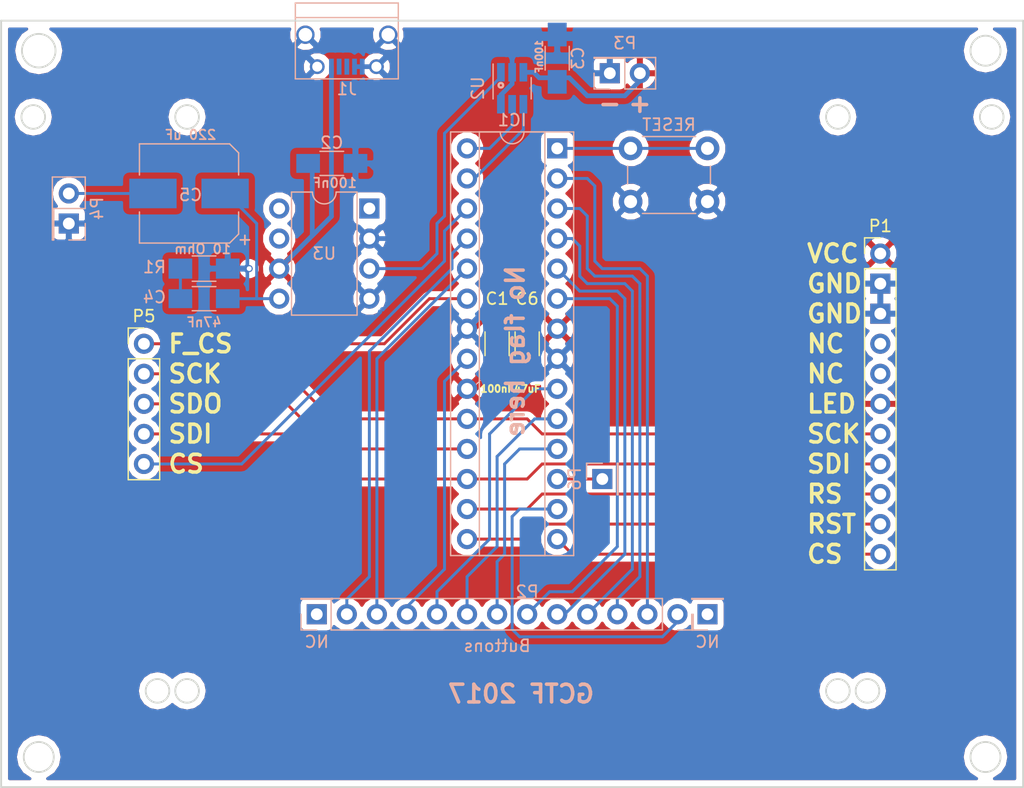
<source format=kicad_pcb>
(kicad_pcb (version 4) (host pcbnew 4.0.6)

  (general
    (links 65)
    (no_connects 0)
    (area 34.214999 22.784999 120.725001 87.705001)
    (thickness 1.6)
    (drawings 45)
    (tracks 167)
    (zones 0)
    (modules 20)
    (nets 31)
  )

  (page A4)
  (title_block
    (title "Slot Machine")
    (rev 1)
    (company "Google Switzerland GmbH")
  )

  (layers
    (0 F.Cu signal)
    (31 B.Cu signal)
    (32 B.Adhes user)
    (33 F.Adhes user)
    (34 B.Paste user)
    (35 F.Paste user)
    (36 B.SilkS user)
    (37 F.SilkS user)
    (38 B.Mask user)
    (39 F.Mask user)
    (40 Dwgs.User user)
    (41 Cmts.User user)
    (42 Eco1.User user)
    (43 Eco2.User user)
    (44 Edge.Cuts user)
    (45 Margin user)
    (46 B.CrtYd user)
    (47 F.CrtYd user)
    (48 B.Fab user)
    (49 F.Fab user)
  )

  (setup
    (last_trace_width 0.25)
    (trace_clearance 0.2)
    (zone_clearance 0.508)
    (zone_45_only no)
    (trace_min 0.2)
    (segment_width 0.2)
    (edge_width 0.15)
    (via_size 0.6)
    (via_drill 0.4)
    (via_min_size 0.4)
    (via_min_drill 0.3)
    (uvia_size 0.3)
    (uvia_drill 0.1)
    (uvias_allowed no)
    (uvia_min_size 0.2)
    (uvia_min_drill 0.1)
    (pcb_text_width 0.3)
    (pcb_text_size 1.5 1.5)
    (mod_edge_width 0.15)
    (mod_text_size 1 1)
    (mod_text_width 0.15)
    (pad_size 1.7 1.7)
    (pad_drill 1)
    (pad_to_mask_clearance 0.2)
    (aux_axis_origin 0 0)
    (visible_elements FFFFFF7F)
    (pcbplotparams
      (layerselection 0x010f0_80000001)
      (usegerberextensions true)
      (excludeedgelayer true)
      (linewidth 0.100000)
      (plotframeref false)
      (viasonmask false)
      (mode 1)
      (useauxorigin false)
      (hpglpennumber 1)
      (hpglpenspeed 20)
      (hpglpendiameter 15)
      (hpglpenoverlay 2)
      (psnegative false)
      (psa4output false)
      (plotreference true)
      (plotvalue true)
      (plotinvisibletext false)
      (padsonsilk true)
      (subtractmaskfromsilk false)
      (outputformat 1)
      (mirror false)
      (drillshape 0)
      (scaleselection 1)
      (outputdirectory /tmp/gerber/))
  )

  (net 0 "")
  (net 1 VCC)
  (net 2 GND)
  (net 3 SDI)
  (net 4 SDO)
  (net 5 SCK)
  (net 6 RS)
  (net 7 DSPL_RST)
  (net 8 CS_F)
  (net 9 CS_CARD)
  (net 10 SDA)
  (net 11 CS_DSPL)
  (net 12 SCL)
  (net 13 "Net-(U2-Pad1)")
  (net 14 "Net-(C4-Pad1)")
  (net 15 "Net-(C4-Pad2)")
  (net 16 mostly_common)
  (net 17 btn_player/points)
  (net 18 btn_points/hold1)
  (net 19 btn_mute/mute)
  (net 20 btn_bet/hold2)
  (net 21 btn_max_bet/common__)
  (net 22 btn_spin/hold3)
  (net 23 /hold5)
  (net 24 /deal_draw)
  (net 25 /bet5)
  (net 26 /maxbet)
  (net 27 /hold4)
  (net 28 "Net-(IC1-Pad12)")
  (net 29 "Net-(IC1-Pad1)")
  (net 30 "Net-(C5-Pad2)")

  (net_class Default "This is the default net class."
    (clearance 0.2)
    (trace_width 0.25)
    (via_dia 0.6)
    (via_drill 0.4)
    (uvia_dia 0.3)
    (uvia_drill 0.1)
    (add_net /bet5)
    (add_net /deal_draw)
    (add_net /hold4)
    (add_net /hold5)
    (add_net /maxbet)
    (add_net CS_CARD)
    (add_net CS_DSPL)
    (add_net CS_F)
    (add_net DSPL_RST)
    (add_net "Net-(C4-Pad1)")
    (add_net "Net-(C4-Pad2)")
    (add_net "Net-(C5-Pad2)")
    (add_net "Net-(IC1-Pad1)")
    (add_net "Net-(IC1-Pad12)")
    (add_net "Net-(U2-Pad1)")
    (add_net RS)
    (add_net SCK)
    (add_net SCL)
    (add_net SDA)
    (add_net SDI)
    (add_net SDO)
    (add_net btn_bet/hold2)
    (add_net btn_max_bet/common__)
    (add_net btn_mute/mute)
    (add_net btn_player/points)
    (add_net btn_points/hold1)
    (add_net btn_spin/hold3)
    (add_net mostly_common)
  )

  (net_class power ""
    (clearance 0.2)
    (trace_width 0.4)
    (via_dia 0.6)
    (via_drill 0.4)
    (uvia_dia 0.3)
    (uvia_drill 0.1)
    (add_net GND)
    (add_net VCC)
  )

  (module Pin_Headers:Pin_Header_Straight_1x12_Pitch2.54mm (layer B.Cu) (tedit 59CA3757) (tstamp 5A10FC28)
    (at 91.44 73.025 90)
    (descr "Through hole straight pin header, 1x12, 2.54mm pitch, single row")
    (tags "Through hole pin header THT 1x12 2.54mm single row")
    (path /59AECFFB)
    (fp_text reference P2 (at 1.905 -12.7 180) (layer B.SilkS)
      (effects (font (size 1 1) (thickness 0.15)) (justify mirror))
    )
    (fp_text value Buttons (at -2.667 -15.24 180) (layer B.SilkS)
      (effects (font (size 1 1) (thickness 0.15)) (justify mirror))
    )
    (fp_line (start -0.635 1.27) (end 1.27 1.27) (layer B.Fab) (width 0.1))
    (fp_line (start 1.27 1.27) (end 1.27 -29.21) (layer B.Fab) (width 0.1))
    (fp_line (start 1.27 -29.21) (end -1.27 -29.21) (layer B.Fab) (width 0.1))
    (fp_line (start -1.27 -29.21) (end -1.27 0.635) (layer B.Fab) (width 0.1))
    (fp_line (start -1.27 0.635) (end -0.635 1.27) (layer B.Fab) (width 0.1))
    (fp_line (start -1.33 -29.27) (end 1.33 -29.27) (layer B.SilkS) (width 0.12))
    (fp_line (start -1.33 -1.27) (end -1.33 -29.27) (layer B.SilkS) (width 0.12))
    (fp_line (start 1.33 -1.27) (end 1.33 -29.27) (layer B.SilkS) (width 0.12))
    (fp_line (start -1.33 -1.27) (end 1.33 -1.27) (layer B.SilkS) (width 0.12))
    (fp_line (start -1.33 0) (end -1.33 1.33) (layer B.SilkS) (width 0.12))
    (fp_line (start -1.33 1.33) (end 0 1.33) (layer B.SilkS) (width 0.12))
    (fp_line (start -1.8 1.8) (end -1.8 -29.75) (layer B.CrtYd) (width 0.05))
    (fp_line (start -1.8 -29.75) (end 1.8 -29.75) (layer B.CrtYd) (width 0.05))
    (fp_line (start 1.8 -29.75) (end 1.8 1.8) (layer B.CrtYd) (width 0.05))
    (fp_line (start 1.8 1.8) (end -1.8 1.8) (layer B.CrtYd) (width 0.05))
    (fp_text user %R (at 0 -13.97 360) (layer B.Fab)
      (effects (font (size 1 1) (thickness 0.15)) (justify mirror))
    )
    (pad 1 thru_hole circle (at 0 0 90) (size 1.7 1.7) (drill 1) (layers *.Cu *.Mask)
      (net 23 /hold5))
    (pad 2 thru_hole oval (at 0 -2.54 90) (size 1.7 1.7) (drill 1) (layers *.Cu *.Mask)
      (net 25 /bet5))
    (pad 3 thru_hole oval (at 0 -5.08 90) (size 1.7 1.7) (drill 1) (layers *.Cu *.Mask)
      (net 27 /hold4))
    (pad 4 thru_hole oval (at 0 -7.62 90) (size 1.7 1.7) (drill 1) (layers *.Cu *.Mask)
      (net 26 /maxbet))
    (pad 5 thru_hole oval (at 0 -10.16 90) (size 1.7 1.7) (drill 1) (layers *.Cu *.Mask)
      (net 24 /deal_draw))
    (pad 6 thru_hole oval (at 0 -12.7 90) (size 1.7 1.7) (drill 1) (layers *.Cu *.Mask)
      (net 22 btn_spin/hold3))
    (pad 7 thru_hole oval (at 0 -15.24 90) (size 1.7 1.7) (drill 1) (layers *.Cu *.Mask)
      (net 21 btn_max_bet/common__))
    (pad 8 thru_hole oval (at 0 -17.78 90) (size 1.7 1.7) (drill 1) (layers *.Cu *.Mask)
      (net 20 btn_bet/hold2))
    (pad 9 thru_hole oval (at 0 -20.32 90) (size 1.7 1.7) (drill 1) (layers *.Cu *.Mask)
      (net 19 btn_mute/mute))
    (pad 10 thru_hole oval (at 0 -22.86 90) (size 1.7 1.7) (drill 1) (layers *.Cu *.Mask)
      (net 18 btn_points/hold1))
    (pad 11 thru_hole oval (at 0 -25.4 90) (size 1.7 1.7) (drill 1) (layers *.Cu *.Mask)
      (net 17 btn_player/points))
    (pad 12 thru_hole oval (at 0 -27.94 90) (size 1.7 1.7) (drill 1) (layers *.Cu *.Mask)
      (net 16 mostly_common))
    (model ${KISYS3DMOD}/Pin_Headers.3dshapes/Pin_Header_Straight_1x12_Pitch2.54mm.wrl
      (at (xyz 0 0 0))
      (scale (xyz 1 1 1))
      (rotate (xyz 0 0 0))
    )
  )

  (module Pin_Headers:Pin_Header_Straight_1x01_Pitch2.54mm (layer B.Cu) (tedit 59C8BF27) (tstamp 59C8BF6F)
    (at 60.96 73.025)
    (descr "Through hole straight pin header, 1x01, 2.54mm pitch, single row")
    (tags "Through hole pin header THT 1x01 2.54mm single row")
    (path /59AE7086)
    (fp_text reference NC (at 0 2.33) (layer B.SilkS)
      (effects (font (size 1 1) (thickness 0.15)) (justify mirror))
    )
    (fp_text value CONN_1 (at 0 -2.33) (layer B.Fab)
      (effects (font (size 1 1) (thickness 0.15)) (justify mirror))
    )
    (fp_line (start -0.635 1.27) (end 1.27 1.27) (layer B.Fab) (width 0.1))
    (fp_line (start 1.27 1.27) (end 1.27 -1.27) (layer B.Fab) (width 0.1))
    (fp_line (start 1.27 -1.27) (end -1.27 -1.27) (layer B.Fab) (width 0.1))
    (fp_line (start -1.27 -1.27) (end -1.27 0.635) (layer B.Fab) (width 0.1))
    (fp_line (start -1.27 0.635) (end -0.635 1.27) (layer B.Fab) (width 0.1))
    (fp_line (start -1.33 -1.33) (end 1.33 -1.33) (layer B.SilkS) (width 0.12))
    (fp_line (start -1.33 -1.27) (end -1.33 -1.33) (layer B.SilkS) (width 0.12))
    (fp_line (start 1.33 -1.27) (end 1.33 -1.33) (layer B.SilkS) (width 0.12))
    (fp_line (start -1.33 -1.27) (end 1.33 -1.27) (layer B.SilkS) (width 0.12))
    (fp_line (start -1.33 0) (end -1.33 1.33) (layer B.SilkS) (width 0.12))
    (fp_line (start -1.33 1.33) (end 0 1.33) (layer B.SilkS) (width 0.12))
    (fp_line (start -1.8 1.8) (end -1.8 -1.8) (layer B.CrtYd) (width 0.05))
    (fp_line (start -1.8 -1.8) (end 1.8 -1.8) (layer B.CrtYd) (width 0.05))
    (fp_line (start 1.8 -1.8) (end 1.8 1.8) (layer B.CrtYd) (width 0.05))
    (fp_line (start 1.8 1.8) (end -1.8 1.8) (layer B.CrtYd) (width 0.05))
    (fp_text user %R (at 0 0 270) (layer B.Fab)
      (effects (font (size 1 1) (thickness 0.15)) (justify mirror))
    )
    (pad 1 thru_hole rect (at 0 0) (size 1.7 1.7) (drill 1) (layers *.Cu *.Mask))
    (model ${KISYS3DMOD}/Pin_Headers.3dshapes/Pin_Header_Straight_1x01_Pitch2.54mm.wrl
      (at (xyz 0 0 0))
      (scale (xyz 1 1 1))
      (rotate (xyz 0 0 0))
    )
  )

  (module Connectors:USB_Micro-B (layer B.Cu) (tedit 59B7CBC8) (tstamp 59B20438)
    (at 63.5 25.4)
    (descr "Micro USB Type B Receptacle")
    (tags "USB USB_B USB_micro USB_OTG")
    (path /59944A97)
    (attr smd)
    (fp_text reference J1 (at 0 3.24) (layer B.SilkS)
      (effects (font (size 1 1) (thickness 0.15)) (justify mirror))
    )
    (fp_text value USB (at 0 -1.27) (layer B.Fab)
      (effects (font (size 1 1) (thickness 0.15)) (justify mirror))
    )
    (fp_line (start -4.6 2.59) (end 4.6 2.59) (layer B.CrtYd) (width 0.05))
    (fp_line (start 4.6 2.59) (end 4.6 -4.26) (layer B.CrtYd) (width 0.05))
    (fp_line (start 4.6 -4.26) (end -4.6 -4.26) (layer B.CrtYd) (width 0.05))
    (fp_line (start -4.6 -4.26) (end -4.6 2.59) (layer B.CrtYd) (width 0.05))
    (fp_line (start -4.35 -4.03) (end 4.35 -4.03) (layer B.SilkS) (width 0.12))
    (fp_line (start -4.35 2.38) (end 4.35 2.38) (layer B.SilkS) (width 0.12))
    (fp_line (start 4.35 2.38) (end 4.35 -4.03) (layer B.SilkS) (width 0.12))
    (fp_line (start 4.35 -2.8) (end -4.35 -2.8) (layer B.SilkS) (width 0.12))
    (fp_line (start -4.35 -4.03) (end -4.35 2.38) (layer B.SilkS) (width 0.12))
    (pad 1 smd rect (at -1.3 1.35 270) (size 1.35 0.4) (layers B.Cu B.Paste B.Mask)
      (net 1 VCC))
    (pad 2 smd rect (at -0.65 1.35 270) (size 1.35 0.4) (layers B.Cu B.Paste B.Mask))
    (pad 3 smd rect (at 0 1.35 270) (size 1.35 0.4) (layers B.Cu B.Paste B.Mask))
    (pad 4 smd rect (at 0.65 1.35 270) (size 1.35 0.4) (layers B.Cu B.Paste B.Mask)
      (net 2 GND))
    (pad 5 smd rect (at 1.3 1.35 270) (size 1.35 0.4) (layers B.Cu B.Paste B.Mask)
      (net 2 GND))
    (pad 6 thru_hole circle (at -2.5 1.35 270) (size 1.25 1.25) (drill 0.85) (layers *.Cu *.Mask)
      (net 2 GND))
    (pad 6 thru_hole circle (at 2.5 1.35 270) (size 1.25 1.25) (drill 0.85) (layers *.Cu *.Mask)
      (net 2 GND))
    (pad 6 thru_hole circle (at -3.5 -1.35 270) (size 1.55 1.55) (drill 1.15) (layers *.Cu *.Mask)
      (net 2 GND))
    (pad 6 thru_hole circle (at 3.5 -1.35 270) (size 1.55 1.55) (drill 1.15) (layers *.Cu *.Mask)
      (net 2 GND))
  )

  (module Housings_DIP:DIP-28_W7.62mm_Socket (layer B.Cu) (tedit 59B7D7A7) (tstamp 5992D381)
    (at 81.28 33.655 180)
    (descr "28-lead dip package, row spacing 7.62 mm (300 mils), Socket")
    (tags "DIL DIP PDIP 2.54mm 7.62mm 300mil Socket")
    (path /5992C389)
    (fp_text reference IC1 (at 3.81 2.39 180) (layer B.SilkS)
      (effects (font (size 1 1) (thickness 0.15)) (justify mirror))
    )
    (fp_text value ATTINY48-P (at 3.81 -35.41 180) (layer B.Fab)
      (effects (font (size 1 1) (thickness 0.15)) (justify mirror))
    )
    (fp_arc (start 3.81 1.39) (end 2.81 1.39) (angle 180) (layer B.SilkS) (width 0.12))
    (fp_line (start 1.635 1.27) (end 6.985 1.27) (layer B.Fab) (width 0.1))
    (fp_line (start 6.985 1.27) (end 6.985 -34.29) (layer B.Fab) (width 0.1))
    (fp_line (start 6.985 -34.29) (end 0.635 -34.29) (layer B.Fab) (width 0.1))
    (fp_line (start 0.635 -34.29) (end 0.635 0.27) (layer B.Fab) (width 0.1))
    (fp_line (start 0.635 0.27) (end 1.635 1.27) (layer B.Fab) (width 0.1))
    (fp_line (start -1.27 1.27) (end -1.27 -34.29) (layer B.Fab) (width 0.1))
    (fp_line (start -1.27 -34.29) (end 8.89 -34.29) (layer B.Fab) (width 0.1))
    (fp_line (start 8.89 -34.29) (end 8.89 1.27) (layer B.Fab) (width 0.1))
    (fp_line (start 8.89 1.27) (end -1.27 1.27) (layer B.Fab) (width 0.1))
    (fp_line (start 2.81 1.39) (end 1.04 1.39) (layer B.SilkS) (width 0.12))
    (fp_line (start 1.04 1.39) (end 1.04 -34.41) (layer B.SilkS) (width 0.12))
    (fp_line (start 1.04 -34.41) (end 6.58 -34.41) (layer B.SilkS) (width 0.12))
    (fp_line (start 6.58 -34.41) (end 6.58 1.39) (layer B.SilkS) (width 0.12))
    (fp_line (start 6.58 1.39) (end 4.81 1.39) (layer B.SilkS) (width 0.12))
    (fp_line (start -1.39 1.39) (end -1.39 -34.41) (layer B.SilkS) (width 0.12))
    (fp_line (start -1.39 -34.41) (end 9.01 -34.41) (layer B.SilkS) (width 0.12))
    (fp_line (start 9.01 -34.41) (end 9.01 1.39) (layer B.SilkS) (width 0.12))
    (fp_line (start 9.01 1.39) (end -1.39 1.39) (layer B.SilkS) (width 0.12))
    (fp_line (start -1.7 1.7) (end -1.7 -34.7) (layer B.CrtYd) (width 0.05))
    (fp_line (start -1.7 -34.7) (end 9.3 -34.7) (layer B.CrtYd) (width 0.05))
    (fp_line (start 9.3 -34.7) (end 9.3 1.7) (layer B.CrtYd) (width 0.05))
    (fp_line (start 9.3 1.7) (end -1.7 1.7) (layer B.CrtYd) (width 0.05))
    (pad 1 thru_hole rect (at 0 0 180) (size 1.7 1.7) (drill 1) (layers *.Cu *.Mask)
      (net 29 "Net-(IC1-Pad1)"))
    (pad 15 thru_hole circle (at 7.62 -33.02 180) (size 1.7 1.7) (drill 1) (layers *.Cu *.Mask)
      (net 7 DSPL_RST))
    (pad 2 thru_hole circle (at 0 -2.54 180) (size 1.7 1.7) (drill 1) (layers *.Cu *.Mask)
      (net 25 /bet5))
    (pad 16 thru_hole circle (at 7.62 -30.48 180) (size 1.7 1.7) (drill 1) (layers *.Cu *.Mask)
      (net 6 RS))
    (pad 3 thru_hole circle (at 0 -5.08 180) (size 1.7 1.7) (drill 1) (layers *.Cu *.Mask)
      (net 27 /hold4))
    (pad 17 thru_hole circle (at 7.62 -27.94 180) (size 1.7 1.7) (drill 1) (layers *.Cu *.Mask)
      (net 3 SDI))
    (pad 4 thru_hole circle (at 0 -7.62 180) (size 1.7 1.7) (drill 1) (layers *.Cu *.Mask)
      (net 26 /maxbet))
    (pad 18 thru_hole circle (at 7.62 -25.4 180) (size 1.7 1.7) (drill 1) (layers *.Cu *.Mask)
      (net 4 SDO))
    (pad 5 thru_hole circle (at 0 -10.16 180) (size 1.7 1.7) (drill 1) (layers *.Cu *.Mask)
      (net 24 /deal_draw))
    (pad 19 thru_hole circle (at 7.62 -22.86 180) (size 1.7 1.7) (drill 1) (layers *.Cu *.Mask)
      (net 5 SCK))
    (pad 6 thru_hole circle (at 0 -12.7 180) (size 1.7 1.7) (drill 1) (layers *.Cu *.Mask)
      (net 22 btn_spin/hold3))
    (pad 20 thru_hole circle (at 7.62 -20.32 180) (size 1.7 1.7) (drill 1) (layers *.Cu *.Mask)
      (net 1 VCC))
    (pad 7 thru_hole circle (at 0 -15.24 180) (size 1.7 1.7) (drill 1) (layers *.Cu *.Mask)
      (net 1 VCC))
    (pad 21 thru_hole circle (at 7.62 -17.78 180) (size 1.7 1.7) (drill 1) (layers *.Cu *.Mask)
      (net 18 btn_points/hold1))
    (pad 8 thru_hole circle (at 0 -17.78 180) (size 1.7 1.7) (drill 1) (layers *.Cu *.Mask)
      (net 2 GND))
    (pad 22 thru_hole circle (at 7.62 -15.24 180) (size 1.7 1.7) (drill 1) (layers *.Cu *.Mask)
      (net 2 GND))
    (pad 9 thru_hole circle (at 0 -20.32 180) (size 1.7 1.7) (drill 1) (layers *.Cu *.Mask)
      (net 19 btn_mute/mute))
    (pad 23 thru_hole circle (at 7.62 -12.7 180) (size 1.7 1.7) (drill 1) (layers *.Cu *.Mask)
      (net 8 CS_F))
    (pad 10 thru_hole circle (at 0 -22.86 180) (size 1.7 1.7) (drill 1) (layers *.Cu *.Mask)
      (net 20 btn_bet/hold2))
    (pad 24 thru_hole circle (at 7.62 -10.16 180) (size 1.7 1.7) (drill 1) (layers *.Cu *.Mask)
      (net 17 btn_player/points))
    (pad 11 thru_hole circle (at 0 -25.4 180) (size 1.7 1.7) (drill 1) (layers *.Cu *.Mask)
      (net 21 btn_max_bet/common__))
    (pad 25 thru_hole circle (at 7.62 -7.62 180) (size 1.7 1.7) (drill 1) (layers *.Cu *.Mask)
      (net 16 mostly_common))
    (pad 12 thru_hole circle (at 0 -27.94 180) (size 1.7 1.7) (drill 1) (layers *.Cu *.Mask)
      (net 28 "Net-(IC1-Pad12)"))
    (pad 26 thru_hole circle (at 7.62 -5.08 180) (size 1.7 1.7) (drill 1) (layers *.Cu *.Mask)
      (net 9 CS_CARD))
    (pad 13 thru_hole circle (at 0 -30.48 180) (size 1.7 1.7) (drill 1) (layers *.Cu *.Mask)
      (net 23 /hold5))
    (pad 27 thru_hole circle (at 7.62 -2.54 180) (size 1.7 1.7) (drill 1) (layers *.Cu *.Mask)
      (net 10 SDA))
    (pad 14 thru_hole circle (at 0 -33.02 180) (size 1.7 1.7) (drill 1) (layers *.Cu *.Mask)
      (net 11 CS_DSPL))
    (pad 28 thru_hole circle (at 7.62 0 180) (size 1.7 1.7) (drill 1) (layers *.Cu *.Mask)
      (net 12 SCL))
    (model Housings_DIP.3dshapes/DIP-28_W7.62mm.wrl
      (at (xyz 0 0 0))
      (scale (xyz 1 1 1))
      (rotate (xyz 0 0 0))
    )
  )

  (module Pin_Headers:Pin_Header_Straight_2x01_Pitch2.54mm (layer B.Cu) (tedit 59943A3B) (tstamp 59942F3B)
    (at 40.005 40.005 90)
    (descr "Through hole straight pin header, 2x01, 2.54mm pitch, double rows")
    (tags "Through hole pin header THT 2x01 2.54mm double row")
    (path /59943F6B)
    (fp_text reference P4 (at 1.27 2.39 90) (layer B.SilkS)
      (effects (font (size 1 1) (thickness 0.15)) (justify mirror))
    )
    (fp_text value CONN_SPEAKER (at 1.905 3.81 90) (layer B.Fab)
      (effects (font (size 1 1) (thickness 0.15)) (justify mirror))
    )
    (fp_line (start -1.27 1.27) (end -1.27 -1.27) (layer B.Fab) (width 0.1))
    (fp_line (start -1.27 -1.27) (end 3.81 -1.27) (layer B.Fab) (width 0.1))
    (fp_line (start 3.81 -1.27) (end 3.81 1.27) (layer B.Fab) (width 0.1))
    (fp_line (start 3.81 1.27) (end -1.27 1.27) (layer B.Fab) (width 0.1))
    (fp_line (start -1.39 -1.27) (end -1.39 -1.39) (layer B.SilkS) (width 0.12))
    (fp_line (start -1.39 -1.39) (end 3.93 -1.39) (layer B.SilkS) (width 0.12))
    (fp_line (start 3.93 -1.39) (end 3.93 1.39) (layer B.SilkS) (width 0.12))
    (fp_line (start 3.93 1.39) (end 1.27 1.39) (layer B.SilkS) (width 0.12))
    (fp_line (start 1.27 1.39) (end 1.27 -1.27) (layer B.SilkS) (width 0.12))
    (fp_line (start 1.27 -1.27) (end -1.39 -1.27) (layer B.SilkS) (width 0.12))
    (fp_line (start -1.39 0) (end -1.39 1.39) (layer B.SilkS) (width 0.12))
    (fp_line (start -1.39 1.39) (end 0 1.39) (layer B.SilkS) (width 0.12))
    (fp_line (start -1.6 1.6) (end -1.6 -1.6) (layer B.CrtYd) (width 0.05))
    (fp_line (start -1.6 -1.6) (end 4.1 -1.6) (layer B.CrtYd) (width 0.05))
    (fp_line (start 4.1 -1.6) (end 4.1 1.6) (layer B.CrtYd) (width 0.05))
    (fp_line (start 4.1 1.6) (end -1.6 1.6) (layer B.CrtYd) (width 0.05))
    (pad 1 thru_hole rect (at 0 0 90) (size 1.7 1.7) (drill 1) (layers *.Cu *.Mask)
      (net 2 GND))
    (pad 2 thru_hole oval (at 2.54 0 90) (size 1.7 1.7) (drill 1) (layers *.Cu *.Mask)
      (net 30 "Net-(C5-Pad2)"))
    (model Pin_Headers.3dshapes/Pin_Header_Straight_2x01_Pitch2.54mm.wrl
      (at (xyz 0 0 0))
      (scale (xyz 1 1 1))
      (rotate (xyz 0 0 0))
    )
  )

  (module Housings_DIP:DIP-8_W7.62mm (layer B.Cu) (tedit 59B7D129) (tstamp 59DDBAEB)
    (at 65.405 38.735 180)
    (descr "8-lead dip package, row spacing 7.62 mm (300 mils)")
    (tags "DIL DIP PDIP 2.54mm 7.62mm 300mil")
    (path /599AC75B)
    (fp_text reference U3 (at 3.81 -3.81 180) (layer B.SilkS)
      (effects (font (size 1 1) (thickness 0.15)) (justify mirror))
    )
    (fp_text value LM386 (at 3.81 -10.01 180) (layer B.Fab)
      (effects (font (size 1 1) (thickness 0.15)) (justify mirror))
    )
    (fp_text user %R (at 3.81 -3.81 180) (layer B.Fab)
      (effects (font (size 1 1) (thickness 0.15)) (justify mirror))
    )
    (fp_line (start 1.635 1.27) (end 6.985 1.27) (layer B.Fab) (width 0.1))
    (fp_line (start 6.985 1.27) (end 6.985 -8.89) (layer B.Fab) (width 0.1))
    (fp_line (start 6.985 -8.89) (end 0.635 -8.89) (layer B.Fab) (width 0.1))
    (fp_line (start 0.635 -8.89) (end 0.635 0.27) (layer B.Fab) (width 0.1))
    (fp_line (start 0.635 0.27) (end 1.635 1.27) (layer B.Fab) (width 0.1))
    (fp_line (start 2.81 1.39) (end 1.04 1.39) (layer B.SilkS) (width 0.12))
    (fp_line (start 1.04 1.39) (end 1.04 -9.01) (layer B.SilkS) (width 0.12))
    (fp_line (start 1.04 -9.01) (end 6.58 -9.01) (layer B.SilkS) (width 0.12))
    (fp_line (start 6.58 -9.01) (end 6.58 1.39) (layer B.SilkS) (width 0.12))
    (fp_line (start 6.58 1.39) (end 4.81 1.39) (layer B.SilkS) (width 0.12))
    (fp_line (start -1.1 1.6) (end -1.1 -9.2) (layer B.CrtYd) (width 0.05))
    (fp_line (start -1.1 -9.2) (end 8.7 -9.2) (layer B.CrtYd) (width 0.05))
    (fp_line (start 8.7 -9.2) (end 8.7 1.6) (layer B.CrtYd) (width 0.05))
    (fp_line (start 8.7 1.6) (end -1.1 1.6) (layer B.CrtYd) (width 0.05))
    (fp_arc (start 3.81 1.39) (end 2.81 1.39) (angle 180) (layer B.SilkS) (width 0.12))
    (pad 1 thru_hole rect (at 0 0 180) (size 1.7 1.7) (drill 1) (layers *.Cu *.Mask))
    (pad 5 thru_hole circle (at 7.62 -7.62 180) (size 1.7 1.7) (drill 1) (layers *.Cu *.Mask)
      (net 14 "Net-(C4-Pad1)"))
    (pad 2 thru_hole circle (at 0 -2.54 180) (size 1.7 1.7) (drill 1) (layers *.Cu *.Mask)
      (net 2 GND))
    (pad 6 thru_hole circle (at 7.62 -5.08 180) (size 1.7 1.7) (drill 1) (layers *.Cu *.Mask)
      (net 1 VCC))
    (pad 3 thru_hole circle (at 0 -5.08 180) (size 1.7 1.7) (drill 1) (layers *.Cu *.Mask)
      (net 13 "Net-(U2-Pad1)"))
    (pad 7 thru_hole circle (at 7.62 -2.54 180) (size 1.7 1.7) (drill 1) (layers *.Cu *.Mask))
    (pad 4 thru_hole circle (at 0 -7.62 180) (size 1.7 1.7) (drill 1) (layers *.Cu *.Mask)
      (net 2 GND))
    (pad 8 thru_hole circle (at 7.62 0 180) (size 1.7 1.7) (drill 1) (layers *.Cu *.Mask))
    (model ${KISYS3DMOD}/Housings_DIP.3dshapes/DIP-8_W7.62mm.wrl
      (at (xyz 0 0 0))
      (scale (xyz 1 1 1))
      (rotate (xyz 0 0 0))
    )
  )

  (module Socket_Strips:Socket_Strip_Straight_1x11_Pitch2.54mm (layer F.Cu) (tedit 59B7CF18) (tstamp 59E4FE9F)
    (at 108.585 42.545)
    (descr "Through hole straight socket strip, 1x11, 2.54mm pitch, single row")
    (tags "Through hole socket strip THT 1x11 2.54mm single row")
    (path /599A9FBB)
    (fp_text reference P1 (at 0 -2.33) (layer F.SilkS)
      (effects (font (size 1 1) (thickness 0.15)))
    )
    (fp_text value CONN_DSPL (at 0 27.73) (layer F.Fab)
      (effects (font (size 1 1) (thickness 0.15)))
    )
    (fp_line (start -1.27 -1.27) (end -1.27 26.67) (layer F.Fab) (width 0.1))
    (fp_line (start -1.27 26.67) (end 1.27 26.67) (layer F.Fab) (width 0.1))
    (fp_line (start 1.27 26.67) (end 1.27 -1.27) (layer F.Fab) (width 0.1))
    (fp_line (start 1.27 -1.27) (end -1.27 -1.27) (layer F.Fab) (width 0.1))
    (fp_line (start -1.33 1.27) (end -1.33 26.73) (layer F.SilkS) (width 0.12))
    (fp_line (start -1.33 26.73) (end 1.33 26.73) (layer F.SilkS) (width 0.12))
    (fp_line (start 1.33 26.73) (end 1.33 1.27) (layer F.SilkS) (width 0.12))
    (fp_line (start 1.33 1.27) (end -1.33 1.27) (layer F.SilkS) (width 0.12))
    (fp_line (start -1.33 0) (end -1.33 -1.33) (layer F.SilkS) (width 0.12))
    (fp_line (start -1.33 -1.33) (end 0 -1.33) (layer F.SilkS) (width 0.12))
    (fp_line (start -1.8 -1.8) (end -1.8 27.2) (layer F.CrtYd) (width 0.05))
    (fp_line (start -1.8 27.2) (end 1.8 27.2) (layer F.CrtYd) (width 0.05))
    (fp_line (start 1.8 27.2) (end 1.8 -1.8) (layer F.CrtYd) (width 0.05))
    (fp_line (start 1.8 -1.8) (end -1.8 -1.8) (layer F.CrtYd) (width 0.05))
    (fp_text user %R (at 0 -2.33) (layer F.Fab)
      (effects (font (size 1 1) (thickness 0.15)))
    )
    (pad 1 thru_hole circle (at 0 0) (size 1.7 1.7) (drill 1) (layers *.Cu *.Mask)
      (net 1 VCC))
    (pad 2 thru_hole rect (at 0 2.54) (size 1.7 1.7) (drill 1) (layers *.Cu *.Mask)
      (net 2 GND))
    (pad 3 thru_hole rect (at 0 5.08) (size 1.7 1.7) (drill 1) (layers *.Cu *.Mask)
      (net 2 GND))
    (pad 4 thru_hole oval (at 0 7.62) (size 1.7 1.7) (drill 1) (layers *.Cu *.Mask))
    (pad 5 thru_hole oval (at 0 10.16) (size 1.7 1.7) (drill 1) (layers *.Cu *.Mask))
    (pad 6 thru_hole oval (at 0 12.7) (size 1.7 1.7) (drill 1) (layers *.Cu *.Mask)
      (net 1 VCC))
    (pad 7 thru_hole oval (at 0 15.24) (size 1.7 1.7) (drill 1) (layers *.Cu *.Mask)
      (net 5 SCK))
    (pad 8 thru_hole oval (at 0 17.78) (size 1.7 1.7) (drill 1) (layers *.Cu *.Mask)
      (net 3 SDI))
    (pad 9 thru_hole oval (at 0 20.32) (size 1.7 1.7) (drill 1) (layers *.Cu *.Mask)
      (net 6 RS))
    (pad 10 thru_hole oval (at 0 22.86) (size 1.7 1.7) (drill 1) (layers *.Cu *.Mask)
      (net 7 DSPL_RST))
    (pad 11 thru_hole oval (at 0 25.4) (size 1.7 1.7) (drill 1) (layers *.Cu *.Mask)
      (net 11 CS_DSPL))
    (model ${KISYS3DMOD}/Socket_Strips.3dshapes/Socket_Strip_Straight_1x11_Pitch2.54mm.wrl
      (at (xyz 0 -0.5 0))
      (scale (xyz 1 1 1))
      (rotate (xyz 0 0 270))
    )
  )

  (module Socket_Strips:Socket_Strip_Straight_1x05_Pitch2.54mm (layer F.Cu) (tedit 59B7CF28) (tstamp 59E4FEBC)
    (at 46.355 50.165)
    (descr "Through hole straight socket strip, 1x05, 2.54mm pitch, single row")
    (tags "Through hole socket strip THT 1x05 2.54mm single row")
    (path /599426BD)
    (fp_text reference P5 (at 0 -2.33) (layer F.SilkS)
      (effects (font (size 1 1) (thickness 0.15)))
    )
    (fp_text value CONN_CARD (at 0 12.49) (layer F.Fab)
      (effects (font (size 1 1) (thickness 0.15)))
    )
    (fp_line (start -1.27 -1.27) (end -1.27 11.43) (layer F.Fab) (width 0.1))
    (fp_line (start -1.27 11.43) (end 1.27 11.43) (layer F.Fab) (width 0.1))
    (fp_line (start 1.27 11.43) (end 1.27 -1.27) (layer F.Fab) (width 0.1))
    (fp_line (start 1.27 -1.27) (end -1.27 -1.27) (layer F.Fab) (width 0.1))
    (fp_line (start -1.33 1.27) (end -1.33 11.49) (layer F.SilkS) (width 0.12))
    (fp_line (start -1.33 11.49) (end 1.33 11.49) (layer F.SilkS) (width 0.12))
    (fp_line (start 1.33 11.49) (end 1.33 1.27) (layer F.SilkS) (width 0.12))
    (fp_line (start 1.33 1.27) (end -1.33 1.27) (layer F.SilkS) (width 0.12))
    (fp_line (start -1.33 0) (end -1.33 -1.33) (layer F.SilkS) (width 0.12))
    (fp_line (start -1.33 -1.33) (end 0 -1.33) (layer F.SilkS) (width 0.12))
    (fp_line (start -1.8 -1.8) (end -1.8 11.95) (layer F.CrtYd) (width 0.05))
    (fp_line (start -1.8 11.95) (end 1.8 11.95) (layer F.CrtYd) (width 0.05))
    (fp_line (start 1.8 11.95) (end 1.8 -1.8) (layer F.CrtYd) (width 0.05))
    (fp_line (start 1.8 -1.8) (end -1.8 -1.8) (layer F.CrtYd) (width 0.05))
    (fp_text user %R (at 0 -2.33) (layer F.Fab)
      (effects (font (size 1 1) (thickness 0.15)))
    )
    (pad 1 thru_hole circle (at 0 0) (size 1.7 1.7) (drill 1) (layers *.Cu *.Mask)
      (net 8 CS_F))
    (pad 2 thru_hole oval (at 0 2.54) (size 1.7 1.7) (drill 1) (layers *.Cu *.Mask)
      (net 5 SCK))
    (pad 3 thru_hole oval (at 0 5.08) (size 1.7 1.7) (drill 1) (layers *.Cu *.Mask)
      (net 4 SDO))
    (pad 4 thru_hole oval (at 0 7.62) (size 1.7 1.7) (drill 1) (layers *.Cu *.Mask)
      (net 3 SDI))
    (pad 5 thru_hole oval (at 0 10.16) (size 1.7 1.7) (drill 1) (layers *.Cu *.Mask)
      (net 9 CS_CARD))
    (model ${KISYS3DMOD}/Socket_Strips.3dshapes/Socket_Strip_Straight_1x05_Pitch2.54mm.wrl
      (at (xyz 0 -0.2 0))
      (scale (xyz 1 1 1))
      (rotate (xyz 0 0 270))
    )
  )

  (module TO_SOT_Packages_SMD:SOT-23-6_Handsoldering (layer B.Cu) (tedit 59CA31DD) (tstamp 59942F4E)
    (at 77.47 28.575 270)
    (descr "6-pin SOT-23 package, Handsoldering")
    (tags "SOT-23-6 Handsoldering")
    (path /59943DE2)
    (attr smd)
    (fp_text reference U2 (at 0 2.9 270) (layer B.SilkS)
      (effects (font (size 1 1) (thickness 0.15)) (justify mirror))
    )
    (fp_text value MCP4725 (at 0 2.54 270) (layer B.Fab)
      (effects (font (size 1 1) (thickness 0.15)) (justify mirror))
    )
    (fp_text user %R (at 0 0 540) (layer B.Fab)
      (effects (font (size 0.5 0.5) (thickness 0.075)) (justify mirror))
    )
    (fp_line (start -0.9 -1.61) (end 0.9 -1.61) (layer B.SilkS) (width 0.12))
    (fp_line (start 0.9 1.61) (end -2.05 1.61) (layer B.SilkS) (width 0.12))
    (fp_line (start -2.4 -1.8) (end -2.4 1.8) (layer B.CrtYd) (width 0.05))
    (fp_line (start 2.4 -1.8) (end -2.4 -1.8) (layer B.CrtYd) (width 0.05))
    (fp_line (start 2.4 1.8) (end 2.4 -1.8) (layer B.CrtYd) (width 0.05))
    (fp_line (start -2.4 1.8) (end 2.4 1.8) (layer B.CrtYd) (width 0.05))
    (fp_line (start -0.9 0.9) (end -0.25 1.55) (layer B.Fab) (width 0.1))
    (fp_line (start 0.9 1.55) (end -0.25 1.55) (layer B.Fab) (width 0.1))
    (fp_line (start -0.9 0.9) (end -0.9 -1.55) (layer B.Fab) (width 0.1))
    (fp_line (start 0.9 -1.55) (end -0.9 -1.55) (layer B.Fab) (width 0.1))
    (fp_line (start 0.9 1.55) (end 0.9 -1.55) (layer B.Fab) (width 0.1))
    (pad 1 smd rect (at -1.35 0.95 270) (size 1.56 0.65) (layers B.Cu B.Paste B.Mask)
      (net 13 "Net-(U2-Pad1)"))
    (pad 2 smd rect (at -1.35 0 270) (size 1.56 0.65) (layers B.Cu B.Paste B.Mask)
      (net 2 GND))
    (pad 3 smd rect (at -1.35 -0.95 270) (size 1.56 0.65) (layers B.Cu B.Paste B.Mask)
      (net 1 VCC))
    (pad 4 smd rect (at 1.35 -0.95 270) (size 1.56 0.65) (layers B.Cu B.Paste B.Mask)
      (net 10 SDA))
    (pad 6 smd rect (at 1.35 0.95 270) (size 1.56 0.65) (layers B.Cu B.Paste B.Mask)
      (net 2 GND))
    (pad 5 smd rect (at 1.35 0 270) (size 1.56 0.65) (layers B.Cu B.Paste B.Mask)
      (net 12 SCL))
    (model ${KISYS3DMOD}/TO_SOT_Packages_SMD.3dshapes/SOT-23-6.wrl
      (at (xyz 0 0 0))
      (scale (xyz 1 1 1))
      (rotate (xyz 0 0 0))
    )
  )

  (module Pin_Headers:Pin_Header_Straight_2x01_Pitch2.54mm (layer B.Cu) (tedit 59B7A9A7) (tstamp 59B7A94D)
    (at 85.725 27.305)
    (descr "Through hole straight pin header, 2x01, 2.54mm pitch, double rows")
    (tags "Through hole pin header THT 2x01 2.54mm double row")
    (path /59B7AA64)
    (fp_text reference P3 (at 1.27 -2.54) (layer B.SilkS)
      (effects (font (size 1 1) (thickness 0.15)) (justify mirror))
    )
    (fp_text value CONN_2 (at 1.27 -2.33) (layer B.Fab)
      (effects (font (size 1 1) (thickness 0.15)) (justify mirror))
    )
    (fp_line (start 0 1.27) (end 3.81 1.27) (layer B.Fab) (width 0.1))
    (fp_line (start 3.81 1.27) (end 3.81 -1.27) (layer B.Fab) (width 0.1))
    (fp_line (start 3.81 -1.27) (end -1.27 -1.27) (layer B.Fab) (width 0.1))
    (fp_line (start -1.27 -1.27) (end -1.27 0) (layer B.Fab) (width 0.1))
    (fp_line (start -1.27 0) (end 0 1.27) (layer B.Fab) (width 0.1))
    (fp_line (start -1.33 -1.33) (end 3.87 -1.33) (layer B.SilkS) (width 0.12))
    (fp_line (start -1.33 -1.27) (end -1.33 -1.33) (layer B.SilkS) (width 0.12))
    (fp_line (start 3.87 1.33) (end 3.87 -1.33) (layer B.SilkS) (width 0.12))
    (fp_line (start -1.33 -1.27) (end 1.27 -1.27) (layer B.SilkS) (width 0.12))
    (fp_line (start 1.27 -1.27) (end 1.27 1.33) (layer B.SilkS) (width 0.12))
    (fp_line (start 1.27 1.33) (end 3.87 1.33) (layer B.SilkS) (width 0.12))
    (fp_line (start -1.33 0) (end -1.33 1.33) (layer B.SilkS) (width 0.12))
    (fp_line (start -1.33 1.33) (end 0 1.33) (layer B.SilkS) (width 0.12))
    (fp_line (start -1.8 1.8) (end -1.8 -1.8) (layer B.CrtYd) (width 0.05))
    (fp_line (start -1.8 -1.8) (end 4.35 -1.8) (layer B.CrtYd) (width 0.05))
    (fp_line (start 4.35 -1.8) (end 4.35 1.8) (layer B.CrtYd) (width 0.05))
    (fp_line (start 4.35 1.8) (end -1.8 1.8) (layer B.CrtYd) (width 0.05))
    (fp_text user %R (at 1.27 0 270) (layer B.Fab)
      (effects (font (size 1 1) (thickness 0.15)) (justify mirror))
    )
    (pad 1 thru_hole rect (at 0 0) (size 1.7 1.7) (drill 1) (layers *.Cu *.Mask)
      (net 2 GND))
    (pad 2 thru_hole oval (at 2.54 0) (size 1.7 1.7) (drill 1) (layers *.Cu *.Mask)
      (net 1 VCC))
    (model ${KISYS3DMOD}/Pin_Headers.3dshapes/Pin_Header_Straight_2x01_Pitch2.54mm.wrl
      (at (xyz 0 0 0))
      (scale (xyz 1 1 1))
      (rotate (xyz 0 0 0))
    )
  )

  (module Pin_Headers:Pin_Header_Straight_1x01_Pitch2.54mm (layer B.Cu) (tedit 59C8BF27) (tstamp 59C8BDD2)
    (at 93.98 73.025)
    (descr "Through hole straight pin header, 1x01, 2.54mm pitch, single row")
    (tags "Through hole pin header THT 1x01 2.54mm single row")
    (path /59AE7086)
    (fp_text reference NC (at 0 2.33) (layer B.SilkS)
      (effects (font (size 1 1) (thickness 0.15)) (justify mirror))
    )
    (fp_text value CONN_1 (at 0 -2.33) (layer B.Fab)
      (effects (font (size 1 1) (thickness 0.15)) (justify mirror))
    )
    (fp_line (start -0.635 1.27) (end 1.27 1.27) (layer B.Fab) (width 0.1))
    (fp_line (start 1.27 1.27) (end 1.27 -1.27) (layer B.Fab) (width 0.1))
    (fp_line (start 1.27 -1.27) (end -1.27 -1.27) (layer B.Fab) (width 0.1))
    (fp_line (start -1.27 -1.27) (end -1.27 0.635) (layer B.Fab) (width 0.1))
    (fp_line (start -1.27 0.635) (end -0.635 1.27) (layer B.Fab) (width 0.1))
    (fp_line (start -1.33 -1.33) (end 1.33 -1.33) (layer B.SilkS) (width 0.12))
    (fp_line (start -1.33 -1.27) (end -1.33 -1.33) (layer B.SilkS) (width 0.12))
    (fp_line (start 1.33 -1.27) (end 1.33 -1.33) (layer B.SilkS) (width 0.12))
    (fp_line (start -1.33 -1.27) (end 1.33 -1.27) (layer B.SilkS) (width 0.12))
    (fp_line (start -1.33 0) (end -1.33 1.33) (layer B.SilkS) (width 0.12))
    (fp_line (start -1.33 1.33) (end 0 1.33) (layer B.SilkS) (width 0.12))
    (fp_line (start -1.8 1.8) (end -1.8 -1.8) (layer B.CrtYd) (width 0.05))
    (fp_line (start -1.8 -1.8) (end 1.8 -1.8) (layer B.CrtYd) (width 0.05))
    (fp_line (start 1.8 -1.8) (end 1.8 1.8) (layer B.CrtYd) (width 0.05))
    (fp_line (start 1.8 1.8) (end -1.8 1.8) (layer B.CrtYd) (width 0.05))
    (fp_text user %R (at 0 0 270) (layer B.Fab)
      (effects (font (size 1 1) (thickness 0.15)) (justify mirror))
    )
    (pad 1 thru_hole rect (at 0 0) (size 1.7 1.7) (drill 1) (layers *.Cu *.Mask))
    (model ${KISYS3DMOD}/Pin_Headers.3dshapes/Pin_Header_Straight_1x01_Pitch2.54mm.wrl
      (at (xyz 0 0 0))
      (scale (xyz 1 1 1))
      (rotate (xyz 0 0 0))
    )
  )

  (module Buttons_Switches_THT:SW_PUSH_6mm (layer B.Cu) (tedit 59C8BF31) (tstamp 59C8BDDE)
    (at 93.98 33.655 180)
    (descr https://www.omron.com/ecb/products/pdf/en-b3f.pdf)
    (tags "tact sw push 6mm")
    (path /59C8C0C2)
    (fp_text reference RESET (at 3.25 2 180) (layer B.SilkS)
      (effects (font (size 1 1) (thickness 0.15)) (justify mirror))
    )
    (fp_text value SW_PUSH (at 3.75 -6.7 180) (layer B.Fab)
      (effects (font (size 1 1) (thickness 0.15)) (justify mirror))
    )
    (fp_text user %R (at 3.25 -2.25 180) (layer B.Fab)
      (effects (font (size 1 1) (thickness 0.15)) (justify mirror))
    )
    (fp_line (start 3.25 0.75) (end 6.25 0.75) (layer B.Fab) (width 0.1))
    (fp_line (start 6.25 0.75) (end 6.25 -5.25) (layer B.Fab) (width 0.1))
    (fp_line (start 6.25 -5.25) (end 0.25 -5.25) (layer B.Fab) (width 0.1))
    (fp_line (start 0.25 -5.25) (end 0.25 0.75) (layer B.Fab) (width 0.1))
    (fp_line (start 0.25 0.75) (end 3.25 0.75) (layer B.Fab) (width 0.1))
    (fp_line (start 7.75 -6) (end 8 -6) (layer B.CrtYd) (width 0.05))
    (fp_line (start 8 -6) (end 8 -5.75) (layer B.CrtYd) (width 0.05))
    (fp_line (start 7.75 1.5) (end 8 1.5) (layer B.CrtYd) (width 0.05))
    (fp_line (start 8 1.5) (end 8 1.25) (layer B.CrtYd) (width 0.05))
    (fp_line (start -1.5 1.25) (end -1.5 1.5) (layer B.CrtYd) (width 0.05))
    (fp_line (start -1.5 1.5) (end -1.25 1.5) (layer B.CrtYd) (width 0.05))
    (fp_line (start -1.5 -5.75) (end -1.5 -6) (layer B.CrtYd) (width 0.05))
    (fp_line (start -1.5 -6) (end -1.25 -6) (layer B.CrtYd) (width 0.05))
    (fp_line (start -1.25 1.5) (end 7.75 1.5) (layer B.CrtYd) (width 0.05))
    (fp_line (start -1.5 -5.75) (end -1.5 1.25) (layer B.CrtYd) (width 0.05))
    (fp_line (start 7.75 -6) (end -1.25 -6) (layer B.CrtYd) (width 0.05))
    (fp_line (start 8 1.25) (end 8 -5.75) (layer B.CrtYd) (width 0.05))
    (fp_line (start 1 -5.5) (end 5.5 -5.5) (layer B.SilkS) (width 0.12))
    (fp_line (start -0.25 -1.5) (end -0.25 -3) (layer B.SilkS) (width 0.12))
    (fp_line (start 5.5 1) (end 1 1) (layer B.SilkS) (width 0.12))
    (fp_line (start 6.75 -3) (end 6.75 -1.5) (layer B.SilkS) (width 0.12))
    (fp_circle (center 3.25 -2.25) (end 1.25 -2.5) (layer B.Fab) (width 0.1))
    (pad 2 thru_hole circle (at 0 -4.5 90) (size 2 2) (drill 1.1) (layers *.Cu *.Mask)
      (net 2 GND))
    (pad 1 thru_hole circle (at 0 0 90) (size 2 2) (drill 1.1) (layers *.Cu *.Mask)
      (net 29 "Net-(IC1-Pad1)"))
    (pad 2 thru_hole circle (at 6.5 -4.5 90) (size 2 2) (drill 1.1) (layers *.Cu *.Mask)
      (net 2 GND))
    (pad 1 thru_hole circle (at 6.5 0 90) (size 2 2) (drill 1.1) (layers *.Cu *.Mask)
      (net 29 "Net-(IC1-Pad1)"))
    (model ${KISYS3DMOD}/Buttons_Switches_THT.3dshapes/SW_PUSH_6mm.wrl
      (at (xyz 0.005 0 0))
      (scale (xyz 0.3937 0.3937 0.3937))
      (rotate (xyz 0 0 0))
    )
  )

  (module Socket_Strips:Socket_Strip_Straight_1x01_Pitch2.54mm (layer B.Cu) (tedit 58CD5446) (tstamp 59C8BE32)
    (at 85.09 61.595 270)
    (descr "Through hole straight socket strip, 1x01, 2.54mm pitch, single row")
    (tags "Through hole socket strip THT 1x01 2.54mm single row")
    (path /59C8BF67)
    (fp_text reference P6 (at 0 2.33 270) (layer B.SilkS)
      (effects (font (size 1 1) (thickness 0.15)) (justify mirror))
    )
    (fp_text value CONN_1 (at 0 -2.33 270) (layer B.Fab)
      (effects (font (size 1 1) (thickness 0.15)) (justify mirror))
    )
    (fp_line (start -1.27 1.27) (end -1.27 -1.27) (layer B.Fab) (width 0.1))
    (fp_line (start -1.27 -1.27) (end 1.27 -1.27) (layer B.Fab) (width 0.1))
    (fp_line (start 1.27 -1.27) (end 1.27 1.27) (layer B.Fab) (width 0.1))
    (fp_line (start 1.27 1.27) (end -1.27 1.27) (layer B.Fab) (width 0.1))
    (fp_line (start -1.33 -1.27) (end -1.33 -1.33) (layer B.SilkS) (width 0.12))
    (fp_line (start -1.33 -1.33) (end 1.33 -1.33) (layer B.SilkS) (width 0.12))
    (fp_line (start 1.33 -1.33) (end 1.33 -1.27) (layer B.SilkS) (width 0.12))
    (fp_line (start 1.33 -1.27) (end -1.33 -1.27) (layer B.SilkS) (width 0.12))
    (fp_line (start -1.33 0) (end -1.33 1.33) (layer B.SilkS) (width 0.12))
    (fp_line (start -1.33 1.33) (end 0 1.33) (layer B.SilkS) (width 0.12))
    (fp_line (start -1.8 1.8) (end -1.8 -1.8) (layer B.CrtYd) (width 0.05))
    (fp_line (start -1.8 -1.8) (end 1.8 -1.8) (layer B.CrtYd) (width 0.05))
    (fp_line (start 1.8 -1.8) (end 1.8 1.8) (layer B.CrtYd) (width 0.05))
    (fp_line (start 1.8 1.8) (end -1.8 1.8) (layer B.CrtYd) (width 0.05))
    (fp_text user %R (at 0 2.33 270) (layer B.Fab)
      (effects (font (size 1 1) (thickness 0.15)) (justify mirror))
    )
    (pad 1 thru_hole rect (at 0 0 270) (size 1.7 1.7) (drill 1) (layers *.Cu *.Mask)
      (net 28 "Net-(IC1-Pad12)"))
    (model ${KISYS3DMOD}/Socket_Strips.3dshapes/Socket_Strip_Straight_1x01_Pitch2.54mm.wrl
      (at (xyz 0 0 0))
      (scale (xyz 1 1 1))
      (rotate (xyz 0 0 270))
    )
  )

  (module Capacitors_SMD:C_1206_HandSoldering (layer F.Cu) (tedit 59CA30CB) (tstamp 59CA3044)
    (at 76.2 50.165 90)
    (descr "Capacitor SMD 1206, hand soldering")
    (tags "capacitor 1206")
    (path /5992CED3)
    (attr smd)
    (fp_text reference C1 (at 3.81 0 180) (layer F.SilkS)
      (effects (font (size 1 1) (thickness 0.15)))
    )
    (fp_text value 100nF (at -3.81 0 180) (layer F.SilkS)
      (effects (font (size 0.6 0.6) (thickness 0.15)))
    )
    (fp_text user %R (at 3.81 0 180) (layer F.Fab)
      (effects (font (size 1 1) (thickness 0.15)))
    )
    (fp_line (start -1.6 0.8) (end -1.6 -0.8) (layer F.Fab) (width 0.1))
    (fp_line (start 1.6 0.8) (end -1.6 0.8) (layer F.Fab) (width 0.1))
    (fp_line (start 1.6 -0.8) (end 1.6 0.8) (layer F.Fab) (width 0.1))
    (fp_line (start -1.6 -0.8) (end 1.6 -0.8) (layer F.Fab) (width 0.1))
    (fp_line (start 1 -1.02) (end -1 -1.02) (layer F.SilkS) (width 0.12))
    (fp_line (start -1 1.02) (end 1 1.02) (layer F.SilkS) (width 0.12))
    (fp_line (start -3.25 -1.05) (end 3.25 -1.05) (layer F.CrtYd) (width 0.05))
    (fp_line (start -3.25 -1.05) (end -3.25 1.05) (layer F.CrtYd) (width 0.05))
    (fp_line (start 3.25 1.05) (end 3.25 -1.05) (layer F.CrtYd) (width 0.05))
    (fp_line (start 3.25 1.05) (end -3.25 1.05) (layer F.CrtYd) (width 0.05))
    (pad 1 smd rect (at -2 0 90) (size 2 1.6) (layers F.Cu F.Paste F.Mask)
      (net 1 VCC))
    (pad 2 smd rect (at 2 0 90) (size 2 1.6) (layers F.Cu F.Paste F.Mask)
      (net 2 GND))
    (model Capacitors_SMD.3dshapes/C_1206.wrl
      (at (xyz 0 0 0))
      (scale (xyz 1 1 1))
      (rotate (xyz 0 0 0))
    )
  )

  (module Capacitors_SMD:C_1206_HandSoldering (layer B.Cu) (tedit 59CA32BF) (tstamp 59CA3049)
    (at 62.23 34.925 180)
    (descr "Capacitor SMD 1206, hand soldering")
    (tags "capacitor 1206")
    (path /59B7DABB)
    (attr smd)
    (fp_text reference C2 (at 0 1.75 180) (layer B.SilkS)
      (effects (font (size 1 1) (thickness 0.15)) (justify mirror))
    )
    (fp_text value 100nF (at -0.254 -1.651 180) (layer B.SilkS)
      (effects (font (size 0.8 0.8) (thickness 0.15)) (justify mirror))
    )
    (fp_text user %R (at 0 1.75 180) (layer B.Fab)
      (effects (font (size 1 1) (thickness 0.15)) (justify mirror))
    )
    (fp_line (start -1.6 -0.8) (end -1.6 0.8) (layer B.Fab) (width 0.1))
    (fp_line (start 1.6 -0.8) (end -1.6 -0.8) (layer B.Fab) (width 0.1))
    (fp_line (start 1.6 0.8) (end 1.6 -0.8) (layer B.Fab) (width 0.1))
    (fp_line (start -1.6 0.8) (end 1.6 0.8) (layer B.Fab) (width 0.1))
    (fp_line (start 1 1.02) (end -1 1.02) (layer B.SilkS) (width 0.12))
    (fp_line (start -1 -1.02) (end 1 -1.02) (layer B.SilkS) (width 0.12))
    (fp_line (start -3.25 1.05) (end 3.25 1.05) (layer B.CrtYd) (width 0.05))
    (fp_line (start -3.25 1.05) (end -3.25 -1.05) (layer B.CrtYd) (width 0.05))
    (fp_line (start 3.25 -1.05) (end 3.25 1.05) (layer B.CrtYd) (width 0.05))
    (fp_line (start 3.25 -1.05) (end -3.25 -1.05) (layer B.CrtYd) (width 0.05))
    (pad 1 smd rect (at -2 0 180) (size 2 1.6) (layers B.Cu B.Paste B.Mask)
      (net 2 GND))
    (pad 2 smd rect (at 2 0 180) (size 2 1.6) (layers B.Cu B.Paste B.Mask)
      (net 1 VCC))
    (model Capacitors_SMD.3dshapes/C_1206.wrl
      (at (xyz 0 0 0))
      (scale (xyz 1 1 1))
      (rotate (xyz 0 0 0))
    )
  )

  (module Capacitors_SMD:C_1206_HandSoldering (layer B.Cu) (tedit 59CA3223) (tstamp 59CA304E)
    (at 81.28 26.035 90)
    (descr "Capacitor SMD 1206, hand soldering")
    (tags "capacitor 1206")
    (path /59B7D7A2)
    (attr smd)
    (fp_text reference C3 (at 0 1.75 90) (layer B.SilkS)
      (effects (font (size 1 1) (thickness 0.15)) (justify mirror))
    )
    (fp_text value 100nF (at 0.127 -1.524 90) (layer B.SilkS)
      (effects (font (size 0.6 0.6) (thickness 0.15)) (justify mirror))
    )
    (fp_text user %R (at 0 1.75 90) (layer B.Fab)
      (effects (font (size 1 1) (thickness 0.15)) (justify mirror))
    )
    (fp_line (start -1.6 -0.8) (end -1.6 0.8) (layer B.Fab) (width 0.1))
    (fp_line (start 1.6 -0.8) (end -1.6 -0.8) (layer B.Fab) (width 0.1))
    (fp_line (start 1.6 0.8) (end 1.6 -0.8) (layer B.Fab) (width 0.1))
    (fp_line (start -1.6 0.8) (end 1.6 0.8) (layer B.Fab) (width 0.1))
    (fp_line (start 1 1.02) (end -1 1.02) (layer B.SilkS) (width 0.12))
    (fp_line (start -1 -1.02) (end 1 -1.02) (layer B.SilkS) (width 0.12))
    (fp_line (start -3.25 1.05) (end 3.25 1.05) (layer B.CrtYd) (width 0.05))
    (fp_line (start -3.25 1.05) (end -3.25 -1.05) (layer B.CrtYd) (width 0.05))
    (fp_line (start 3.25 -1.05) (end 3.25 1.05) (layer B.CrtYd) (width 0.05))
    (fp_line (start 3.25 -1.05) (end -3.25 -1.05) (layer B.CrtYd) (width 0.05))
    (pad 1 smd rect (at -2 0 90) (size 2 1.6) (layers B.Cu B.Paste B.Mask)
      (net 1 VCC))
    (pad 2 smd rect (at 2 0 90) (size 2 1.6) (layers B.Cu B.Paste B.Mask)
      (net 2 GND))
    (model Capacitors_SMD.3dshapes/C_1206.wrl
      (at (xyz 0 0 0))
      (scale (xyz 1 1 1))
      (rotate (xyz 0 0 0))
    )
  )

  (module Capacitors_SMD:C_1206_HandSoldering (layer B.Cu) (tedit 59CA3258) (tstamp 59CA3053)
    (at 51.435 46.355 180)
    (descr "Capacitor SMD 1206, hand soldering")
    (tags "capacitor 1206")
    (path /599ABD91)
    (attr smd)
    (fp_text reference C4 (at 4.191 0.127 180) (layer B.SilkS)
      (effects (font (size 1 1) (thickness 0.15)) (justify mirror))
    )
    (fp_text value 47nF (at 0 -2 180) (layer B.SilkS)
      (effects (font (size 0.8 0.8) (thickness 0.15)) (justify mirror))
    )
    (fp_text user %R (at 4.191 0.127 180) (layer B.Fab)
      (effects (font (size 1 1) (thickness 0.15)) (justify mirror))
    )
    (fp_line (start -1.6 -0.8) (end -1.6 0.8) (layer B.Fab) (width 0.1))
    (fp_line (start 1.6 -0.8) (end -1.6 -0.8) (layer B.Fab) (width 0.1))
    (fp_line (start 1.6 0.8) (end 1.6 -0.8) (layer B.Fab) (width 0.1))
    (fp_line (start -1.6 0.8) (end 1.6 0.8) (layer B.Fab) (width 0.1))
    (fp_line (start 1 1.02) (end -1 1.02) (layer B.SilkS) (width 0.12))
    (fp_line (start -1 -1.02) (end 1 -1.02) (layer B.SilkS) (width 0.12))
    (fp_line (start -3.25 1.05) (end 3.25 1.05) (layer B.CrtYd) (width 0.05))
    (fp_line (start -3.25 1.05) (end -3.25 -1.05) (layer B.CrtYd) (width 0.05))
    (fp_line (start 3.25 -1.05) (end 3.25 1.05) (layer B.CrtYd) (width 0.05))
    (fp_line (start 3.25 -1.05) (end -3.25 -1.05) (layer B.CrtYd) (width 0.05))
    (pad 1 smd rect (at -2 0 180) (size 2 1.6) (layers B.Cu B.Paste B.Mask)
      (net 14 "Net-(C4-Pad1)"))
    (pad 2 smd rect (at 2 0 180) (size 2 1.6) (layers B.Cu B.Paste B.Mask)
      (net 15 "Net-(C4-Pad2)"))
    (model Capacitors_SMD.3dshapes/C_1206.wrl
      (at (xyz 0 0 0))
      (scale (xyz 1 1 1))
      (rotate (xyz 0 0 0))
    )
  )

  (module Capacitors_SMD:CP_Elec_8x5.4 (layer B.Cu) (tedit 59CA340F) (tstamp 59CA3058)
    (at 50.165 37.465 180)
    (descr "SMT capacitor, aluminium electrolytic, 8x5.4")
    (path /59CA23A6)
    (attr smd)
    (fp_text reference C5 (at -0.127 -0.127 180) (layer B.SilkS)
      (effects (font (size 1 1) (thickness 0.15)) (justify mirror))
    )
    (fp_text value "220 uF" (at -0.127 4.953 180) (layer B.SilkS)
      (effects (font (size 0.8 0.8) (thickness 0.15)) (justify mirror))
    )
    (fp_circle (center 0 0) (end 1.1 -3.8) (layer B.Fab) (width 0.1))
    (fp_text user + (at -1.93 0.06 180) (layer B.Fab)
      (effects (font (size 1 1) (thickness 0.15)) (justify mirror))
    )
    (fp_text user + (at -4.72 -3.85 180) (layer B.SilkS)
      (effects (font (size 1 1) (thickness 0.15)) (justify mirror))
    )
    (fp_text user %R (at -0.127 -0.127 180) (layer B.Fab)
      (effects (font (size 1 1) (thickness 0.15)) (justify mirror))
    )
    (fp_line (start -4.19 3.43) (end -4.19 1.56) (layer B.SilkS) (width 0.12))
    (fp_line (start -4.19 -3.43) (end -4.19 -1.56) (layer B.SilkS) (width 0.12))
    (fp_line (start 4.19 -4.19) (end 4.19 -1.56) (layer B.SilkS) (width 0.12))
    (fp_line (start 4.19 4.19) (end 4.19 1.56) (layer B.SilkS) (width 0.12))
    (fp_line (start 4.04 -4.04) (end 4.04 4.04) (layer B.Fab) (width 0.1))
    (fp_line (start -3.37 -4.04) (end 4.04 -4.04) (layer B.Fab) (width 0.1))
    (fp_line (start -4.04 -3.37) (end -3.37 -4.04) (layer B.Fab) (width 0.1))
    (fp_line (start -4.04 3.37) (end -4.04 -3.37) (layer B.Fab) (width 0.1))
    (fp_line (start -3.37 4.04) (end -4.04 3.37) (layer B.Fab) (width 0.1))
    (fp_line (start 4.04 4.04) (end -3.37 4.04) (layer B.Fab) (width 0.1))
    (fp_line (start -5.3 0) (end -5.3 -4.5) (layer B.CrtYd) (width 0.05))
    (fp_line (start -5.3 -4.5) (end 5.3 -4.5) (layer B.CrtYd) (width 0.05))
    (fp_line (start 5.3 -4.5) (end 5.3 4.5) (layer B.CrtYd) (width 0.05))
    (fp_line (start 5.3 4.5) (end -5.3 4.5) (layer B.CrtYd) (width 0.05))
    (fp_line (start -5.3 4.5) (end -5.3 0) (layer B.CrtYd) (width 0.05))
    (fp_line (start 4.19 -4.19) (end -3.43 -4.19) (layer B.SilkS) (width 0.12))
    (fp_line (start -3.43 -4.19) (end -4.19 -3.43) (layer B.SilkS) (width 0.12))
    (fp_line (start -4.19 3.43) (end -3.43 4.19) (layer B.SilkS) (width 0.12))
    (fp_line (start -3.43 4.19) (end 4.19 4.19) (layer B.SilkS) (width 0.12))
    (pad 1 smd rect (at -3.05 0) (size 4 2.5) (layers B.Cu B.Paste B.Mask)
      (net 14 "Net-(C4-Pad1)"))
    (pad 2 smd rect (at 3.05 0) (size 4 2.5) (layers B.Cu B.Paste B.Mask)
      (net 30 "Net-(C5-Pad2)"))
    (model Capacitors_SMD.3dshapes/CP_Elec_8x5.4.wrl
      (at (xyz 0 0 0))
      (scale (xyz 1 1 1))
      (rotate (xyz 0 0 180))
    )
  )

  (module Capacitors_SMD:C_1206_HandSoldering (layer F.Cu) (tedit 59CA30D0) (tstamp 59CA305D)
    (at 78.74 50.165 90)
    (descr "Capacitor SMD 1206, hand soldering")
    (tags "capacitor 1206")
    (path /59CA2E67)
    (attr smd)
    (fp_text reference C6 (at 3.81 0 180) (layer F.SilkS)
      (effects (font (size 1 1) (thickness 0.15)))
    )
    (fp_text value 47uF (at -3.81 0 180) (layer F.SilkS)
      (effects (font (size 0.6 0.6) (thickness 0.15)))
    )
    (fp_text user %R (at 3.81 0 180) (layer F.Fab)
      (effects (font (size 1 1) (thickness 0.15)))
    )
    (fp_line (start -1.6 0.8) (end -1.6 -0.8) (layer F.Fab) (width 0.1))
    (fp_line (start 1.6 0.8) (end -1.6 0.8) (layer F.Fab) (width 0.1))
    (fp_line (start 1.6 -0.8) (end 1.6 0.8) (layer F.Fab) (width 0.1))
    (fp_line (start -1.6 -0.8) (end 1.6 -0.8) (layer F.Fab) (width 0.1))
    (fp_line (start 1 -1.02) (end -1 -1.02) (layer F.SilkS) (width 0.12))
    (fp_line (start -1 1.02) (end 1 1.02) (layer F.SilkS) (width 0.12))
    (fp_line (start -3.25 -1.05) (end 3.25 -1.05) (layer F.CrtYd) (width 0.05))
    (fp_line (start -3.25 -1.05) (end -3.25 1.05) (layer F.CrtYd) (width 0.05))
    (fp_line (start 3.25 1.05) (end 3.25 -1.05) (layer F.CrtYd) (width 0.05))
    (fp_line (start 3.25 1.05) (end -3.25 1.05) (layer F.CrtYd) (width 0.05))
    (pad 1 smd rect (at -2 0 90) (size 2 1.6) (layers F.Cu F.Paste F.Mask)
      (net 1 VCC))
    (pad 2 smd rect (at 2 0 90) (size 2 1.6) (layers F.Cu F.Paste F.Mask)
      (net 2 GND))
    (model Capacitors_SMD.3dshapes/C_1206.wrl
      (at (xyz 0 0 0))
      (scale (xyz 1 1 1))
      (rotate (xyz 0 0 0))
    )
  )

  (module Resistors_SMD:R_1206_HandSoldering (layer B.Cu) (tedit 59CA32AC) (tstamp 59CA3067)
    (at 51.435 43.815 180)
    (descr "Resistor SMD 1206, hand soldering")
    (tags "resistor 1206")
    (path /599ABE23)
    (attr smd)
    (fp_text reference R1 (at 4.191 0.127 180) (layer B.SilkS)
      (effects (font (size 1 1) (thickness 0.15)) (justify mirror))
    )
    (fp_text value "10 Ohm" (at 0.127 1.651 180) (layer B.SilkS)
      (effects (font (size 0.8 0.8) (thickness 0.15)) (justify mirror))
    )
    (fp_text user %R (at 0 0 180) (layer B.Fab)
      (effects (font (size 0.7 0.7) (thickness 0.105)) (justify mirror))
    )
    (fp_line (start -1.6 -0.8) (end -1.6 0.8) (layer B.Fab) (width 0.1))
    (fp_line (start 1.6 -0.8) (end -1.6 -0.8) (layer B.Fab) (width 0.1))
    (fp_line (start 1.6 0.8) (end 1.6 -0.8) (layer B.Fab) (width 0.1))
    (fp_line (start -1.6 0.8) (end 1.6 0.8) (layer B.Fab) (width 0.1))
    (fp_line (start 1 -1.07) (end -1 -1.07) (layer B.SilkS) (width 0.12))
    (fp_line (start -1 1.07) (end 1 1.07) (layer B.SilkS) (width 0.12))
    (fp_line (start -3.25 1.11) (end 3.25 1.11) (layer B.CrtYd) (width 0.05))
    (fp_line (start -3.25 1.11) (end -3.25 -1.1) (layer B.CrtYd) (width 0.05))
    (fp_line (start 3.25 -1.1) (end 3.25 1.11) (layer B.CrtYd) (width 0.05))
    (fp_line (start 3.25 -1.1) (end -3.25 -1.1) (layer B.CrtYd) (width 0.05))
    (pad 1 smd rect (at -2 0 180) (size 2 1.7) (layers B.Cu B.Paste B.Mask)
      (net 2 GND))
    (pad 2 smd rect (at 2 0 180) (size 2 1.7) (layers B.Cu B.Paste B.Mask)
      (net 15 "Net-(C4-Pad2)"))
    (model ${KISYS3DMOD}/Resistors_SMD.3dshapes/R_1206.wrl
      (at (xyz 0 0 0))
      (scale (xyz 1 1 1))
      (rotate (xyz 0 0 0))
    )
  )

  (gr_text "No flag here" (at 77.724 50.8 90) (layer B.SilkS)
    (effects (font (size 1.5 1.5) (thickness 0.3)) (justify mirror))
  )
  (gr_text F_CS (at 48.26 50.165) (layer F.SilkS)
    (effects (font (size 1.5 1.5) (thickness 0.3)) (justify left))
  )
  (gr_text SCK (at 48.26 52.705) (layer F.SilkS)
    (effects (font (size 1.5 1.5) (thickness 0.3)) (justify left))
  )
  (gr_text SDO (at 48.26 55.245) (layer F.SilkS)
    (effects (font (size 1.5 1.5) (thickness 0.3)) (justify left))
  )
  (gr_text SDI (at 48.26 57.785) (layer F.SilkS)
    (effects (font (size 1.5 1.5) (thickness 0.3)) (justify left))
  )
  (gr_text CS (at 48.26 60.325) (layer F.SilkS)
    (effects (font (size 1.5 1.5) (thickness 0.3)) (justify left))
  )
  (gr_text NC (at 102.235 52.705) (layer F.SilkS)
    (effects (font (size 1.5 1.5) (thickness 0.3)) (justify left))
  )
  (gr_text NC (at 102.235 50.165) (layer F.SilkS)
    (effects (font (size 1.5 1.5) (thickness 0.3)) (justify left))
  )
  (gr_text GND (at 102.235 45.085) (layer F.SilkS)
    (effects (font (size 1.5 1.5) (thickness 0.3)) (justify left))
  )
  (gr_text GND (at 102.235 47.625) (layer F.SilkS)
    (effects (font (size 1.5 1.5) (thickness 0.3)) (justify left))
  )
  (gr_text VCC (at 102.235 42.545) (layer F.SilkS)
    (effects (font (size 1.5 1.5) (thickness 0.3)) (justify left))
  )
  (gr_text LED (at 102.235 55.245) (layer F.SilkS)
    (effects (font (size 1.5 1.5) (thickness 0.3)) (justify left))
  )
  (gr_text SCK (at 102.235 57.785) (layer F.SilkS)
    (effects (font (size 1.5 1.5) (thickness 0.3)) (justify left))
  )
  (gr_text "SDI\n" (at 102.235 60.325) (layer F.SilkS)
    (effects (font (size 1.5 1.5) (thickness 0.3)) (justify left))
  )
  (gr_text RS (at 102.235 62.865) (layer F.SilkS)
    (effects (font (size 1.5 1.5) (thickness 0.3)) (justify left))
  )
  (gr_text RST (at 102.235 65.405) (layer F.SilkS)
    (effects (font (size 1.5 1.5) (thickness 0.3)) (justify left))
  )
  (gr_text CS (at 102.235 67.945) (layer F.SilkS)
    (effects (font (size 1.5 1.5) (thickness 0.3)) (justify left))
  )
  (gr_text - (at 85.725 29.845) (layer B.SilkS)
    (effects (font (size 1.5 1.5) (thickness 0.3)) (justify mirror))
  )
  (gr_text + (at 88.265 29.845) (layer B.SilkS)
    (effects (font (size 1.5 1.5) (thickness 0.3)) (justify mirror))
  )
  (gr_circle (center 76.5175 28.321) (end 76.5175 28.5115) (layer B.SilkS) (width 0.2))
  (gr_line (start 120.65 22.86) (end 120.65 87.63) (angle 90) (layer Edge.Cuts) (width 0.15))
  (gr_line (start 34.29 87.63) (end 34.29 22.86) (angle 90) (layer Edge.Cuts) (width 0.15))
  (gr_line (start 34.29 87.63) (end 120.65 87.63) (angle 90) (layer Edge.Cuts) (width 0.15))
  (gr_circle (center 50 31) (end 50 32) (layer Edge.Cuts) (width 0.15))
  (gr_circle (center 47.5 79.5) (end 47.5 80.5) (layer Edge.Cuts) (width 0.15))
  (gr_circle (center 107.5 79.5) (end 107.5 80.5) (layer Edge.Cuts) (width 0.15))
  (gr_circle (center 37 31) (end 37 30) (layer Edge.Cuts) (width 0.15))
  (gr_circle (center 118 31) (end 118 32) (layer Edge.Cuts) (width 0.15))
  (gr_line (start 34.29 85.09) (end 120.65 85.09) (angle 90) (layer Dwgs.User) (width 0.2))
  (gr_circle (center 105 79.5) (end 105 80.5) (layer Edge.Cuts) (width 0.15))
  (gr_circle (center 50 79.5) (end 50 80.5) (layer Edge.Cuts) (width 0.15))
  (gr_circle (center 105 31) (end 105 32) (layer Edge.Cuts) (width 0.15))
  (gr_line (start 120.65 22.86) (end 34.29 22.86) (angle 90) (layer Edge.Cuts) (width 0.15))
  (gr_line (start 43.9 34.1) (end 43.9 76.4) (angle 90) (layer Dwgs.User) (width 0.2))
  (gr_line (start 111.1 34.1) (end 43.9 34.1) (angle 90) (layer Dwgs.User) (width 0.2))
  (gr_line (start 111.1 76.4) (end 111.1 34.1) (angle 90) (layer Dwgs.User) (width 0.2))
  (gr_line (start 43.9 76.4) (end 111.1 76.4) (angle 90) (layer Dwgs.User) (width 0.2))
  (gr_circle (center 37.465 25.4) (end 38.1 26.67) (layer Edge.Cuts) (width 0.15))
  (gr_circle (center 117.475 25.4) (end 117.475 26.67) (layer Edge.Cuts) (width 0.15))
  (gr_circle (center 117.475 85.09) (end 117.475 86.36) (layer Edge.Cuts) (width 0.15))
  (gr_circle (center 37.465 85.09) (end 37.465 86.36) (layer Edge.Cuts) (width 0.15))
  (gr_line (start 120.65 85.09) (end 120.65 25.4) (angle 90) (layer Dwgs.User) (width 0.2))
  (gr_line (start 34.29 25.4) (end 34.29 85.09) (angle 90) (layer Dwgs.User) (width 0.2))
  (gr_line (start 120.65 25.4) (end 34.29 25.4) (angle 90) (layer Dwgs.User) (width 0.2))
  (gr_text "GCTF 2017" (at 78.232 79.756) (layer B.SilkS)
    (effects (font (size 1.5 1.5) (thickness 0.3)) (justify mirror))
  )

  (segment (start 78.74 52.165) (end 78.74 51.435) (width 0.4) (layer F.Cu) (net 1))
  (segment (start 78.74 51.435) (end 81.28 48.895) (width 0.4) (layer F.Cu) (net 1) (tstamp 59CA3104))
  (segment (start 73.66 53.975) (end 74.39 53.975) (width 0.4) (layer F.Cu) (net 1))
  (segment (start 74.39 53.975) (end 76.2 52.165) (width 0.4) (layer F.Cu) (net 1) (tstamp 59CA3101))
  (segment (start 81.28 27.686) (end 79.756 27.686) (width 0.4) (layer B.Cu) (net 1))
  (segment (start 79.295 27.225) (end 78.42 27.225) (width 0.4) (layer B.Cu) (net 1) (tstamp 59B7DE22))
  (segment (start 79.756 27.686) (end 79.295 27.225) (width 0.4) (layer B.Cu) (net 1) (tstamp 59B7DE21))
  (segment (start 83.82 29.21) (end 82.296 27.686) (width 0.4) (layer B.Cu) (net 1) (tstamp 59B7DE1D))
  (segment (start 82.296 27.686) (end 81.28 27.686) (width 0.4) (layer B.Cu) (net 1) (tstamp 59B7DE1E))
  (segment (start 60.579 34.925) (end 60.579 41.021) (width 0.4) (layer B.Cu) (net 1))
  (segment (start 60.579 41.021) (end 60.96 40.64) (width 0.4) (layer B.Cu) (net 1) (tstamp 59B7DDFF))
  (segment (start 62.2 26.75) (end 62.2 39.4) (width 0.4) (layer B.Cu) (net 1))
  (segment (start 62.2 39.4) (end 60.96 40.64) (width 0.4) (layer B.Cu) (net 1) (tstamp 59B685AA))
  (segment (start 60.96 40.64) (end 57.785 43.815) (width 0.4) (layer B.Cu) (net 1) (tstamp 59B7DE02))
  (segment (start 88.265 27.94) (end 86.995 29.21) (width 0.4) (layer B.Cu) (net 1) (tstamp 59B7DE1B))
  (segment (start 86.995 29.21) (end 83.82 29.21) (width 0.4) (layer B.Cu) (net 1) (tstamp 59B7DE1C))
  (segment (start 88.265 27.305) (end 88.265 27.94) (width 0.4) (layer B.Cu) (net 1))
  (segment (start 53.435 43.815) (end 55.245 43.815) (width 0.4) (layer B.Cu) (net 2))
  (via (at 55.245 43.815) (size 0.6) (drill 0.4) (layers F.Cu B.Cu) (net 2))
  (segment (start 76.2 48.165) (end 78.74 48.165) (width 0.4) (layer F.Cu) (net 2))
  (segment (start 73.66 48.895) (end 74.295 48.895) (width 0.4) (layer F.Cu) (net 2))
  (segment (start 74.295 48.895) (end 75.025 48.165) (width 0.4) (layer F.Cu) (net 2) (tstamp 59CA30FD))
  (segment (start 75.025 48.165) (end 76.2 48.165) (width 0.4) (layer F.Cu) (net 2) (tstamp 59CA30FE))
  (segment (start 81.28 24.384) (end 78.486 24.384) (width 0.4) (layer B.Cu) (net 2))
  (segment (start 77.47 25.4) (end 77.47 27.225) (width 0.4) (layer B.Cu) (net 2) (tstamp 59B7DE2A))
  (segment (start 78.486 24.384) (end 77.47 25.4) (width 0.4) (layer B.Cu) (net 2) (tstamp 59B7DE29))
  (segment (start 85.725 27.305) (end 85.725 24.765) (width 0.4) (layer B.Cu) (net 2))
  (segment (start 85.344 24.384) (end 81.28 24.384) (width 0.4) (layer B.Cu) (net 2) (tstamp 59B7DE26))
  (segment (start 85.725 24.765) (end 85.344 24.384) (width 0.4) (layer B.Cu) (net 2) (tstamp 59B7DE25))
  (segment (start 63.881 34.925) (end 65.405 34.925) (width 0.4) (layer B.Cu) (net 2))
  (segment (start 67.31 41.275) (end 65.405 41.275) (width 0.4) (layer B.Cu) (net 2) (tstamp 59B7DE08))
  (segment (start 67.945 40.64) (end 67.31 41.275) (width 0.4) (layer B.Cu) (net 2) (tstamp 59B7DE07))
  (segment (start 67.945 37.465) (end 67.945 40.64) (width 0.4) (layer B.Cu) (net 2) (tstamp 59B7DE05))
  (segment (start 65.405 34.925) (end 67.945 37.465) (width 0.4) (layer B.Cu) (net 2) (tstamp 59B7DE04))
  (segment (start 64.8 26.75) (end 66 26.75) (width 0.4) (layer B.Cu) (net 2))
  (segment (start 64.15 26.75) (end 64.8 26.75) (width 0.4) (layer B.Cu) (net 2))
  (segment (start 76.52 29.925) (end 76.52 29.144) (width 0.4) (layer B.Cu) (net 2))
  (segment (start 76.52 29.144) (end 77.47 28.194) (width 0.4) (layer B.Cu) (net 2) (tstamp 59E4FF4F))
  (segment (start 77.47 28.194) (end 77.47 27.225) (width 0.4) (layer B.Cu) (net 2) (tstamp 59E4FF50))
  (segment (start 73.66 61.595) (end 78.74 61.595) (width 0.25) (layer F.Cu) (net 3))
  (segment (start 80.01 60.325) (end 108.585 60.325) (width 0.25) (layer F.Cu) (net 3) (tstamp 59E4FEF8))
  (segment (start 78.74 61.595) (end 80.01 60.325) (width 0.25) (layer F.Cu) (net 3) (tstamp 59E4FEF6))
  (segment (start 46.355 57.785) (end 58.42 57.785) (width 0.25) (layer F.Cu) (net 3))
  (segment (start 62.23 61.595) (end 73.66 61.595) (width 0.25) (layer F.Cu) (net 3) (tstamp 59E4FEE1))
  (segment (start 58.42 57.785) (end 62.23 61.595) (width 0.25) (layer F.Cu) (net 3) (tstamp 59E4FEDF))
  (segment (start 73.66 59.055) (end 62.23 59.055) (width 0.25) (layer F.Cu) (net 4))
  (segment (start 58.42 55.245) (end 46.355 55.245) (width 0.25) (layer F.Cu) (net 4) (tstamp 59E4FEDB))
  (segment (start 62.23 59.055) (end 58.42 55.245) (width 0.25) (layer F.Cu) (net 4) (tstamp 59E4FED9))
  (segment (start 73.66 56.515) (end 78.74 56.515) (width 0.25) (layer F.Cu) (net 5))
  (segment (start 80.01 57.785) (end 108.585 57.785) (width 0.25) (layer F.Cu) (net 5) (tstamp 59E4FEF1))
  (segment (start 78.74 56.515) (end 80.01 57.785) (width 0.25) (layer F.Cu) (net 5) (tstamp 59E4FEEF))
  (segment (start 46.355 52.705) (end 58.42 52.705) (width 0.25) (layer F.Cu) (net 5))
  (segment (start 62.23 56.515) (end 73.66 56.515) (width 0.25) (layer F.Cu) (net 5) (tstamp 59E4FED5))
  (segment (start 58.42 52.705) (end 62.23 56.515) (width 0.25) (layer F.Cu) (net 5) (tstamp 59E4FED3))
  (segment (start 73.66 64.135) (end 78.74 64.135) (width 0.25) (layer F.Cu) (net 6))
  (segment (start 80.01 62.865) (end 108.585 62.865) (width 0.25) (layer F.Cu) (net 6) (tstamp 59E4FEFE))
  (segment (start 78.74 64.135) (end 80.01 62.865) (width 0.25) (layer F.Cu) (net 6) (tstamp 59E4FEFC))
  (segment (start 73.66 66.675) (end 78.74 66.675) (width 0.25) (layer F.Cu) (net 7))
  (segment (start 80.01 65.405) (end 108.585 65.405) (width 0.25) (layer F.Cu) (net 7) (tstamp 59E4FF04))
  (segment (start 78.74 66.675) (end 80.01 65.405) (width 0.25) (layer F.Cu) (net 7) (tstamp 59E4FF02))
  (segment (start 46.355 50.165) (end 66.675 50.165) (width 0.25) (layer F.Cu) (net 8))
  (segment (start 70.485 46.355) (end 73.66 46.355) (width 0.25) (layer F.Cu) (net 8) (tstamp 59E4FF0E))
  (segment (start 66.675 50.165) (end 70.485 46.355) (width 0.25) (layer F.Cu) (net 8) (tstamp 59E4FF0C))
  (segment (start 73.025 38.735) (end 73.66 38.735) (width 0.25) (layer F.Cu) (net 9) (tstamp 59E4FF6F))
  (segment (start 46.355 60.325) (end 54.61 60.325) (width 0.25) (layer B.Cu) (net 9))
  (segment (start 71.755 40.64) (end 73.66 38.735) (width 0.25) (layer B.Cu) (net 9) (tstamp 59EC63AC))
  (segment (start 71.755 43.18) (end 71.755 40.64) (width 0.25) (layer B.Cu) (net 9) (tstamp 59EC63AA))
  (segment (start 54.61 60.325) (end 71.755 43.18) (width 0.25) (layer B.Cu) (net 9) (tstamp 59EC63A8))
  (segment (start 73.66 36.195) (end 74.295 36.195) (width 0.25) (layer B.Cu) (net 10))
  (segment (start 74.295 36.195) (end 78.42 32.07) (width 0.25) (layer B.Cu) (net 10) (tstamp 59B7DE95))
  (segment (start 78.42 32.07) (end 78.42 29.925) (width 0.25) (layer B.Cu) (net 10) (tstamp 59B7DE96))
  (segment (start 108.585 67.945) (end 82.55 67.945) (width 0.25) (layer F.Cu) (net 11))
  (segment (start 82.55 67.945) (end 81.28 66.675) (width 0.25) (layer F.Cu) (net 11) (tstamp 59E4FF08))
  (segment (start 73.66 33.655) (end 75.565 33.655) (width 0.25) (layer B.Cu) (net 12))
  (segment (start 77.47 31.75) (end 77.47 29.925) (width 0.25) (layer B.Cu) (net 12) (tstamp 59E4FF20))
  (segment (start 75.565 33.655) (end 77.47 31.75) (width 0.25) (layer B.Cu) (net 12) (tstamp 59E4FF1E))
  (segment (start 65.405 43.815) (end 69.85 43.815) (width 0.25) (layer B.Cu) (net 13))
  (segment (start 71.755 32.385) (end 76.52 27.62) (width 0.25) (layer B.Cu) (net 13) (tstamp 59B7DE8F))
  (segment (start 71.755 39.37) (end 71.755 32.385) (width 0.25) (layer B.Cu) (net 13) (tstamp 59B7DE8E))
  (segment (start 71.12 40.005) (end 71.755 39.37) (width 0.25) (layer B.Cu) (net 13) (tstamp 59B7DE8D))
  (segment (start 71.12 42.545) (end 71.12 40.005) (width 0.25) (layer B.Cu) (net 13) (tstamp 59B7DE8B))
  (segment (start 69.85 43.815) (end 71.12 42.545) (width 0.25) (layer B.Cu) (net 13) (tstamp 59B7DE89))
  (segment (start 76.52 27.62) (end 76.52 27.225) (width 0.25) (layer B.Cu) (net 13) (tstamp 59B7DE90))
  (segment (start 53.215 37.465) (end 53.34 37.465) (width 0.25) (layer B.Cu) (net 14))
  (segment (start 53.34 37.465) (end 55.88 40.005) (width 0.25) (layer B.Cu) (net 14) (tstamp 59CA318E))
  (segment (start 55.88 40.005) (end 55.88 46.355) (width 0.25) (layer B.Cu) (net 14) (tstamp 59CA318F))
  (segment (start 57.785 46.355) (end 55.88 46.355) (width 0.25) (layer B.Cu) (net 14))
  (segment (start 55.88 46.355) (end 53.435 46.355) (width 0.25) (layer B.Cu) (net 14) (tstamp 59CA3195))
  (segment (start 49.435 46.355) (end 49.435 43.815) (width 0.25) (layer B.Cu) (net 15))
  (segment (start 63.5 73.025) (end 63.5 71.755) (width 0.25) (layer B.Cu) (net 16))
  (segment (start 65.405 69.85) (end 65.405 50.8) (width 0.25) (layer B.Cu) (net 16) (tstamp 59B7CAED))
  (segment (start 63.5 71.755) (end 65.405 69.85) (width 0.25) (layer B.Cu) (net 16) (tstamp 59B7CAE9))
  (segment (start 72.39 42.545) (end 73.66 41.275) (width 0.25) (layer B.Cu) (net 16) (tstamp 5A10FC9A))
  (segment (start 72.39 43.815) (end 72.39 42.545) (width 0.25) (layer B.Cu) (net 16) (tstamp 5A10FC98))
  (segment (start 65.405 50.8) (end 72.39 43.815) (width 0.25) (layer B.Cu) (net 16) (tstamp 59B7CAF1))
  (segment (start 66.04 73.025) (end 66.04 51.435) (width 0.25) (layer B.Cu) (net 17))
  (segment (start 66.04 51.435) (end 73.66 43.815) (width 0.25) (layer B.Cu) (net 17) (tstamp 5A10FC9E))
  (segment (start 68.58 73.025) (end 68.58 72.39) (width 0.25) (layer B.Cu) (net 18))
  (segment (start 68.58 72.39) (end 71.755 69.215) (width 0.25) (layer B.Cu) (net 18) (tstamp 59B7CAF6))
  (segment (start 71.755 69.215) (end 71.755 53.34) (width 0.25) (layer B.Cu) (net 18) (tstamp 59B7CAF7))
  (segment (start 71.755 53.34) (end 73.66 51.435) (width 0.25) (layer B.Cu) (net 18) (tstamp 59B7CAFC))
  (segment (start 81.28 53.975) (end 79.375 53.975) (width 0.25) (layer B.Cu) (net 19))
  (segment (start 71.12 71.12) (end 71.12 73.025) (width 0.25) (layer B.Cu) (net 19) (tstamp 5A10FCAC))
  (segment (start 75.565 66.675) (end 71.12 71.12) (width 0.25) (layer B.Cu) (net 19) (tstamp 5A10FCAA))
  (segment (start 75.565 57.785) (end 75.565 66.675) (width 0.25) (layer B.Cu) (net 19) (tstamp 5A10FCA8))
  (segment (start 79.375 53.975) (end 75.565 57.785) (width 0.25) (layer B.Cu) (net 19) (tstamp 5A10FCA6))
  (segment (start 73.66 73.025) (end 73.66 69.85) (width 0.25) (layer B.Cu) (net 20))
  (segment (start 79.375 56.515) (end 81.28 56.515) (width 0.25) (layer B.Cu) (net 20) (tstamp 5A10FCB6))
  (segment (start 76.2 59.69) (end 79.375 56.515) (width 0.25) (layer B.Cu) (net 20) (tstamp 5A10FCB4))
  (segment (start 76.2 67.31) (end 76.2 59.69) (width 0.25) (layer B.Cu) (net 20) (tstamp 5A10FCB2))
  (segment (start 73.66 69.85) (end 76.2 67.31) (width 0.25) (layer B.Cu) (net 20) (tstamp 5A10FCB0))
  (segment (start 76.2 73.025) (end 76.2 68.58) (width 0.25) (layer B.Cu) (net 21))
  (segment (start 78.105 59.055) (end 81.28 59.055) (width 0.25) (layer B.Cu) (net 21) (tstamp 5A10FCBE))
  (segment (start 76.835 60.325) (end 78.105 59.055) (width 0.25) (layer B.Cu) (net 21) (tstamp 5A10FCBC))
  (segment (start 76.835 67.945) (end 76.835 60.325) (width 0.25) (layer B.Cu) (net 21) (tstamp 5A10FCBB))
  (segment (start 76.2 68.58) (end 76.835 67.945) (width 0.25) (layer B.Cu) (net 21) (tstamp 5A10FCBA))
  (segment (start 78.74 73.025) (end 80.645 71.12) (width 0.25) (layer B.Cu) (net 22))
  (segment (start 85.725 46.355) (end 81.28 46.355) (width 0.25) (layer B.Cu) (net 22) (tstamp 5A10FC91))
  (segment (start 86.36 46.99) (end 85.725 46.355) (width 0.25) (layer B.Cu) (net 22) (tstamp 5A10FC90))
  (segment (start 86.36 67.31) (end 86.36 46.99) (width 0.25) (layer B.Cu) (net 22) (tstamp 5A10FC8E))
  (segment (start 82.55 71.12) (end 86.36 67.31) (width 0.25) (layer B.Cu) (net 22) (tstamp 5A10FC8C))
  (segment (start 80.645 71.12) (end 82.55 71.12) (width 0.25) (layer B.Cu) (net 22) (tstamp 5A10FC8B))
  (segment (start 91.44 73.025) (end 91.44 73.66) (width 0.25) (layer B.Cu) (net 23))
  (segment (start 91.44 73.66) (end 90.17 74.93) (width 0.25) (layer B.Cu) (net 23) (tstamp 59C8BE4D))
  (segment (start 90.17 74.93) (end 78.105 74.93) (width 0.25) (layer B.Cu) (net 23) (tstamp 59C8BE4E))
  (segment (start 78.105 74.93) (end 77.47 74.295) (width 0.25) (layer B.Cu) (net 23) (tstamp 59C8BE50))
  (segment (start 77.47 74.295) (end 77.47 64.77) (width 0.25) (layer B.Cu) (net 23) (tstamp 59C8BE51))
  (segment (start 77.47 64.77) (end 78.105 64.135) (width 0.25) (layer B.Cu) (net 23) (tstamp 59C8BE52))
  (segment (start 78.105 64.135) (end 81.28 64.135) (width 0.25) (layer B.Cu) (net 23) (tstamp 59C8BE53))
  (segment (start 86.995 46.99) (end 86.995 46.355) (width 0.25) (layer B.Cu) (net 24))
  (segment (start 83.185 45.72) (end 81.28 43.815) (width 0.25) (layer B.Cu) (net 24) (tstamp 59B7DEA6))
  (segment (start 86.36 45.72) (end 83.185 45.72) (width 0.25) (layer B.Cu) (net 24) (tstamp 59B7DEA5))
  (segment (start 86.995 46.355) (end 86.36 45.72) (width 0.25) (layer B.Cu) (net 24) (tstamp 59B7DEA4))
  (segment (start 81.28 73.025) (end 81.915 73.025) (width 0.25) (layer B.Cu) (net 24))
  (segment (start 81.915 73.025) (end 86.995 67.945) (width 0.25) (layer B.Cu) (net 24) (tstamp 5A10FC84))
  (segment (start 86.995 67.945) (end 86.995 46.99) (width 0.25) (layer B.Cu) (net 24) (tstamp 5A10FC85))
  (segment (start 88.9 46.355) (end 88.9 44.45) (width 0.25) (layer B.Cu) (net 25))
  (segment (start 84.455 36.83) (end 83.82 36.195) (width 0.25) (layer B.Cu) (net 25) (tstamp 59B7DEC5))
  (segment (start 84.455 43.18) (end 84.455 36.83) (width 0.25) (layer B.Cu) (net 25) (tstamp 59B7DEC4))
  (segment (start 85.09 43.815) (end 84.455 43.18) (width 0.25) (layer B.Cu) (net 25) (tstamp 59B7DEC3))
  (segment (start 88.265 43.815) (end 85.09 43.815) (width 0.25) (layer B.Cu) (net 25) (tstamp 59B7DEC2))
  (segment (start 88.9 44.45) (end 88.265 43.815) (width 0.25) (layer B.Cu) (net 25) (tstamp 59B7DEC1))
  (segment (start 88.9 73.025) (end 88.9 46.355) (width 0.25) (layer B.Cu) (net 25))
  (segment (start 83.82 36.195) (end 81.28 36.195) (width 0.25) (layer B.Cu) (net 25) (tstamp 59B7DEC8))
  (segment (start 87.63 46.99) (end 87.63 45.72) (width 0.25) (layer B.Cu) (net 26))
  (segment (start 82.55 41.275) (end 81.28 41.275) (width 0.25) (layer B.Cu) (net 26) (tstamp 59B7DEB1))
  (segment (start 83.185 41.91) (end 82.55 41.275) (width 0.25) (layer B.Cu) (net 26) (tstamp 59B7DEB0))
  (segment (start 83.185 44.45) (end 83.185 41.91) (width 0.25) (layer B.Cu) (net 26) (tstamp 59B7DEAF))
  (segment (start 83.82 45.085) (end 83.185 44.45) (width 0.25) (layer B.Cu) (net 26) (tstamp 59B7DEAE))
  (segment (start 86.995 45.085) (end 83.82 45.085) (width 0.25) (layer B.Cu) (net 26) (tstamp 59B7DEAD))
  (segment (start 87.63 45.72) (end 86.995 45.085) (width 0.25) (layer B.Cu) (net 26) (tstamp 59B7DEAC))
  (segment (start 83.82 73.025) (end 87.63 69.215) (width 0.25) (layer B.Cu) (net 26))
  (segment (start 87.63 69.215) (end 87.63 46.99) (width 0.25) (layer B.Cu) (net 26) (tstamp 5A10FC7F))
  (segment (start 88.265 46.99) (end 88.265 45.085) (width 0.25) (layer B.Cu) (net 27))
  (segment (start 83.82 39.37) (end 83.185 38.735) (width 0.25) (layer B.Cu) (net 27) (tstamp 59B7DEBA))
  (segment (start 83.82 43.815) (end 83.82 39.37) (width 0.25) (layer B.Cu) (net 27) (tstamp 59B7DEB9))
  (segment (start 84.455 44.45) (end 83.82 43.815) (width 0.25) (layer B.Cu) (net 27) (tstamp 59B7DEB8))
  (segment (start 87.63 44.45) (end 84.455 44.45) (width 0.25) (layer B.Cu) (net 27) (tstamp 59B7DEB7))
  (segment (start 88.265 45.085) (end 87.63 44.45) (width 0.25) (layer B.Cu) (net 27) (tstamp 59B7DEB6))
  (segment (start 83.185 38.735) (end 81.28 38.735) (width 0.25) (layer B.Cu) (net 27) (tstamp 59B7DEBD))
  (segment (start 86.36 73.025) (end 86.36 71.755) (width 0.25) (layer B.Cu) (net 27))
  (segment (start 88.265 69.85) (end 88.265 46.99) (width 0.25) (layer B.Cu) (net 27) (tstamp 5A10FC79))
  (segment (start 86.36 71.755) (end 88.265 69.85) (width 0.25) (layer B.Cu) (net 27) (tstamp 5A10FC77))
  (segment (start 85.09 61.595) (end 81.28 61.595) (width 0.25) (layer F.Cu) (net 28))
  (segment (start 81.28 33.655) (end 87.63 33.655) (width 0.25) (layer B.Cu) (net 29))
  (segment (start 87.63 33.655) (end 94.13 33.655) (width 0.25) (layer B.Cu) (net 29) (tstamp 59C8BE4A))
  (segment (start 40.005 37.465) (end 47.115 37.465) (width 0.25) (layer B.Cu) (net 30))

  (zone (net 1) (net_name VCC) (layer F.Cu) (tstamp 59AE88A2) (hatch edge 0.508)
    (connect_pads (clearance 0.508))
    (min_thickness 0.254)
    (fill yes (arc_segments 16) (thermal_gap 0.508) (thermal_bridge_width 0.508))
    (polygon
      (pts
        (xy 120.65 87.63) (xy 34.29 87.63) (xy 34.29 22.86) (xy 120.65 22.86)
      )
    )
    (filled_polygon
      (pts
        (xy 35.958931 23.893931) (xy 35.497226 24.584921) (xy 35.335097 25.4) (xy 35.497226 26.215079) (xy 35.958931 26.906069)
        (xy 36.649921 27.367774) (xy 37.465 27.529903) (xy 38.280079 27.367774) (xy 38.831194 26.99953) (xy 59.739782 26.99953)
        (xy 59.931201 27.4628) (xy 60.285335 27.817553) (xy 60.748271 28.009781) (xy 61.24953 28.010218) (xy 61.7128 27.818799)
        (xy 62.067553 27.464665) (xy 62.259781 27.001729) (xy 62.259782 26.99953) (xy 64.739782 26.99953) (xy 64.931201 27.4628)
        (xy 65.285335 27.817553) (xy 65.748271 28.009781) (xy 66.24953 28.010218) (xy 66.7128 27.818799) (xy 67.067553 27.464665)
        (xy 67.259781 27.001729) (xy 67.260218 26.50047) (xy 67.241431 26.455) (xy 84.22756 26.455) (xy 84.22756 28.155)
        (xy 84.271838 28.390317) (xy 84.41091 28.606441) (xy 84.62311 28.751431) (xy 84.875 28.80244) (xy 86.575 28.80244)
        (xy 86.810317 28.758162) (xy 87.026441 28.61909) (xy 87.171431 28.40689) (xy 87.194555 28.292699) (xy 87.383642 28.500183)
        (xy 87.908108 28.746486) (xy 88.138 28.625819) (xy 88.138 27.432) (xy 88.392 27.432) (xy 88.392 28.625819)
        (xy 88.621892 28.746486) (xy 89.146358 28.500183) (xy 89.536645 28.071924) (xy 89.706476 27.66189) (xy 89.585155 27.432)
        (xy 88.392 27.432) (xy 88.138 27.432) (xy 88.118 27.432) (xy 88.118 27.178) (xy 88.138 27.178)
        (xy 88.138 25.984181) (xy 88.392 25.984181) (xy 88.392 27.178) (xy 89.585155 27.178) (xy 89.706476 26.94811)
        (xy 89.536645 26.538076) (xy 89.146358 26.109817) (xy 88.621892 25.863514) (xy 88.392 25.984181) (xy 88.138 25.984181)
        (xy 87.908108 25.863514) (xy 87.383642 26.109817) (xy 87.196192 26.315504) (xy 87.178162 26.219683) (xy 87.03909 26.003559)
        (xy 86.82689 25.858569) (xy 86.575 25.80756) (xy 84.875 25.80756) (xy 84.639683 25.851838) (xy 84.423559 25.99091)
        (xy 84.278569 26.20311) (xy 84.22756 26.455) (xy 67.241431 26.455) (xy 67.068799 26.0372) (xy 66.714665 25.682447)
        (xy 66.251729 25.490219) (xy 65.75047 25.489782) (xy 65.2872 25.681201) (xy 64.932447 26.035335) (xy 64.740219 26.498271)
        (xy 64.739782 26.99953) (xy 62.259782 26.99953) (xy 62.260218 26.50047) (xy 62.068799 26.0372) (xy 61.714665 25.682447)
        (xy 61.251729 25.490219) (xy 60.75047 25.489782) (xy 60.2872 25.681201) (xy 59.932447 26.035335) (xy 59.740219 26.498271)
        (xy 59.739782 26.99953) (xy 38.831194 26.99953) (xy 38.971069 26.906069) (xy 39.432774 26.215079) (xy 39.594903 25.4)
        (xy 39.432774 24.584921) (xy 38.971069 23.893931) (xy 38.486272 23.57) (xy 58.672588 23.57) (xy 58.590245 23.768303)
        (xy 58.589755 24.329236) (xy 58.803963 24.847658) (xy 59.200256 25.244643) (xy 59.718303 25.459755) (xy 60.279236 25.460245)
        (xy 60.797658 25.246037) (xy 61.194643 24.849744) (xy 61.409755 24.331697) (xy 61.410245 23.770764) (xy 61.327291 23.57)
        (xy 65.672588 23.57) (xy 65.590245 23.768303) (xy 65.589755 24.329236) (xy 65.803963 24.847658) (xy 66.200256 25.244643)
        (xy 66.718303 25.459755) (xy 67.279236 25.460245) (xy 67.797658 25.246037) (xy 68.194643 24.849744) (xy 68.409755 24.331697)
        (xy 68.410245 23.770764) (xy 68.327291 23.57) (xy 116.720902 23.57) (xy 116.717287 23.570719) (xy 116.074929 23.999929)
        (xy 115.645719 24.642287) (xy 115.495 25.4) (xy 115.645719 26.157713) (xy 116.074929 26.800071) (xy 116.717287 27.229281)
        (xy 117.475 27.38) (xy 118.232713 27.229281) (xy 118.875071 26.800071) (xy 119.304281 26.157713) (xy 119.455 25.4)
        (xy 119.304281 24.642287) (xy 118.875071 23.999929) (xy 118.232713 23.570719) (xy 118.229098 23.57) (xy 119.94 23.57)
        (xy 119.94 86.92) (xy 118.229098 86.92) (xy 118.232713 86.919281) (xy 118.875071 86.490071) (xy 119.304281 85.847713)
        (xy 119.455 85.09) (xy 119.304281 84.332287) (xy 118.875071 83.689929) (xy 118.232713 83.260719) (xy 117.475 83.11)
        (xy 116.717287 83.260719) (xy 116.074929 83.689929) (xy 115.645719 84.332287) (xy 115.495 85.09) (xy 115.645719 85.847713)
        (xy 116.074929 86.490071) (xy 116.717287 86.919281) (xy 116.720902 86.92) (xy 38.219098 86.92) (xy 38.222713 86.919281)
        (xy 38.865071 86.490071) (xy 39.294281 85.847713) (xy 39.445 85.09) (xy 39.294281 84.332287) (xy 38.865071 83.689929)
        (xy 38.222713 83.260719) (xy 37.465 83.11) (xy 36.707287 83.260719) (xy 36.064929 83.689929) (xy 35.635719 84.332287)
        (xy 35.485 85.09) (xy 35.635719 85.847713) (xy 36.064929 86.490071) (xy 36.707287 86.919281) (xy 36.710902 86.92)
        (xy 35 86.92) (xy 35 79.5) (xy 45.79 79.5) (xy 45.920166 80.154389) (xy 46.290847 80.709153)
        (xy 46.845611 81.079834) (xy 47.5 81.21) (xy 48.154389 81.079834) (xy 48.709153 80.709153) (xy 48.75 80.648021)
        (xy 48.790847 80.709153) (xy 49.345611 81.079834) (xy 50 81.21) (xy 50.654389 81.079834) (xy 51.209153 80.709153)
        (xy 51.579834 80.154389) (xy 51.71 79.5) (xy 103.29 79.5) (xy 103.420166 80.154389) (xy 103.790847 80.709153)
        (xy 104.345611 81.079834) (xy 105 81.21) (xy 105.654389 81.079834) (xy 106.209153 80.709153) (xy 106.25 80.648021)
        (xy 106.290847 80.709153) (xy 106.845611 81.079834) (xy 107.5 81.21) (xy 108.154389 81.079834) (xy 108.709153 80.709153)
        (xy 109.079834 80.154389) (xy 109.21 79.5) (xy 109.079834 78.845611) (xy 108.709153 78.290847) (xy 108.154389 77.920166)
        (xy 107.5 77.79) (xy 106.845611 77.920166) (xy 106.290847 78.290847) (xy 106.25 78.351979) (xy 106.209153 78.290847)
        (xy 105.654389 77.920166) (xy 105 77.79) (xy 104.345611 77.920166) (xy 103.790847 78.290847) (xy 103.420166 78.845611)
        (xy 103.29 79.5) (xy 51.71 79.5) (xy 51.579834 78.845611) (xy 51.209153 78.290847) (xy 50.654389 77.920166)
        (xy 50 77.79) (xy 49.345611 77.920166) (xy 48.790847 78.290847) (xy 48.75 78.351979) (xy 48.709153 78.290847)
        (xy 48.154389 77.920166) (xy 47.5 77.79) (xy 46.845611 77.920166) (xy 46.290847 78.290847) (xy 45.920166 78.845611)
        (xy 45.79 79.5) (xy 35 79.5) (xy 35 72.175) (xy 59.46256 72.175) (xy 59.46256 73.875)
        (xy 59.506838 74.110317) (xy 59.64591 74.326441) (xy 59.85811 74.471431) (xy 60.11 74.52244) (xy 61.81 74.52244)
        (xy 62.045317 74.478162) (xy 62.261441 74.33909) (xy 62.406431 74.12689) (xy 62.420086 74.059459) (xy 62.449946 74.104147)
        (xy 62.931715 74.426054) (xy 63.5 74.539093) (xy 64.068285 74.426054) (xy 64.550054 74.104147) (xy 64.77 73.774974)
        (xy 64.989946 74.104147) (xy 65.471715 74.426054) (xy 66.04 74.539093) (xy 66.608285 74.426054) (xy 67.090054 74.104147)
        (xy 67.31 73.774974) (xy 67.529946 74.104147) (xy 68.011715 74.426054) (xy 68.58 74.539093) (xy 69.148285 74.426054)
        (xy 69.630054 74.104147) (xy 69.85 73.774974) (xy 70.069946 74.104147) (xy 70.551715 74.426054) (xy 71.12 74.539093)
        (xy 71.688285 74.426054) (xy 72.170054 74.104147) (xy 72.39 73.774974) (xy 72.609946 74.104147) (xy 73.091715 74.426054)
        (xy 73.66 74.539093) (xy 74.228285 74.426054) (xy 74.710054 74.104147) (xy 74.93 73.774974) (xy 75.149946 74.104147)
        (xy 75.631715 74.426054) (xy 76.2 74.539093) (xy 76.768285 74.426054) (xy 77.250054 74.104147) (xy 77.47 73.774974)
        (xy 77.689946 74.104147) (xy 78.171715 74.426054) (xy 78.74 74.539093) (xy 79.308285 74.426054) (xy 79.790054 74.104147)
        (xy 80.01 73.774974) (xy 80.229946 74.104147) (xy 80.711715 74.426054) (xy 81.28 74.539093) (xy 81.848285 74.426054)
        (xy 82.330054 74.104147) (xy 82.55 73.774974) (xy 82.769946 74.104147) (xy 83.251715 74.426054) (xy 83.82 74.539093)
        (xy 84.388285 74.426054) (xy 84.870054 74.104147) (xy 85.09 73.774974) (xy 85.309946 74.104147) (xy 85.791715 74.426054)
        (xy 86.36 74.539093) (xy 86.928285 74.426054) (xy 87.410054 74.104147) (xy 87.63 73.774974) (xy 87.849946 74.104147)
        (xy 88.331715 74.426054) (xy 88.9 74.539093) (xy 89.468285 74.426054) (xy 89.950054 74.104147) (xy 90.153385 73.79984)
        (xy 90.180344 73.865086) (xy 90.597717 74.283188) (xy 91.143319 74.509742) (xy 91.734089 74.510257) (xy 92.280086 74.284656)
        (xy 92.515435 74.049717) (xy 92.526838 74.110317) (xy 92.66591 74.326441) (xy 92.87811 74.471431) (xy 93.13 74.52244)
        (xy 94.83 74.52244) (xy 95.065317 74.478162) (xy 95.281441 74.33909) (xy 95.426431 74.12689) (xy 95.47744 73.875)
        (xy 95.47744 72.175) (xy 95.433162 71.939683) (xy 95.29409 71.723559) (xy 95.08189 71.578569) (xy 94.83 71.52756)
        (xy 93.13 71.52756) (xy 92.894683 71.571838) (xy 92.678559 71.71091) (xy 92.533569 71.92311) (xy 92.517504 72.002443)
        (xy 92.282283 71.766812) (xy 91.736681 71.540258) (xy 91.145911 71.539743) (xy 90.599914 71.765344) (xy 90.181812 72.182717)
        (xy 90.153645 72.25055) (xy 89.950054 71.945853) (xy 89.468285 71.623946) (xy 88.9 71.510907) (xy 88.331715 71.623946)
        (xy 87.849946 71.945853) (xy 87.63 72.275026) (xy 87.410054 71.945853) (xy 86.928285 71.623946) (xy 86.36 71.510907)
        (xy 85.791715 71.623946) (xy 85.309946 71.945853) (xy 85.09 72.275026) (xy 84.870054 71.945853) (xy 84.388285 71.623946)
        (xy 83.82 71.510907) (xy 83.251715 71.623946) (xy 82.769946 71.945853) (xy 82.55 72.275026) (xy 82.330054 71.945853)
        (xy 81.848285 71.623946) (xy 81.28 71.510907) (xy 80.711715 71.623946) (xy 80.229946 71.945853) (xy 80.01 72.275026)
        (xy 79.790054 71.945853) (xy 79.308285 71.623946) (xy 78.74 71.510907) (xy 78.171715 71.623946) (xy 77.689946 71.945853)
        (xy 77.47 72.275026) (xy 77.250054 71.945853) (xy 76.768285 71.623946) (xy 76.2 71.510907) (xy 75.631715 71.623946)
        (xy 75.149946 71.945853) (xy 74.93 72.275026) (xy 74.710054 71.945853) (xy 74.228285 71.623946) (xy 73.66 71.510907)
        (xy 73.091715 71.623946) (xy 72.609946 71.945853) (xy 72.39 72.275026) (xy 72.170054 71.945853) (xy 71.688285 71.623946)
        (xy 71.12 71.510907) (xy 70.551715 71.623946) (xy 70.069946 71.945853) (xy 69.85 72.275026) (xy 69.630054 71.945853)
        (xy 69.148285 71.623946) (xy 68.58 71.510907) (xy 68.011715 71.623946) (xy 67.529946 71.945853) (xy 67.31 72.275026)
        (xy 67.090054 71.945853) (xy 66.608285 71.623946) (xy 66.04 71.510907) (xy 65.471715 71.623946) (xy 64.989946 71.945853)
        (xy 64.77 72.275026) (xy 64.550054 71.945853) (xy 64.068285 71.623946) (xy 63.5 71.510907) (xy 62.931715 71.623946)
        (xy 62.449946 71.945853) (xy 62.42215 71.987452) (xy 62.413162 71.939683) (xy 62.27409 71.723559) (xy 62.06189 71.578569)
        (xy 61.81 71.52756) (xy 60.11 71.52756) (xy 59.874683 71.571838) (xy 59.658559 71.71091) (xy 59.513569 71.92311)
        (xy 59.46256 72.175) (xy 35 72.175) (xy 35 52.705) (xy 44.840907 52.705) (xy 44.953946 53.273285)
        (xy 45.275853 53.755054) (xy 45.605026 53.975) (xy 45.275853 54.194946) (xy 44.953946 54.676715) (xy 44.840907 55.245)
        (xy 44.953946 55.813285) (xy 45.275853 56.295054) (xy 45.605026 56.515) (xy 45.275853 56.734946) (xy 44.953946 57.216715)
        (xy 44.840907 57.785) (xy 44.953946 58.353285) (xy 45.275853 58.835054) (xy 45.605026 59.055) (xy 45.275853 59.274946)
        (xy 44.953946 59.756715) (xy 44.840907 60.325) (xy 44.953946 60.893285) (xy 45.275853 61.375054) (xy 45.757622 61.696961)
        (xy 46.325907 61.81) (xy 46.384093 61.81) (xy 46.952378 61.696961) (xy 47.434147 61.375054) (xy 47.756054 60.893285)
        (xy 47.869093 60.325) (xy 47.756054 59.756715) (xy 47.434147 59.274946) (xy 47.104974 59.055) (xy 47.434147 58.835054)
        (xy 47.627954 58.545) (xy 58.105198 58.545) (xy 61.692599 62.132401) (xy 61.939161 62.297148) (xy 62.23 62.355)
        (xy 72.367253 62.355) (xy 72.400344 62.435086) (xy 72.817717 62.853188) (xy 72.845557 62.864748) (xy 72.819914 62.875344)
        (xy 72.401812 63.292717) (xy 72.175258 63.838319) (xy 72.174743 64.429089) (xy 72.400344 64.975086) (xy 72.817717 65.393188)
        (xy 72.845557 65.404748) (xy 72.819914 65.415344) (xy 72.401812 65.832717) (xy 72.175258 66.378319) (xy 72.174743 66.969089)
        (xy 72.400344 67.515086) (xy 72.817717 67.933188) (xy 73.363319 68.159742) (xy 73.954089 68.160257) (xy 74.500086 67.934656)
        (xy 74.918188 67.517283) (xy 74.952355 67.435) (xy 78.74 67.435) (xy 79.030839 67.377148) (xy 79.277401 67.212401)
        (xy 79.794982 66.69482) (xy 79.794743 66.969089) (xy 80.020344 67.515086) (xy 80.437717 67.933188) (xy 80.983319 68.159742)
        (xy 81.574089 68.160257) (xy 81.656432 68.126234) (xy 82.012599 68.482401) (xy 82.25916 68.647148) (xy 82.55 68.705)
        (xy 107.312046 68.705) (xy 107.505853 68.995054) (xy 107.987622 69.316961) (xy 108.555907 69.43) (xy 108.614093 69.43)
        (xy 109.182378 69.316961) (xy 109.664147 68.995054) (xy 109.986054 68.513285) (xy 110.099093 67.945) (xy 109.986054 67.376715)
        (xy 109.664147 66.894946) (xy 109.334974 66.675) (xy 109.664147 66.455054) (xy 109.986054 65.973285) (xy 110.099093 65.405)
        (xy 109.986054 64.836715) (xy 109.664147 64.354946) (xy 109.334974 64.135) (xy 109.664147 63.915054) (xy 109.986054 63.433285)
        (xy 110.099093 62.865) (xy 109.986054 62.296715) (xy 109.664147 61.814946) (xy 109.334974 61.595) (xy 109.664147 61.375054)
        (xy 109.986054 60.893285) (xy 110.099093 60.325) (xy 109.986054 59.756715) (xy 109.664147 59.274946) (xy 109.334974 59.055)
        (xy 109.664147 58.835054) (xy 109.986054 58.353285) (xy 110.099093 57.785) (xy 109.986054 57.216715) (xy 109.664147 56.734946)
        (xy 109.323447 56.507298) (xy 109.466358 56.440183) (xy 109.856645 56.011924) (xy 110.026476 55.60189) (xy 109.905155 55.372)
        (xy 108.712 55.372) (xy 108.712 55.392) (xy 108.458 55.392) (xy 108.458 55.372) (xy 107.264845 55.372)
        (xy 107.143524 55.60189) (xy 107.313355 56.011924) (xy 107.703642 56.440183) (xy 107.846553 56.507298) (xy 107.505853 56.734946)
        (xy 107.312046 57.025) (xy 82.676164 57.025) (xy 82.764742 56.811681) (xy 82.765257 56.220911) (xy 82.539656 55.674914)
        (xy 82.122283 55.256812) (xy 82.094443 55.245252) (xy 82.120086 55.234656) (xy 82.538188 54.817283) (xy 82.764742 54.271681)
        (xy 82.765257 53.680911) (xy 82.539656 53.134914) (xy 82.122283 52.716812) (xy 82.094443 52.705252) (xy 82.120086 52.694656)
        (xy 82.538188 52.277283) (xy 82.764742 51.731681) (xy 82.765257 51.140911) (xy 82.539656 50.594914) (xy 82.122283 50.176812)
        (xy 82.093837 50.165) (xy 107.070907 50.165) (xy 107.183946 50.733285) (xy 107.505853 51.215054) (xy 107.835026 51.435)
        (xy 107.505853 51.654946) (xy 107.183946 52.136715) (xy 107.070907 52.705) (xy 107.183946 53.273285) (xy 107.505853 53.755054)
        (xy 107.846553 53.982702) (xy 107.703642 54.049817) (xy 107.313355 54.478076) (xy 107.143524 54.88811) (xy 107.264845 55.118)
        (xy 108.458 55.118) (xy 108.458 55.098) (xy 108.712 55.098) (xy 108.712 55.118) (xy 109.905155 55.118)
        (xy 110.026476 54.88811) (xy 109.856645 54.478076) (xy 109.466358 54.049817) (xy 109.323447 53.982702) (xy 109.664147 53.755054)
        (xy 109.986054 53.273285) (xy 110.099093 52.705) (xy 109.986054 52.136715) (xy 109.664147 51.654946) (xy 109.334974 51.435)
        (xy 109.664147 51.215054) (xy 109.986054 50.733285) (xy 110.099093 50.165) (xy 109.986054 49.596715) (xy 109.664147 49.114946)
        (xy 109.622548 49.08715) (xy 109.670317 49.078162) (xy 109.886441 48.93909) (xy 110.031431 48.72689) (xy 110.08244 48.475)
        (xy 110.08244 46.775) (xy 110.038162 46.539683) (xy 109.917985 46.352923) (xy 110.031431 46.18689) (xy 110.08244 45.935)
        (xy 110.08244 44.235) (xy 110.038162 43.999683) (xy 109.89909 43.783559) (xy 109.68689 43.638569) (xy 109.4489 43.590375)
        (xy 109.449353 43.588958) (xy 108.585 42.724605) (xy 107.720647 43.588958) (xy 107.72104 43.590187) (xy 107.499683 43.631838)
        (xy 107.283559 43.77091) (xy 107.138569 43.98311) (xy 107.08756 44.235) (xy 107.08756 45.935) (xy 107.131838 46.170317)
        (xy 107.252015 46.357077) (xy 107.138569 46.52311) (xy 107.08756 46.775) (xy 107.08756 48.475) (xy 107.131838 48.710317)
        (xy 107.27091 48.926441) (xy 107.48311 49.071431) (xy 107.550541 49.085086) (xy 107.505853 49.114946) (xy 107.183946 49.596715)
        (xy 107.070907 50.165) (xy 82.093837 50.165) (xy 82.074688 50.157049) (xy 82.144353 49.938958) (xy 81.28 49.074605)
        (xy 80.415647 49.938958) (xy 80.485181 50.15664) (xy 80.439914 50.175344) (xy 80.021812 50.592717) (xy 79.976021 50.702995)
        (xy 79.899699 50.626673) (xy 79.66631 50.53) (xy 79.02575 50.53) (xy 78.867 50.68875) (xy 78.867 52.038)
        (xy 78.887 52.038) (xy 78.887 52.292) (xy 78.867 52.292) (xy 78.867 53.64125) (xy 79.02575 53.8)
        (xy 79.66631 53.8) (xy 79.795198 53.746613) (xy 79.794743 54.269089) (xy 80.020344 54.815086) (xy 80.437717 55.233188)
        (xy 80.465557 55.244748) (xy 80.439914 55.255344) (xy 80.021812 55.672717) (xy 79.795258 56.218319) (xy 79.795017 56.495215)
        (xy 79.277401 55.977599) (xy 79.030839 55.812852) (xy 78.74 55.755) (xy 74.952747 55.755) (xy 74.919656 55.674914)
        (xy 74.502283 55.256812) (xy 74.454688 55.237049) (xy 74.524353 55.018958) (xy 73.66 54.154605) (xy 72.795647 55.018958)
        (xy 72.865181 55.23664) (xy 72.819914 55.255344) (xy 72.401812 55.672717) (xy 72.367645 55.755) (xy 62.544802 55.755)
        (xy 60.536081 53.746279) (xy 72.163282 53.746279) (xy 72.189685 54.336458) (xy 72.364741 54.75908) (xy 72.616042 54.839353)
        (xy 73.480395 53.975) (xy 72.616042 53.110647) (xy 72.364741 53.19092) (xy 72.163282 53.746279) (xy 60.536081 53.746279)
        (xy 58.957401 52.167599) (xy 58.710839 52.002852) (xy 58.42 51.945) (xy 47.627954 51.945) (xy 47.434147 51.654946)
        (xy 47.12984 51.451615) (xy 47.195086 51.424656) (xy 47.613188 51.007283) (xy 47.647355 50.925) (xy 66.675 50.925)
        (xy 66.965839 50.867148) (xy 67.212401 50.702401) (xy 70.799802 47.115) (xy 72.367253 47.115) (xy 72.400344 47.195086)
        (xy 72.817717 47.613188) (xy 72.845557 47.624748) (xy 72.819914 47.635344) (xy 72.401812 48.052717) (xy 72.175258 48.598319)
        (xy 72.174743 49.189089) (xy 72.400344 49.735086) (xy 72.817717 50.153188) (xy 72.845557 50.164748) (xy 72.819914 50.175344)
        (xy 72.401812 50.592717) (xy 72.175258 51.138319) (xy 72.174743 51.729089) (xy 72.400344 52.275086) (xy 72.817717 52.693188)
        (xy 72.865312 52.712951) (xy 72.795647 52.931042) (xy 73.66 53.795395) (xy 74.524353 52.931042) (xy 74.454819 52.71336)
        (xy 74.500086 52.694656) (xy 74.903443 52.292002) (xy 74.923748 52.292002) (xy 74.765 52.45075) (xy 74.765 53.130146)
        (xy 74.703958 53.110647) (xy 73.839605 53.975) (xy 74.703958 54.839353) (xy 74.955259 54.75908) (xy 75.156718 54.203721)
        (xy 75.136107 53.743011) (xy 75.27369 53.8) (xy 75.91425 53.8) (xy 76.073 53.64125) (xy 76.073 52.292)
        (xy 76.327 52.292) (xy 76.327 53.64125) (xy 76.48575 53.8) (xy 77.12631 53.8) (xy 77.359699 53.703327)
        (xy 77.47 53.593025) (xy 77.580301 53.703327) (xy 77.81369 53.8) (xy 78.45425 53.8) (xy 78.613 53.64125)
        (xy 78.613 52.292) (xy 76.327 52.292) (xy 76.073 52.292) (xy 76.053 52.292) (xy 76.053 52.038)
        (xy 76.073 52.038) (xy 76.073 50.68875) (xy 76.327 50.68875) (xy 76.327 52.038) (xy 78.613 52.038)
        (xy 78.613 50.68875) (xy 78.45425 50.53) (xy 77.81369 50.53) (xy 77.580301 50.626673) (xy 77.47 50.736975)
        (xy 77.359699 50.626673) (xy 77.12631 50.53) (xy 76.48575 50.53) (xy 76.327 50.68875) (xy 76.073 50.68875)
        (xy 75.91425 50.53) (xy 75.27369 50.53) (xy 75.040301 50.626673) (xy 74.964216 50.702758) (xy 74.919656 50.594914)
        (xy 74.502283 50.176812) (xy 74.474443 50.165252) (xy 74.500086 50.154656) (xy 74.918188 49.737283) (xy 74.961193 49.633716)
        (xy 75.14811 49.761431) (xy 75.4 49.81244) (xy 77 49.81244) (xy 77.235317 49.768162) (xy 77.451441 49.62909)
        (xy 77.468234 49.604512) (xy 77.47591 49.616441) (xy 77.68811 49.761431) (xy 77.94 49.81244) (xy 79.54 49.81244)
        (xy 79.775317 49.768162) (xy 79.969802 49.643014) (xy 79.984741 49.67908) (xy 80.236042 49.759353) (xy 81.100395 48.895)
        (xy 81.459605 48.895) (xy 82.323958 49.759353) (xy 82.575259 49.67908) (xy 82.776718 49.123721) (xy 82.750315 48.533542)
        (xy 82.575259 48.11092) (xy 82.323958 48.030647) (xy 81.459605 48.895) (xy 81.100395 48.895) (xy 80.236042 48.030647)
        (xy 80.18744 48.046172) (xy 80.18744 47.362474) (xy 80.437717 47.613188) (xy 80.485312 47.632951) (xy 80.415647 47.851042)
        (xy 81.28 48.715395) (xy 82.144353 47.851042) (xy 82.074819 47.63336) (xy 82.120086 47.614656) (xy 82.538188 47.197283)
        (xy 82.764742 46.651681) (xy 82.765257 46.060911) (xy 82.539656 45.514914) (xy 82.122283 45.096812) (xy 82.094443 45.085252)
        (xy 82.120086 45.074656) (xy 82.538188 44.657283) (xy 82.764742 44.111681) (xy 82.765257 43.520911) (xy 82.539656 42.974914)
        (xy 82.122283 42.556812) (xy 82.094443 42.545252) (xy 82.120086 42.534656) (xy 82.338844 42.316279) (xy 107.088282 42.316279)
        (xy 107.114685 42.906458) (xy 107.289741 43.32908) (xy 107.541042 43.409353) (xy 108.405395 42.545) (xy 108.764605 42.545)
        (xy 109.628958 43.409353) (xy 109.880259 43.32908) (xy 110.081718 42.773721) (xy 110.055315 42.183542) (xy 109.880259 41.76092)
        (xy 109.628958 41.680647) (xy 108.764605 42.545) (xy 108.405395 42.545) (xy 107.541042 41.680647) (xy 107.289741 41.76092)
        (xy 107.088282 42.316279) (xy 82.338844 42.316279) (xy 82.538188 42.117283) (xy 82.764742 41.571681) (xy 82.764803 41.501042)
        (xy 107.720647 41.501042) (xy 108.585 42.365395) (xy 109.449353 41.501042) (xy 109.36908 41.249741) (xy 108.813721 41.048282)
        (xy 108.223542 41.074685) (xy 107.80092 41.249741) (xy 107.720647 41.501042) (xy 82.764803 41.501042) (xy 82.765257 40.980911)
        (xy 82.539656 40.434914) (xy 82.122283 40.016812) (xy 82.094443 40.005252) (xy 82.120086 39.994656) (xy 82.538188 39.577283)
        (xy 82.764742 39.031681) (xy 82.765223 38.478795) (xy 85.844716 38.478795) (xy 86.093106 39.079943) (xy 86.552637 39.540278)
        (xy 87.153352 39.789716) (xy 87.803795 39.790284) (xy 88.404943 39.541894) (xy 88.865278 39.082363) (xy 89.114716 38.481648)
        (xy 89.114718 38.478795) (xy 92.344716 38.478795) (xy 92.593106 39.079943) (xy 93.052637 39.540278) (xy 93.653352 39.789716)
        (xy 94.303795 39.790284) (xy 94.904943 39.541894) (xy 95.365278 39.082363) (xy 95.614716 38.481648) (xy 95.615284 37.831205)
        (xy 95.366894 37.230057) (xy 94.907363 36.769722) (xy 94.306648 36.520284) (xy 93.656205 36.519716) (xy 93.055057 36.768106)
        (xy 92.594722 37.227637) (xy 92.345284 37.828352) (xy 92.344716 38.478795) (xy 89.114718 38.478795) (xy 89.115284 37.831205)
        (xy 88.866894 37.230057) (xy 88.407363 36.769722) (xy 87.806648 36.520284) (xy 87.156205 36.519716) (xy 86.555057 36.768106)
        (xy 86.094722 37.227637) (xy 85.845284 37.828352) (xy 85.844716 38.478795) (xy 82.765223 38.478795) (xy 82.765257 38.440911)
        (xy 82.539656 37.894914) (xy 82.122283 37.476812) (xy 82.094443 37.465252) (xy 82.120086 37.454656) (xy 82.538188 37.037283)
        (xy 82.764742 36.491681) (xy 82.765257 35.900911) (xy 82.539656 35.354914) (xy 82.304717 35.119565) (xy 82.365317 35.108162)
        (xy 82.581441 34.96909) (xy 82.726431 34.75689) (xy 82.77744 34.505) (xy 82.77744 33.978795) (xy 85.844716 33.978795)
        (xy 86.093106 34.579943) (xy 86.552637 35.040278) (xy 87.153352 35.289716) (xy 87.803795 35.290284) (xy 88.404943 35.041894)
        (xy 88.865278 34.582363) (xy 89.114716 33.981648) (xy 89.114718 33.978795) (xy 92.344716 33.978795) (xy 92.593106 34.579943)
        (xy 93.052637 35.040278) (xy 93.653352 35.289716) (xy 94.303795 35.290284) (xy 94.904943 35.041894) (xy 95.365278 34.582363)
        (xy 95.614716 33.981648) (xy 95.615284 33.331205) (xy 95.366894 32.730057) (xy 94.907363 32.269722) (xy 94.306648 32.020284)
        (xy 93.656205 32.019716) (xy 93.055057 32.268106) (xy 92.594722 32.727637) (xy 92.345284 33.328352) (xy 92.344716 33.978795)
        (xy 89.114718 33.978795) (xy 89.115284 33.331205) (xy 88.866894 32.730057) (xy 88.407363 32.269722) (xy 87.806648 32.020284)
        (xy 87.156205 32.019716) (xy 86.555057 32.268106) (xy 86.094722 32.727637) (xy 85.845284 33.328352) (xy 85.844716 33.978795)
        (xy 82.77744 33.978795) (xy 82.77744 32.805) (xy 82.733162 32.569683) (xy 82.59409 32.353559) (xy 82.38189 32.208569)
        (xy 82.13 32.15756) (xy 80.43 32.15756) (xy 80.194683 32.201838) (xy 79.978559 32.34091) (xy 79.833569 32.55311)
        (xy 79.78256 32.805) (xy 79.78256 34.505) (xy 79.826838 34.740317) (xy 79.96591 34.956441) (xy 80.17811 35.101431)
        (xy 80.257443 35.117496) (xy 80.021812 35.352717) (xy 79.795258 35.898319) (xy 79.794743 36.489089) (xy 80.020344 37.035086)
        (xy 80.437717 37.453188) (xy 80.465557 37.464748) (xy 80.439914 37.475344) (xy 80.021812 37.892717) (xy 79.795258 38.438319)
        (xy 79.794743 39.029089) (xy 80.020344 39.575086) (xy 80.437717 39.993188) (xy 80.465557 40.004748) (xy 80.439914 40.015344)
        (xy 80.021812 40.432717) (xy 79.795258 40.978319) (xy 79.794743 41.569089) (xy 80.020344 42.115086) (xy 80.437717 42.533188)
        (xy 80.465557 42.544748) (xy 80.439914 42.555344) (xy 80.021812 42.972717) (xy 79.795258 43.518319) (xy 79.794743 44.109089)
        (xy 80.020344 44.655086) (xy 80.437717 45.073188) (xy 80.465557 45.084748) (xy 80.439914 45.095344) (xy 80.021812 45.512717)
        (xy 79.795258 46.058319) (xy 79.794811 46.570565) (xy 79.79189 46.568569) (xy 79.54 46.51756) (xy 77.94 46.51756)
        (xy 77.704683 46.561838) (xy 77.488559 46.70091) (xy 77.471766 46.725488) (xy 77.46409 46.713559) (xy 77.25189 46.568569)
        (xy 77 46.51756) (xy 75.4 46.51756) (xy 75.164683 46.561838) (xy 75.144809 46.574626) (xy 75.145257 46.060911)
        (xy 74.919656 45.514914) (xy 74.502283 45.096812) (xy 74.474443 45.085252) (xy 74.500086 45.074656) (xy 74.918188 44.657283)
        (xy 75.144742 44.111681) (xy 75.145257 43.520911) (xy 74.919656 42.974914) (xy 74.502283 42.556812) (xy 74.474443 42.545252)
        (xy 74.500086 42.534656) (xy 74.918188 42.117283) (xy 75.144742 41.571681) (xy 75.145257 40.980911) (xy 74.919656 40.434914)
        (xy 74.502283 40.016812) (xy 74.474443 40.005252) (xy 74.500086 39.994656) (xy 74.918188 39.577283) (xy 75.144742 39.031681)
        (xy 75.145257 38.440911) (xy 74.919656 37.894914) (xy 74.502283 37.476812) (xy 74.474443 37.465252) (xy 74.500086 37.454656)
        (xy 74.918188 37.037283) (xy 75.144742 36.491681) (xy 75.145257 35.900911) (xy 74.919656 35.354914) (xy 74.502283 34.936812)
        (xy 74.474443 34.925252) (xy 74.500086 34.914656) (xy 74.918188 34.497283) (xy 75.144742 33.951681) (xy 75.145257 33.360911)
        (xy 74.919656 32.814914) (xy 74.502283 32.396812) (xy 73.956681 32.170258) (xy 73.365911 32.169743) (xy 72.819914 32.395344)
        (xy 72.401812 32.812717) (xy 72.175258 33.358319) (xy 72.174743 33.949089) (xy 72.400344 34.495086) (xy 72.817717 34.913188)
        (xy 72.845557 34.924748) (xy 72.819914 34.935344) (xy 72.401812 35.352717) (xy 72.175258 35.898319) (xy 72.174743 36.489089)
        (xy 72.400344 37.035086) (xy 72.817717 37.453188) (xy 72.845557 37.464748) (xy 72.819914 37.475344) (xy 72.401812 37.892717)
        (xy 72.175258 38.438319) (xy 72.174743 39.029089) (xy 72.400344 39.575086) (xy 72.817717 39.993188) (xy 72.845557 40.004748)
        (xy 72.819914 40.015344) (xy 72.401812 40.432717) (xy 72.175258 40.978319) (xy 72.174743 41.569089) (xy 72.400344 42.115086)
        (xy 72.817717 42.533188) (xy 72.845557 42.544748) (xy 72.819914 42.555344) (xy 72.401812 42.972717) (xy 72.175258 43.518319)
        (xy 72.174743 44.109089) (xy 72.400344 44.655086) (xy 72.817717 45.073188) (xy 72.845557 45.084748) (xy 72.819914 45.095344)
        (xy 72.401812 45.512717) (xy 72.367645 45.595) (xy 70.485 45.595) (xy 70.194161 45.652852) (xy 69.947599 45.817599)
        (xy 66.360198 49.405) (xy 47.647747 49.405) (xy 47.614656 49.324914) (xy 47.197283 48.906812) (xy 46.651681 48.680258)
        (xy 46.060911 48.679743) (xy 45.514914 48.905344) (xy 45.096812 49.322717) (xy 44.870258 49.868319) (xy 44.869743 50.459089)
        (xy 45.095344 51.005086) (xy 45.512717 51.423188) (xy 45.58055 51.451355) (xy 45.275853 51.654946) (xy 44.953946 52.136715)
        (xy 44.840907 52.705) (xy 35 52.705) (xy 35 46.649089) (xy 56.299743 46.649089) (xy 56.525344 47.195086)
        (xy 56.942717 47.613188) (xy 57.488319 47.839742) (xy 58.079089 47.840257) (xy 58.625086 47.614656) (xy 59.043188 47.197283)
        (xy 59.269742 46.651681) (xy 59.270257 46.060911) (xy 59.044656 45.514914) (xy 58.627283 45.096812) (xy 58.579688 45.077049)
        (xy 58.649353 44.858958) (xy 57.785 43.994605) (xy 56.920647 44.858958) (xy 56.990181 45.07664) (xy 56.944914 45.095344)
        (xy 56.526812 45.512717) (xy 56.300258 46.058319) (xy 56.299743 46.649089) (xy 35 46.649089) (xy 35 44.000167)
        (xy 54.309838 44.000167) (xy 54.451883 44.343943) (xy 54.714673 44.607192) (xy 55.058201 44.749838) (xy 55.430167 44.750162)
        (xy 55.773943 44.608117) (xy 56.037192 44.345327) (xy 56.179838 44.001799) (xy 56.180162 43.629833) (xy 56.162166 43.586279)
        (xy 56.288282 43.586279) (xy 56.314685 44.176458) (xy 56.489741 44.59908) (xy 56.741042 44.679353) (xy 57.605395 43.815)
        (xy 57.964605 43.815) (xy 58.828958 44.679353) (xy 59.080259 44.59908) (xy 59.281718 44.043721) (xy 59.255315 43.453542)
        (xy 59.080259 43.03092) (xy 58.828958 42.950647) (xy 57.964605 43.815) (xy 57.605395 43.815) (xy 56.741042 42.950647)
        (xy 56.489741 43.03092) (xy 56.288282 43.586279) (xy 56.162166 43.586279) (xy 56.038117 43.286057) (xy 55.775327 43.022808)
        (xy 55.431799 42.880162) (xy 55.059833 42.879838) (xy 54.716057 43.021883) (xy 54.452808 43.284673) (xy 54.310162 43.628201)
        (xy 54.309838 44.000167) (xy 35 44.000167) (xy 35 39.155) (xy 38.50756 39.155) (xy 38.50756 40.855)
        (xy 38.551838 41.090317) (xy 38.69091 41.306441) (xy 38.90311 41.451431) (xy 39.155 41.50244) (xy 40.855 41.50244)
        (xy 41.090317 41.458162) (xy 41.306441 41.31909) (xy 41.451431 41.10689) (xy 41.50244 40.855) (xy 41.50244 39.155)
        (xy 41.478749 39.029089) (xy 56.299743 39.029089) (xy 56.525344 39.575086) (xy 56.942717 39.993188) (xy 56.970557 40.004748)
        (xy 56.944914 40.015344) (xy 56.526812 40.432717) (xy 56.300258 40.978319) (xy 56.299743 41.569089) (xy 56.525344 42.115086)
        (xy 56.942717 42.533188) (xy 56.990312 42.552951) (xy 56.920647 42.771042) (xy 57.785 43.635395) (xy 58.649353 42.771042)
        (xy 58.579819 42.55336) (xy 58.625086 42.534656) (xy 59.043188 42.117283) (xy 59.269742 41.571681) (xy 59.270257 40.980911)
        (xy 59.044656 40.434914) (xy 58.627283 40.016812) (xy 58.599443 40.005252) (xy 58.625086 39.994656) (xy 59.043188 39.577283)
        (xy 59.269742 39.031681) (xy 59.270257 38.440911) (xy 59.044656 37.894914) (xy 59.03476 37.885) (xy 63.90756 37.885)
        (xy 63.90756 39.585) (xy 63.951838 39.820317) (xy 64.09091 40.036441) (xy 64.30311 40.181431) (xy 64.382443 40.197496)
        (xy 64.146812 40.432717) (xy 63.920258 40.978319) (xy 63.919743 41.569089) (xy 64.145344 42.115086) (xy 64.562717 42.533188)
        (xy 64.590557 42.544748) (xy 64.564914 42.555344) (xy 64.146812 42.972717) (xy 63.920258 43.518319) (xy 63.919743 44.109089)
        (xy 64.145344 44.655086) (xy 64.562717 45.073188) (xy 64.590557 45.084748) (xy 64.564914 45.095344) (xy 64.146812 45.512717)
        (xy 63.920258 46.058319) (xy 63.919743 46.649089) (xy 64.145344 47.195086) (xy 64.562717 47.613188) (xy 65.108319 47.839742)
        (xy 65.699089 47.840257) (xy 66.245086 47.614656) (xy 66.663188 47.197283) (xy 66.889742 46.651681) (xy 66.890257 46.060911)
        (xy 66.664656 45.514914) (xy 66.247283 45.096812) (xy 66.219443 45.085252) (xy 66.245086 45.074656) (xy 66.663188 44.657283)
        (xy 66.889742 44.111681) (xy 66.890257 43.520911) (xy 66.664656 42.974914) (xy 66.247283 42.556812) (xy 66.219443 42.545252)
        (xy 66.245086 42.534656) (xy 66.663188 42.117283) (xy 66.889742 41.571681) (xy 66.890257 40.980911) (xy 66.664656 40.434914)
        (xy 66.429717 40.199565) (xy 66.490317 40.188162) (xy 66.706441 40.04909) (xy 66.851431 39.83689) (xy 66.90244 39.585)
        (xy 66.90244 37.885) (xy 66.858162 37.649683) (xy 66.71909 37.433559) (xy 66.50689 37.288569) (xy 66.255 37.23756)
        (xy 64.555 37.23756) (xy 64.319683 37.281838) (xy 64.103559 37.42091) (xy 63.958569 37.63311) (xy 63.90756 37.885)
        (xy 59.03476 37.885) (xy 58.627283 37.476812) (xy 58.081681 37.250258) (xy 57.490911 37.249743) (xy 56.944914 37.475344)
        (xy 56.526812 37.892717) (xy 56.300258 38.438319) (xy 56.299743 39.029089) (xy 41.478749 39.029089) (xy 41.458162 38.919683)
        (xy 41.31909 38.703559) (xy 41.10689 38.558569) (xy 41.050546 38.547159) (xy 41.055054 38.544147) (xy 41.376961 38.062378)
        (xy 41.49 37.494093) (xy 41.49 37.435907) (xy 41.376961 36.867622) (xy 41.055054 36.385853) (xy 40.573285 36.063946)
        (xy 40.005 35.950907) (xy 39.436715 36.063946) (xy 38.954946 36.385853) (xy 38.633039 36.867622) (xy 38.52 37.435907)
        (xy 38.52 37.494093) (xy 38.633039 38.062378) (xy 38.954946 38.544147) (xy 38.956179 38.544971) (xy 38.919683 38.551838)
        (xy 38.703559 38.69091) (xy 38.558569 38.90311) (xy 38.50756 39.155) (xy 35 39.155) (xy 35 31)
        (xy 35.29 31) (xy 35.420166 31.654389) (xy 35.790847 32.209153) (xy 36.345611 32.579834) (xy 37 32.71)
        (xy 37.654389 32.579834) (xy 38.209153 32.209153) (xy 38.579834 31.654389) (xy 38.71 31) (xy 48.29 31)
        (xy 48.420166 31.654389) (xy 48.790847 32.209153) (xy 49.345611 32.579834) (xy 50 32.71) (xy 50.654389 32.579834)
        (xy 51.209153 32.209153) (xy 51.579834 31.654389) (xy 51.71 31) (xy 103.29 31) (xy 103.420166 31.654389)
        (xy 103.790847 32.209153) (xy 104.345611 32.579834) (xy 105 32.71) (xy 105.654389 32.579834) (xy 106.209153 32.209153)
        (xy 106.579834 31.654389) (xy 106.71 31) (xy 116.29 31) (xy 116.420166 31.654389) (xy 116.790847 32.209153)
        (xy 117.345611 32.579834) (xy 118 32.71) (xy 118.654389 32.579834) (xy 119.209153 32.209153) (xy 119.579834 31.654389)
        (xy 119.71 31) (xy 119.579834 30.345611) (xy 119.209153 29.790847) (xy 118.654389 29.420166) (xy 118 29.29)
        (xy 117.345611 29.420166) (xy 116.790847 29.790847) (xy 116.420166 30.345611) (xy 116.29 31) (xy 106.71 31)
        (xy 106.579834 30.345611) (xy 106.209153 29.790847) (xy 105.654389 29.420166) (xy 105 29.29) (xy 104.345611 29.420166)
        (xy 103.790847 29.790847) (xy 103.420166 30.345611) (xy 103.29 31) (xy 51.71 31) (xy 51.579834 30.345611)
        (xy 51.209153 29.790847) (xy 50.654389 29.420166) (xy 50 29.29) (xy 49.345611 29.420166) (xy 48.790847 29.790847)
        (xy 48.420166 30.345611) (xy 48.29 31) (xy 38.71 31) (xy 38.579834 30.345611) (xy 38.209153 29.790847)
        (xy 37.654389 29.420166) (xy 37 29.29) (xy 36.345611 29.420166) (xy 35.790847 29.790847) (xy 35.420166 30.345611)
        (xy 35.29 31) (xy 35 31) (xy 35 23.57) (xy 36.443728 23.57)
      )
    )
  )
  (zone (net 2) (net_name GND) (layer B.Cu) (tstamp 59AE88B2) (hatch edge 0.508)
    (connect_pads (clearance 0.508))
    (min_thickness 0.254)
    (fill yes (arc_segments 16) (thermal_gap 0.508) (thermal_bridge_width 0.508))
    (polygon
      (pts
        (xy 120.65 87.63) (xy 34.29 87.63) (xy 34.29 22.86) (xy 120.65 22.86)
      )
    )
    (filled_polygon
      (pts
        (xy 35.958931 23.893931) (xy 35.497226 24.584921) (xy 35.335097 25.4) (xy 35.497226 26.215079) (xy 35.958931 26.906069)
        (xy 36.649921 27.367774) (xy 37.465 27.529903) (xy 38.280079 27.367774) (xy 38.971069 26.906069) (xy 39.192244 26.575056)
        (xy 59.727283 26.575056) (xy 59.757215 27.07542) (xy 59.89111 27.398675) (xy 60.119122 27.451273) (xy 60.820395 26.75)
        (xy 60.119122 26.048727) (xy 59.89111 26.101325) (xy 59.727283 26.575056) (xy 39.192244 26.575056) (xy 39.432774 26.215079)
        (xy 39.594903 25.4) (xy 39.523222 25.039633) (xy 59.189972 25.039633) (xy 59.261035 25.283163) (xy 59.789197 25.472084)
        (xy 60.349451 25.444506) (xy 60.738965 25.283163) (xy 60.810028 25.039633) (xy 66.189972 25.039633) (xy 66.261035 25.283163)
        (xy 66.789197 25.472084) (xy 67.349451 25.444506) (xy 67.738965 25.283163) (xy 67.810028 25.039633) (xy 67 24.229605)
        (xy 66.189972 25.039633) (xy 60.810028 25.039633) (xy 60 24.229605) (xy 59.189972 25.039633) (xy 39.523222 25.039633)
        (xy 39.432774 24.584921) (xy 38.971069 23.893931) (xy 38.486272 23.57) (xy 58.674206 23.57) (xy 58.577916 23.839197)
        (xy 58.605494 24.399451) (xy 58.766837 24.788965) (xy 59.010367 24.860028) (xy 59.820395 24.05) (xy 59.806253 24.035858)
        (xy 59.985858 23.856253) (xy 60 23.870395) (xy 60.014143 23.856253) (xy 60.193748 24.035858) (xy 60.179605 24.05)
        (xy 60.989633 24.860028) (xy 61.233163 24.788965) (xy 61.422084 24.260803) (xy 61.394506 23.700549) (xy 61.34043 23.57)
        (xy 65.674206 23.57) (xy 65.577916 23.839197) (xy 65.605494 24.399451) (xy 65.766837 24.788965) (xy 66.010367 24.860028)
        (xy 66.820395 24.05) (xy 66.806253 24.035858) (xy 66.985858 23.856253) (xy 67 23.870395) (xy 67.014143 23.856253)
        (xy 67.193748 24.035858) (xy 67.179605 24.05) (xy 67.989633 24.860028) (xy 68.233163 24.788965) (xy 68.400641 24.32075)
        (xy 79.845 24.32075) (xy 79.845 25.161309) (xy 79.941673 25.394698) (xy 80.120301 25.573327) (xy 80.35369 25.67)
        (xy 80.99425 25.67) (xy 81.153 25.51125) (xy 81.153 24.162) (xy 81.407 24.162) (xy 81.407 25.51125)
        (xy 81.56575 25.67) (xy 82.20631 25.67) (xy 82.439699 25.573327) (xy 82.618327 25.394698) (xy 82.715 25.161309)
        (xy 82.715 24.32075) (xy 82.55625 24.162) (xy 81.407 24.162) (xy 81.153 24.162) (xy 80.00375 24.162)
        (xy 79.845 24.32075) (xy 68.400641 24.32075) (xy 68.422084 24.260803) (xy 68.394506 23.700549) (xy 68.34043 23.57)
        (xy 79.845 23.57) (xy 79.845 23.74925) (xy 80.00375 23.908) (xy 81.153 23.908) (xy 81.153 23.888)
        (xy 81.407 23.888) (xy 81.407 23.908) (xy 82.55625 23.908) (xy 82.715 23.74925) (xy 82.715 23.57)
        (xy 116.720902 23.57) (xy 116.717287 23.570719) (xy 116.074929 23.999929) (xy 115.645719 24.642287) (xy 115.495 25.4)
        (xy 115.645719 26.157713) (xy 116.074929 26.800071) (xy 116.717287 27.229281) (xy 117.475 27.38) (xy 118.232713 27.229281)
        (xy 118.875071 26.800071) (xy 119.304281 26.157713) (xy 119.455 25.4) (xy 119.304281 24.642287) (xy 118.875071 23.999929)
        (xy 118.232713 23.570719) (xy 118.229098 23.57) (xy 119.94 23.57) (xy 119.94 86.92) (xy 118.229098 86.92)
        (xy 118.232713 86.919281) (xy 118.875071 86.490071) (xy 119.304281 85.847713) (xy 119.455 85.09) (xy 119.304281 84.332287)
        (xy 118.875071 83.689929) (xy 118.232713 83.260719) (xy 117.475 83.11) (xy 116.717287 83.260719) (xy 116.074929 83.689929)
        (xy 115.645719 84.332287) (xy 115.495 85.09) (xy 115.645719 85.847713) (xy 116.074929 86.490071) (xy 116.717287 86.919281)
        (xy 116.720902 86.92) (xy 38.219098 86.92) (xy 38.222713 86.919281) (xy 38.865071 86.490071) (xy 39.294281 85.847713)
        (xy 39.445 85.09) (xy 39.294281 84.332287) (xy 38.865071 83.689929) (xy 38.222713 83.260719) (xy 37.465 83.11)
        (xy 36.707287 83.260719) (xy 36.064929 83.689929) (xy 35.635719 84.332287) (xy 35.485 85.09) (xy 35.635719 85.847713)
        (xy 36.064929 86.490071) (xy 36.707287 86.919281) (xy 36.710902 86.92) (xy 35 86.92) (xy 35 79.5)
        (xy 45.79 79.5) (xy 45.920166 80.154389) (xy 46.290847 80.709153) (xy 46.845611 81.079834) (xy 47.5 81.21)
        (xy 48.154389 81.079834) (xy 48.709153 80.709153) (xy 48.75 80.648021) (xy 48.790847 80.709153) (xy 49.345611 81.079834)
        (xy 50 81.21) (xy 50.654389 81.079834) (xy 51.209153 80.709153) (xy 51.579834 80.154389) (xy 51.71 79.5)
        (xy 103.29 79.5) (xy 103.420166 80.154389) (xy 103.790847 80.709153) (xy 104.345611 81.079834) (xy 105 81.21)
        (xy 105.654389 81.079834) (xy 106.209153 80.709153) (xy 106.25 80.648021) (xy 106.290847 80.709153) (xy 106.845611 81.079834)
        (xy 107.5 81.21) (xy 108.154389 81.079834) (xy 108.709153 80.709153) (xy 109.079834 80.154389) (xy 109.21 79.5)
        (xy 109.079834 78.845611) (xy 108.709153 78.290847) (xy 108.154389 77.920166) (xy 107.5 77.79) (xy 106.845611 77.920166)
        (xy 106.290847 78.290847) (xy 106.25 78.351979) (xy 106.209153 78.290847) (xy 105.654389 77.920166) (xy 105 77.79)
        (xy 104.345611 77.920166) (xy 103.790847 78.290847) (xy 103.420166 78.845611) (xy 103.29 79.5) (xy 51.71 79.5)
        (xy 51.579834 78.845611) (xy 51.209153 78.290847) (xy 50.654389 77.920166) (xy 50 77.79) (xy 49.345611 77.920166)
        (xy 48.790847 78.290847) (xy 48.75 78.351979) (xy 48.709153 78.290847) (xy 48.154389 77.920166) (xy 47.5 77.79)
        (xy 46.845611 77.920166) (xy 46.290847 78.290847) (xy 45.920166 78.845611) (xy 45.79 79.5) (xy 35 79.5)
        (xy 35 52.705) (xy 44.840907 52.705) (xy 44.953946 53.273285) (xy 45.275853 53.755054) (xy 45.605026 53.975)
        (xy 45.275853 54.194946) (xy 44.953946 54.676715) (xy 44.840907 55.245) (xy 44.953946 55.813285) (xy 45.275853 56.295054)
        (xy 45.605026 56.515) (xy 45.275853 56.734946) (xy 44.953946 57.216715) (xy 44.840907 57.785) (xy 44.953946 58.353285)
        (xy 45.275853 58.835054) (xy 45.605026 59.055) (xy 45.275853 59.274946) (xy 44.953946 59.756715) (xy 44.840907 60.325)
        (xy 44.953946 60.893285) (xy 45.275853 61.375054) (xy 45.757622 61.696961) (xy 46.325907 61.81) (xy 46.384093 61.81)
        (xy 46.952378 61.696961) (xy 47.434147 61.375054) (xy 47.627954 61.085) (xy 54.61 61.085) (xy 54.900839 61.027148)
        (xy 55.147401 60.862401) (xy 64.645 51.364802) (xy 64.645 69.535198) (xy 62.962599 71.217599) (xy 62.797852 71.464161)
        (xy 62.740678 71.751593) (xy 62.449946 71.945853) (xy 62.42215 71.987452) (xy 62.413162 71.939683) (xy 62.27409 71.723559)
        (xy 62.06189 71.578569) (xy 61.81 71.52756) (xy 60.11 71.52756) (xy 59.874683 71.571838) (xy 59.658559 71.71091)
        (xy 59.513569 71.92311) (xy 59.46256 72.175) (xy 59.46256 73.875) (xy 59.506838 74.110317) (xy 59.64591 74.326441)
        (xy 59.85811 74.471431) (xy 60.11 74.52244) (xy 61.81 74.52244) (xy 62.045317 74.478162) (xy 62.261441 74.33909)
        (xy 62.406431 74.12689) (xy 62.420086 74.059459) (xy 62.449946 74.104147) (xy 62.931715 74.426054) (xy 63.5 74.539093)
        (xy 64.068285 74.426054) (xy 64.550054 74.104147) (xy 64.77 73.774974) (xy 64.989946 74.104147) (xy 65.471715 74.426054)
        (xy 66.04 74.539093) (xy 66.608285 74.426054) (xy 67.090054 74.104147) (xy 67.31 73.774974) (xy 67.529946 74.104147)
        (xy 68.011715 74.426054) (xy 68.58 74.539093) (xy 69.148285 74.426054) (xy 69.630054 74.104147) (xy 69.85 73.774974)
        (xy 70.069946 74.104147) (xy 70.551715 74.426054) (xy 71.12 74.539093) (xy 71.688285 74.426054) (xy 72.170054 74.104147)
        (xy 72.39 73.774974) (xy 72.609946 74.104147) (xy 73.091715 74.426054) (xy 73.66 74.539093) (xy 74.228285 74.426054)
        (xy 74.710054 74.104147) (xy 74.93 73.774974) (xy 75.149946 74.104147) (xy 75.631715 74.426054) (xy 76.2 74.539093)
        (xy 76.737295 74.432218) (xy 76.767852 74.585839) (xy 76.932599 74.832401) (xy 77.567599 75.467401) (xy 77.814161 75.632148)
        (xy 78.105 75.69) (xy 90.17 75.69) (xy 90.460839 75.632148) (xy 90.707401 75.467401) (xy 91.664606 74.510196)
        (xy 91.734089 74.510257) (xy 92.280086 74.284656) (xy 92.515435 74.049717) (xy 92.526838 74.110317) (xy 92.66591 74.326441)
        (xy 92.87811 74.471431) (xy 93.13 74.52244) (xy 94.83 74.52244) (xy 95.065317 74.478162) (xy 95.281441 74.33909)
        (xy 95.426431 74.12689) (xy 95.47744 73.875) (xy 95.47744 72.175) (xy 95.433162 71.939683) (xy 95.29409 71.723559)
        (xy 95.08189 71.578569) (xy 94.83 71.52756) (xy 93.13 71.52756) (xy 92.894683 71.571838) (xy 92.678559 71.71091)
        (xy 92.533569 71.92311) (xy 92.517504 72.002443) (xy 92.282283 71.766812) (xy 91.736681 71.540258) (xy 91.145911 71.539743)
        (xy 90.599914 71.765344) (xy 90.181812 72.182717) (xy 90.153645 72.25055) (xy 89.950054 71.945853) (xy 89.66 71.752046)
        (xy 89.66 50.165) (xy 107.070907 50.165) (xy 107.183946 50.733285) (xy 107.505853 51.215054) (xy 107.835026 51.435)
        (xy 107.505853 51.654946) (xy 107.183946 52.136715) (xy 107.070907 52.705) (xy 107.183946 53.273285) (xy 107.505853 53.755054)
        (xy 107.835026 53.975) (xy 107.505853 54.194946) (xy 107.183946 54.676715) (xy 107.070907 55.245) (xy 107.183946 55.813285)
        (xy 107.505853 56.295054) (xy 107.835026 56.515) (xy 107.505853 56.734946) (xy 107.183946 57.216715) (xy 107.070907 57.785)
        (xy 107.183946 58.353285) (xy 107.505853 58.835054) (xy 107.835026 59.055) (xy 107.505853 59.274946) (xy 107.183946 59.756715)
        (xy 107.070907 60.325) (xy 107.183946 60.893285) (xy 107.505853 61.375054) (xy 107.835026 61.595) (xy 107.505853 61.814946)
        (xy 107.183946 62.296715) (xy 107.070907 62.865) (xy 107.183946 63.433285) (xy 107.505853 63.915054) (xy 107.835026 64.135)
        (xy 107.505853 64.354946) (xy 107.183946 64.836715) (xy 107.070907 65.405) (xy 107.183946 65.973285) (xy 107.505853 66.455054)
        (xy 107.835026 66.675) (xy 107.505853 66.894946) (xy 107.183946 67.376715) (xy 107.070907 67.945) (xy 107.183946 68.513285)
        (xy 107.505853 68.995054) (xy 107.987622 69.316961) (xy 108.555907 69.43) (xy 108.614093 69.43) (xy 109.182378 69.316961)
        (xy 109.664147 68.995054) (xy 109.986054 68.513285) (xy 110.099093 67.945) (xy 109.986054 67.376715) (xy 109.664147 66.894946)
        (xy 109.334974 66.675) (xy 109.664147 66.455054) (xy 109.986054 65.973285) (xy 110.099093 65.405) (xy 109.986054 64.836715)
        (xy 109.664147 64.354946) (xy 109.334974 64.135) (xy 109.664147 63.915054) (xy 109.986054 63.433285) (xy 110.099093 62.865)
        (xy 109.986054 62.296715) (xy 109.664147 61.814946) (xy 109.334974 61.595) (xy 109.664147 61.375054) (xy 109.986054 60.893285)
        (xy 110.099093 60.325) (xy 109.986054 59.756715) (xy 109.664147 59.274946) (xy 109.334974 59.055) (xy 109.664147 58.835054)
        (xy 109.986054 58.353285) (xy 110.099093 57.785) (xy 109.986054 57.216715) (xy 109.664147 56.734946) (xy 109.334974 56.515)
        (xy 109.664147 56.295054) (xy 109.986054 55.813285) (xy 110.099093 55.245) (xy 109.986054 54.676715) (xy 109.664147 54.194946)
        (xy 109.334974 53.975) (xy 109.664147 53.755054) (xy 109.986054 53.273285) (xy 110.099093 52.705) (xy 109.986054 52.136715)
        (xy 109.664147 51.654946) (xy 109.334974 51.435) (xy 109.664147 51.215054) (xy 109.986054 50.733285) (xy 110.099093 50.165)
        (xy 109.986054 49.596715) (xy 109.664147 49.114946) (xy 109.620223 49.085597) (xy 109.794698 49.013327) (xy 109.973327 48.834699)
        (xy 110.07 48.60131) (xy 110.07 47.91075) (xy 109.91125 47.752) (xy 108.712 47.752) (xy 108.712 47.772)
        (xy 108.458 47.772) (xy 108.458 47.752) (xy 107.25875 47.752) (xy 107.1 47.91075) (xy 107.1 48.60131)
        (xy 107.196673 48.834699) (xy 107.375302 49.013327) (xy 107.549777 49.085597) (xy 107.505853 49.114946) (xy 107.183946 49.596715)
        (xy 107.070907 50.165) (xy 89.66 50.165) (xy 89.66 45.37075) (xy 107.1 45.37075) (xy 107.1 46.06131)
        (xy 107.196673 46.294699) (xy 107.256974 46.355) (xy 107.196673 46.415301) (xy 107.1 46.64869) (xy 107.1 47.33925)
        (xy 107.25875 47.498) (xy 108.458 47.498) (xy 108.458 45.212) (xy 108.712 45.212) (xy 108.712 47.498)
        (xy 109.91125 47.498) (xy 110.07 47.33925) (xy 110.07 46.64869) (xy 109.973327 46.415301) (xy 109.913026 46.355)
        (xy 109.973327 46.294699) (xy 110.07 46.06131) (xy 110.07 45.37075) (xy 109.91125 45.212) (xy 108.712 45.212)
        (xy 108.458 45.212) (xy 107.25875 45.212) (xy 107.1 45.37075) (xy 89.66 45.37075) (xy 89.66 44.45)
        (xy 89.602148 44.159161) (xy 89.437401 43.912599) (xy 88.802401 43.277599) (xy 88.555839 43.112852) (xy 88.265 43.055)
        (xy 85.404802 43.055) (xy 85.215 42.865198) (xy 85.215 42.839089) (xy 107.099743 42.839089) (xy 107.325344 43.385086)
        (xy 107.560012 43.620164) (xy 107.375302 43.696673) (xy 107.196673 43.875301) (xy 107.1 44.10869) (xy 107.1 44.79925)
        (xy 107.25875 44.958) (xy 108.458 44.958) (xy 108.458 44.938) (xy 108.712 44.938) (xy 108.712 44.958)
        (xy 109.91125 44.958) (xy 110.07 44.79925) (xy 110.07 44.10869) (xy 109.973327 43.875301) (xy 109.794698 43.696673)
        (xy 109.609926 43.620138) (xy 109.843188 43.387283) (xy 110.069742 42.841681) (xy 110.070257 42.250911) (xy 109.844656 41.704914)
        (xy 109.427283 41.286812) (xy 108.881681 41.060258) (xy 108.290911 41.059743) (xy 107.744914 41.285344) (xy 107.326812 41.702717)
        (xy 107.100258 42.248319) (xy 107.099743 42.839089) (xy 85.215 42.839089) (xy 85.215 39.307532) (xy 86.507073 39.307532)
        (xy 86.605736 39.574387) (xy 87.215461 39.800908) (xy 87.86546 39.776856) (xy 88.354264 39.574387) (xy 88.452927 39.307532)
        (xy 93.007073 39.307532) (xy 93.105736 39.574387) (xy 93.715461 39.800908) (xy 94.36546 39.776856) (xy 94.854264 39.574387)
        (xy 94.952927 39.307532) (xy 93.98 38.334605) (xy 93.007073 39.307532) (xy 88.452927 39.307532) (xy 87.48 38.334605)
        (xy 86.507073 39.307532) (xy 85.215 39.307532) (xy 85.215 37.890461) (xy 85.834092 37.890461) (xy 85.858144 38.54046)
        (xy 86.060613 39.029264) (xy 86.327468 39.127927) (xy 87.300395 38.155) (xy 87.659605 38.155) (xy 88.632532 39.127927)
        (xy 88.899387 39.029264) (xy 89.125908 38.419539) (xy 89.106331 37.890461) (xy 92.334092 37.890461) (xy 92.358144 38.54046)
        (xy 92.560613 39.029264) (xy 92.827468 39.127927) (xy 93.800395 38.155) (xy 94.159605 38.155) (xy 95.132532 39.127927)
        (xy 95.399387 39.029264) (xy 95.625908 38.419539) (xy 95.601856 37.76954) (xy 95.399387 37.280736) (xy 95.132532 37.182073)
        (xy 94.159605 38.155) (xy 93.800395 38.155) (xy 92.827468 37.182073) (xy 92.560613 37.280736) (xy 92.334092 37.890461)
        (xy 89.106331 37.890461) (xy 89.101856 37.76954) (xy 88.899387 37.280736) (xy 88.632532 37.182073) (xy 87.659605 38.155)
        (xy 87.300395 38.155) (xy 86.327468 37.182073) (xy 86.060613 37.280736) (xy 85.834092 37.890461) (xy 85.215 37.890461)
        (xy 85.215 37.002468) (xy 86.507073 37.002468) (xy 87.48 37.975395) (xy 88.452927 37.002468) (xy 93.007073 37.002468)
        (xy 93.98 37.975395) (xy 94.952927 37.002468) (xy 94.854264 36.735613) (xy 94.244539 36.509092) (xy 93.59454 36.533144)
        (xy 93.105736 36.735613) (xy 93.007073 37.002468) (xy 88.452927 37.002468) (xy 88.354264 36.735613) (xy 87.744539 36.509092)
        (xy 87.09454 36.533144) (xy 86.605736 36.735613) (xy 86.507073 37.002468) (xy 85.215 37.002468) (xy 85.215 36.83)
        (xy 85.157148 36.539161) (xy 84.992401 36.292599) (xy 84.357401 35.657599) (xy 84.110839 35.492852) (xy 83.82 35.435)
        (xy 82.572747 35.435) (xy 82.539656 35.354914) (xy 82.304717 35.119565) (xy 82.365317 35.108162) (xy 82.581441 34.96909)
        (xy 82.726431 34.75689) (xy 82.77744 34.505) (xy 82.77744 34.415) (xy 86.024953 34.415) (xy 86.093106 34.579943)
        (xy 86.552637 35.040278) (xy 87.153352 35.289716) (xy 87.803795 35.290284) (xy 88.404943 35.041894) (xy 88.865278 34.582363)
        (xy 88.934773 34.415) (xy 92.524953 34.415) (xy 92.593106 34.579943) (xy 93.052637 35.040278) (xy 93.653352 35.289716)
        (xy 94.303795 35.290284) (xy 94.904943 35.041894) (xy 95.365278 34.582363) (xy 95.614716 33.981648) (xy 95.615284 33.331205)
        (xy 95.366894 32.730057) (xy 94.907363 32.269722) (xy 94.306648 32.020284) (xy 93.656205 32.019716) (xy 93.055057 32.268106)
        (xy 92.594722 32.727637) (xy 92.525227 32.895) (xy 88.935047 32.895) (xy 88.866894 32.730057) (xy 88.407363 32.269722)
        (xy 87.806648 32.020284) (xy 87.156205 32.019716) (xy 86.555057 32.268106) (xy 86.094722 32.727637) (xy 86.025227 32.895)
        (xy 82.77744 32.895) (xy 82.77744 32.805) (xy 82.733162 32.569683) (xy 82.59409 32.353559) (xy 82.38189 32.208569)
        (xy 82.13 32.15756) (xy 80.43 32.15756) (xy 80.194683 32.201838) (xy 79.978559 32.34091) (xy 79.833569 32.55311)
        (xy 79.78256 32.805) (xy 79.78256 34.505) (xy 79.826838 34.740317) (xy 79.96591 34.956441) (xy 80.17811 35.101431)
        (xy 80.257443 35.117496) (xy 80.021812 35.352717) (xy 79.795258 35.898319) (xy 79.794743 36.489089) (xy 80.020344 37.035086)
        (xy 80.437717 37.453188) (xy 80.465557 37.464748) (xy 80.439914 37.475344) (xy 80.021812 37.892717) (xy 79.795258 38.438319)
        (xy 79.794743 39.029089) (xy 80.020344 39.575086) (xy 80.437717 39.993188) (xy 80.465557 40.004748) (xy 80.439914 40.015344)
        (xy 80.021812 40.432717) (xy 79.795258 40.978319) (xy 79.794743 41.569089) (xy 80.020344 42.115086) (xy 80.437717 42.533188)
        (xy 80.465557 42.544748) (xy 80.439914 42.555344) (xy 80.021812 42.972717) (xy 79.795258 43.518319) (xy 79.794743 44.109089)
        (xy 80.020344 44.655086) (xy 80.437717 45.073188) (xy 80.465557 45.084748) (xy 80.439914 45.095344) (xy 80.021812 45.512717)
        (xy 79.795258 46.058319) (xy 79.794743 46.649089) (xy 80.020344 47.195086) (xy 80.437717 47.613188) (xy 80.465557 47.624748)
        (xy 80.439914 47.635344) (xy 80.021812 48.052717) (xy 79.795258 48.598319) (xy 79.794743 49.189089) (xy 80.020344 49.735086)
        (xy 80.437717 50.153188) (xy 80.485312 50.172951) (xy 80.415647 50.391042) (xy 81.28 51.255395) (xy 82.144353 50.391042)
        (xy 82.074819 50.17336) (xy 82.120086 50.154656) (xy 82.538188 49.737283) (xy 82.764742 49.191681) (xy 82.765257 48.600911)
        (xy 82.539656 48.054914) (xy 82.122283 47.636812) (xy 82.094443 47.625252) (xy 82.120086 47.614656) (xy 82.538188 47.197283)
        (xy 82.572355 47.115) (xy 85.410198 47.115) (xy 85.6 47.304802) (xy 85.6 60.09756) (xy 84.24 60.09756)
        (xy 84.004683 60.141838) (xy 83.788559 60.28091) (xy 83.643569 60.49311) (xy 83.59256 60.745) (xy 83.59256 62.445)
        (xy 83.636838 62.680317) (xy 83.77591 62.896441) (xy 83.98811 63.041431) (xy 84.24 63.09244) (xy 85.6 63.09244)
        (xy 85.6 66.995198) (xy 82.235198 70.36) (xy 80.645 70.36) (xy 80.354161 70.417852) (xy 80.107599 70.582599)
        (xy 79.106408 71.58379) (xy 78.74 71.510907) (xy 78.23 71.612352) (xy 78.23 65.084802) (xy 78.419802 64.895)
        (xy 79.987253 64.895) (xy 80.020344 64.975086) (xy 80.437717 65.393188) (xy 80.465557 65.404748) (xy 80.439914 65.415344)
        (xy 80.021812 65.832717) (xy 79.795258 66.378319) (xy 79.794743 66.969089) (xy 80.020344 67.515086) (xy 80.437717 67.933188)
        (xy 80.983319 68.159742) (xy 81.574089 68.160257) (xy 82.120086 67.934656) (xy 82.538188 67.517283) (xy 82.764742 66.971681)
        (xy 82.765257 66.380911) (xy 82.539656 65.834914) (xy 82.122283 65.416812) (xy 82.094443 65.405252) (xy 82.120086 65.394656)
        (xy 82.538188 64.977283) (xy 82.764742 64.431681) (xy 82.765257 63.840911) (xy 82.539656 63.294914) (xy 82.122283 62.876812)
        (xy 82.094443 62.865252) (xy 82.120086 62.854656) (xy 82.538188 62.437283) (xy 82.764742 61.891681) (xy 82.765257 61.300911)
        (xy 82.539656 60.754914) (xy 82.122283 60.336812) (xy 82.094443 60.325252) (xy 82.120086 60.314656) (xy 82.538188 59.897283)
        (xy 82.764742 59.351681) (xy 82.765257 58.760911) (xy 82.539656 58.214914) (xy 82.122283 57.796812) (xy 82.094443 57.785252)
        (xy 82.120086 57.774656) (xy 82.538188 57.357283) (xy 82.764742 56.811681) (xy 82.765257 56.220911) (xy 82.539656 55.674914)
        (xy 82.122283 55.256812) (xy 82.094443 55.245252) (xy 82.120086 55.234656) (xy 82.538188 54.817283) (xy 82.764742 54.271681)
        (xy 82.765257 53.680911) (xy 82.539656 53.134914) (xy 82.122283 52.716812) (xy 82.074688 52.697049) (xy 82.144353 52.478958)
        (xy 81.28 51.614605) (xy 80.415647 52.478958) (xy 80.485181 52.69664) (xy 80.439914 52.715344) (xy 80.021812 53.132717)
        (xy 79.987645 53.215) (xy 79.375 53.215) (xy 79.084161 53.272852) (xy 78.837599 53.437599) (xy 75.027599 57.247599)
        (xy 74.862852 57.494161) (xy 74.805 57.785) (xy 74.805 58.100058) (xy 74.502283 57.796812) (xy 74.474443 57.785252)
        (xy 74.500086 57.774656) (xy 74.918188 57.357283) (xy 75.144742 56.811681) (xy 75.145257 56.220911) (xy 74.919656 55.674914)
        (xy 74.502283 55.256812) (xy 74.474443 55.245252) (xy 74.500086 55.234656) (xy 74.918188 54.817283) (xy 75.144742 54.271681)
        (xy 75.145257 53.680911) (xy 74.919656 53.134914) (xy 74.502283 52.716812) (xy 74.474443 52.705252) (xy 74.500086 52.694656)
        (xy 74.918188 52.277283) (xy 75.144742 51.731681) (xy 75.1452 51.206279) (xy 79.783282 51.206279) (xy 79.809685 51.796458)
        (xy 79.984741 52.21908) (xy 80.236042 52.299353) (xy 81.100395 51.435) (xy 81.459605 51.435) (xy 82.323958 52.299353)
        (xy 82.575259 52.21908) (xy 82.776718 51.663721) (xy 82.750315 51.073542) (xy 82.575259 50.65092) (xy 82.323958 50.570647)
        (xy 81.459605 51.435) (xy 81.100395 51.435) (xy 80.236042 50.570647) (xy 79.984741 50.65092) (xy 79.783282 51.206279)
        (xy 75.1452 51.206279) (xy 75.145257 51.140911) (xy 74.919656 50.594914) (xy 74.502283 50.176812) (xy 74.454688 50.157049)
        (xy 74.524353 49.938958) (xy 73.66 49.074605) (xy 72.795647 49.938958) (xy 72.865181 50.15664) (xy 72.819914 50.175344)
        (xy 72.401812 50.592717) (xy 72.175258 51.138319) (xy 72.174743 51.729089) (xy 72.208766 51.811432) (xy 71.217599 52.802599)
        (xy 71.052852 53.049161) (xy 70.995 53.34) (xy 70.995 68.900198) (xy 68.335696 71.559502) (xy 68.011715 71.623946)
        (xy 67.529946 71.945853) (xy 67.31 72.275026) (xy 67.090054 71.945853) (xy 66.8 71.752046) (xy 66.8 51.749802)
        (xy 69.883523 48.666279) (xy 72.163282 48.666279) (xy 72.189685 49.256458) (xy 72.364741 49.67908) (xy 72.616042 49.759353)
        (xy 73.480395 48.895) (xy 73.839605 48.895) (xy 74.703958 49.759353) (xy 74.955259 49.67908) (xy 75.156718 49.123721)
        (xy 75.130315 48.533542) (xy 74.955259 48.11092) (xy 74.703958 48.030647) (xy 73.839605 48.895) (xy 73.480395 48.895)
        (xy 72.616042 48.030647) (xy 72.364741 48.11092) (xy 72.163282 48.666279) (xy 69.883523 48.666279) (xy 72.174982 46.37482)
        (xy 72.174743 46.649089) (xy 72.400344 47.195086) (xy 72.817717 47.613188) (xy 72.865312 47.632951) (xy 72.795647 47.851042)
        (xy 73.66 48.715395) (xy 74.524353 47.851042) (xy 74.454819 47.63336) (xy 74.500086 47.614656) (xy 74.918188 47.197283)
        (xy 75.144742 46.651681) (xy 75.145257 46.060911) (xy 74.919656 45.514914) (xy 74.502283 45.096812) (xy 74.474443 45.085252)
        (xy 74.500086 45.074656) (xy 74.918188 44.657283) (xy 75.144742 44.111681) (xy 75.145257 43.520911) (xy 74.919656 42.974914)
        (xy 74.502283 42.556812) (xy 74.474443 42.545252) (xy 74.500086 42.534656) (xy 74.918188 42.117283) (xy 75.144742 41.571681)
        (xy 75.145257 40.980911) (xy 74.919656 40.434914) (xy 74.502283 40.016812) (xy 74.474443 40.005252) (xy 74.500086 39.994656)
        (xy 74.918188 39.577283) (xy 75.144742 39.031681) (xy 75.145257 38.440911) (xy 74.919656 37.894914) (xy 74.502283 37.476812)
        (xy 74.474443 37.465252) (xy 74.500086 37.454656) (xy 74.918188 37.037283) (xy 75.144742 36.491681) (xy 75.144804 36.419998)
        (xy 78.957401 32.607401) (xy 79.122148 32.360839) (xy 79.18 32.07) (xy 79.18 31.179669) (xy 79.196441 31.16909)
        (xy 79.311975 31) (xy 103.29 31) (xy 103.420166 31.654389) (xy 103.790847 32.209153) (xy 104.345611 32.579834)
        (xy 105 32.71) (xy 105.654389 32.579834) (xy 106.209153 32.209153) (xy 106.579834 31.654389) (xy 106.71 31)
        (xy 116.29 31) (xy 116.420166 31.654389) (xy 116.790847 32.209153) (xy 117.345611 32.579834) (xy 118 32.71)
        (xy 118.654389 32.579834) (xy 119.209153 32.209153) (xy 119.579834 31.654389) (xy 119.71 31) (xy 119.579834 30.345611)
        (xy 119.209153 29.790847) (xy 118.654389 29.420166) (xy 118 29.29) (xy 117.345611 29.420166) (xy 116.790847 29.790847)
        (xy 116.420166 30.345611) (xy 116.29 31) (xy 106.71 31) (xy 106.579834 30.345611) (xy 106.209153 29.790847)
        (xy 105.654389 29.420166) (xy 105 29.29) (xy 104.345611 29.420166) (xy 103.790847 29.790847) (xy 103.420166 30.345611)
        (xy 103.29 31) (xy 79.311975 31) (xy 79.341431 30.95689) (xy 79.39244 30.705) (xy 79.39244 29.145)
        (xy 79.348162 28.909683) (xy 79.20909 28.693559) (xy 79.033768 28.573767) (xy 79.196441 28.46909) (xy 79.277139 28.350985)
        (xy 79.436459 28.457439) (xy 79.756 28.521) (xy 79.83256 28.521) (xy 79.83256 29.035) (xy 79.876838 29.270317)
        (xy 80.01591 29.486441) (xy 80.22811 29.631431) (xy 80.48 29.68244) (xy 82.08 29.68244) (xy 82.315317 29.638162)
        (xy 82.531441 29.49909) (xy 82.676431 29.28689) (xy 82.683098 29.253966) (xy 83.229566 29.800434) (xy 83.500459 29.981439)
        (xy 83.82 30.045) (xy 86.995 30.045) (xy 87.314541 29.981439) (xy 87.585434 29.800434) (xy 88.6708 28.715068)
        (xy 88.862378 28.676961) (xy 89.344147 28.355054) (xy 89.666054 27.873285) (xy 89.779093 27.305) (xy 89.666054 26.736715)
        (xy 89.344147 26.254946) (xy 88.862378 25.933039) (xy 88.294093 25.82) (xy 88.235907 25.82) (xy 87.667622 25.933039)
        (xy 87.185853 26.254946) (xy 87.181903 26.260858) (xy 87.113327 26.095301) (xy 86.934698 25.916673) (xy 86.701309 25.82)
        (xy 86.01075 25.82) (xy 85.852 25.97875) (xy 85.852 27.178) (xy 85.872 27.178) (xy 85.872 27.432)
        (xy 85.852 27.432) (xy 85.852 27.452) (xy 85.598 27.452) (xy 85.598 27.432) (xy 84.39875 27.432)
        (xy 84.24 27.59075) (xy 84.24 28.28131) (xy 84.278808 28.375) (xy 84.165868 28.375) (xy 82.886434 27.095566)
        (xy 82.717611 26.982762) (xy 82.683162 26.799683) (xy 82.54409 26.583559) (xy 82.33189 26.438569) (xy 82.08 26.38756)
        (xy 80.48 26.38756) (xy 80.244683 26.431838) (xy 80.028559 26.57091) (xy 79.944623 26.693755) (xy 79.885434 26.634566)
        (xy 79.868124 26.623) (xy 79.614541 26.453561) (xy 79.385477 26.407997) (xy 79.370555 26.32869) (xy 84.24 26.32869)
        (xy 84.24 27.01925) (xy 84.39875 27.178) (xy 85.598 27.178) (xy 85.598 25.97875) (xy 85.43925 25.82)
        (xy 84.748691 25.82) (xy 84.515302 25.916673) (xy 84.336673 26.095301) (xy 84.24 26.32869) (xy 79.370555 26.32869)
        (xy 79.348162 26.209683) (xy 79.20909 25.993559) (xy 78.99689 25.848569) (xy 78.745 25.79756) (xy 78.095 25.79756)
        (xy 77.954914 25.823919) (xy 77.92131 25.81) (xy 77.75575 25.81) (xy 77.597 25.96875) (xy 77.597 26.049051)
        (xy 77.498569 26.19311) (xy 77.470824 26.33012) (xy 77.448162 26.209683) (xy 77.343 26.046257) (xy 77.343 25.96875)
        (xy 77.18425 25.81) (xy 77.01869 25.81) (xy 76.981829 25.825268) (xy 76.845 25.79756) (xy 76.195 25.79756)
        (xy 75.959683 25.841838) (xy 75.743559 25.98091) (xy 75.598569 26.19311) (xy 75.54756 26.445) (xy 75.54756 27.517638)
        (xy 71.217599 31.847599) (xy 71.052852 32.094161) (xy 70.995 32.385) (xy 70.995 39.055198) (xy 70.582599 39.467599)
        (xy 70.417852 39.714161) (xy 70.36 40.005) (xy 70.36 42.230198) (xy 69.535198 43.055) (xy 66.697747 43.055)
        (xy 66.664656 42.974914) (xy 66.247283 42.556812) (xy 66.199688 42.537049) (xy 66.269353 42.318958) (xy 65.405 41.454605)
        (xy 64.540647 42.318958) (xy 64.610181 42.53664) (xy 64.564914 42.555344) (xy 64.146812 42.972717) (xy 63.920258 43.518319)
        (xy 63.919743 44.109089) (xy 64.145344 44.655086) (xy 64.562717 45.073188) (xy 64.610312 45.092951) (xy 64.540647 45.311042)
        (xy 65.405 46.175395) (xy 66.269353 45.311042) (xy 66.199819 45.09336) (xy 66.245086 45.074656) (xy 66.663188 44.657283)
        (xy 66.697355 44.575) (xy 69.285198 44.575) (xy 66.544903 47.315295) (xy 66.44896 47.219352) (xy 66.700259 47.13908)
        (xy 66.901718 46.583721) (xy 66.875315 45.993542) (xy 66.700259 45.57092) (xy 66.448958 45.490647) (xy 65.584605 46.355)
        (xy 65.598748 46.369143) (xy 65.419143 46.548748) (xy 65.405 46.534605) (xy 64.540647 47.398958) (xy 64.62092 47.650259)
        (xy 65.176279 47.851718) (xy 65.766458 47.825315) (xy 66.18908 47.650259) (xy 66.269352 47.39896) (xy 66.365295 47.494903)
        (xy 54.295198 59.565) (xy 47.627954 59.565) (xy 47.434147 59.274946) (xy 47.104974 59.055) (xy 47.434147 58.835054)
        (xy 47.756054 58.353285) (xy 47.869093 57.785) (xy 47.756054 57.216715) (xy 47.434147 56.734946) (xy 47.104974 56.515)
        (xy 47.434147 56.295054) (xy 47.756054 55.813285) (xy 47.869093 55.245) (xy 47.756054 54.676715) (xy 47.434147 54.194946)
        (xy 47.104974 53.975) (xy 47.434147 53.755054) (xy 47.756054 53.273285) (xy 47.869093 52.705) (xy 47.756054 52.136715)
        (xy 47.434147 51.654946) (xy 47.12984 51.451615) (xy 47.195086 51.424656) (xy 47.613188 51.007283) (xy 47.839742 50.461681)
        (xy 47.840257 49.870911) (xy 47.614656 49.324914) (xy 47.197283 48.906812) (xy 46.651681 48.680258) (xy 46.060911 48.679743)
        (xy 45.514914 48.905344) (xy 45.096812 49.322717) (xy 44.870258 49.868319) (xy 44.869743 50.459089) (xy 45.095344 51.005086)
        (xy 45.512717 51.423188) (xy 45.58055 51.451355) (xy 45.275853 51.654946) (xy 44.953946 52.136715) (xy 44.840907 52.705)
        (xy 35 52.705) (xy 35 42.965) (xy 47.78756 42.965) (xy 47.78756 44.665) (xy 47.831838 44.900317)
        (xy 47.968584 45.112826) (xy 47.838569 45.30311) (xy 47.78756 45.555) (xy 47.78756 47.155) (xy 47.831838 47.390317)
        (xy 47.97091 47.606441) (xy 48.18311 47.751431) (xy 48.435 47.80244) (xy 50.435 47.80244) (xy 50.670317 47.758162)
        (xy 50.886441 47.61909) (xy 51.031431 47.40689) (xy 51.08244 47.155) (xy 51.08244 45.555) (xy 51.038162 45.319683)
        (xy 50.901416 45.107174) (xy 51.031431 44.91689) (xy 51.08244 44.665) (xy 51.08244 42.965) (xy 51.058674 42.83869)
        (xy 51.8 42.83869) (xy 51.8 43.52925) (xy 51.95875 43.688) (xy 53.308 43.688) (xy 53.308 42.48875)
        (xy 53.562 42.48875) (xy 53.562 43.688) (xy 54.91125 43.688) (xy 55.07 43.52925) (xy 55.07 42.83869)
        (xy 54.973327 42.605301) (xy 54.794698 42.426673) (xy 54.561309 42.33) (xy 53.72075 42.33) (xy 53.562 42.48875)
        (xy 53.308 42.48875) (xy 53.14925 42.33) (xy 52.308691 42.33) (xy 52.075302 42.426673) (xy 51.896673 42.605301)
        (xy 51.8 42.83869) (xy 51.058674 42.83869) (xy 51.038162 42.729683) (xy 50.89909 42.513559) (xy 50.68689 42.368569)
        (xy 50.435 42.31756) (xy 48.435 42.31756) (xy 48.199683 42.361838) (xy 47.983559 42.50091) (xy 47.838569 42.71311)
        (xy 47.78756 42.965) (xy 35 42.965) (xy 35 40.29075) (xy 38.52 40.29075) (xy 38.52 40.981309)
        (xy 38.616673 41.214698) (xy 38.795301 41.393327) (xy 39.02869 41.49) (xy 39.71925 41.49) (xy 39.878 41.33125)
        (xy 39.878 40.132) (xy 40.132 40.132) (xy 40.132 41.33125) (xy 40.29075 41.49) (xy 40.98131 41.49)
        (xy 41.214699 41.393327) (xy 41.393327 41.214698) (xy 41.49 40.981309) (xy 41.49 40.29075) (xy 41.33125 40.132)
        (xy 40.132 40.132) (xy 39.878 40.132) (xy 38.67875 40.132) (xy 38.52 40.29075) (xy 35 40.29075)
        (xy 35 37.435907) (xy 38.52 37.435907) (xy 38.52 37.494093) (xy 38.633039 38.062378) (xy 38.954946 38.544147)
        (xy 38.960858 38.548097) (xy 38.795301 38.616673) (xy 38.616673 38.795302) (xy 38.52 39.028691) (xy 38.52 39.71925)
        (xy 38.67875 39.878) (xy 39.878 39.878) (xy 39.878 39.858) (xy 40.132 39.858) (xy 40.132 39.878)
        (xy 41.33125 39.878) (xy 41.49 39.71925) (xy 41.49 39.028691) (xy 41.393327 38.795302) (xy 41.214699 38.616673)
        (xy 41.049142 38.548097) (xy 41.055054 38.544147) (xy 41.268301 38.225) (xy 44.46756 38.225) (xy 44.46756 38.715)
        (xy 44.511838 38.950317) (xy 44.65091 39.166441) (xy 44.86311 39.311431) (xy 45.115 39.36244) (xy 49.115 39.36244)
        (xy 49.350317 39.318162) (xy 49.566441 39.17909) (xy 49.711431 38.96689) (xy 49.76244 38.715) (xy 49.76244 36.215)
        (xy 50.56756 36.215) (xy 50.56756 38.715) (xy 50.611838 38.950317) (xy 50.75091 39.166441) (xy 50.96311 39.311431)
        (xy 51.215 39.36244) (xy 54.162638 39.36244) (xy 55.12 40.319802) (xy 55.12 45.595) (xy 55.08244 45.595)
        (xy 55.08244 45.555) (xy 55.038162 45.319683) (xy 54.89909 45.103559) (xy 54.896343 45.101682) (xy 54.973327 45.024699)
        (xy 55.07 44.79131) (xy 55.07 44.10075) (xy 54.91125 43.942) (xy 53.562 43.942) (xy 53.562 43.962)
        (xy 53.308 43.962) (xy 53.308 43.942) (xy 51.95875 43.942) (xy 51.8 44.10075) (xy 51.8 44.79131)
        (xy 51.896673 45.024699) (xy 51.975167 45.103192) (xy 51.838569 45.30311) (xy 51.78756 45.555) (xy 51.78756 47.155)
        (xy 51.831838 47.390317) (xy 51.97091 47.606441) (xy 52.18311 47.751431) (xy 52.435 47.80244) (xy 54.435 47.80244)
        (xy 54.670317 47.758162) (xy 54.886441 47.61909) (xy 55.031431 47.40689) (xy 55.08244 47.155) (xy 55.08244 47.115)
        (xy 56.492253 47.115) (xy 56.525344 47.195086) (xy 56.942717 47.613188) (xy 57.488319 47.839742) (xy 58.079089 47.840257)
        (xy 58.625086 47.614656) (xy 59.043188 47.197283) (xy 59.269742 46.651681) (xy 59.2702 46.126279) (xy 63.908282 46.126279)
        (xy 63.934685 46.716458) (xy 64.109741 47.13908) (xy 64.361042 47.219353) (xy 65.225395 46.355) (xy 64.361042 45.490647)
        (xy 64.109741 45.57092) (xy 63.908282 46.126279) (xy 59.2702 46.126279) (xy 59.270257 46.060911) (xy 59.044656 45.514914)
        (xy 58.627283 45.096812) (xy 58.599443 45.085252) (xy 58.625086 45.074656) (xy 59.043188 44.657283) (xy 59.269742 44.111681)
        (xy 59.270257 43.520911) (xy 59.267245 43.513623) (xy 61.734589 41.046279) (xy 63.908282 41.046279) (xy 63.934685 41.636458)
        (xy 64.109741 42.05908) (xy 64.361042 42.139353) (xy 65.225395 41.275) (xy 65.584605 41.275) (xy 66.448958 42.139353)
        (xy 66.700259 42.05908) (xy 66.901718 41.503721) (xy 66.875315 40.913542) (xy 66.700259 40.49092) (xy 66.448958 40.410647)
        (xy 65.584605 41.275) (xy 65.225395 41.275) (xy 64.361042 40.410647) (xy 64.109741 40.49092) (xy 63.908282 41.046279)
        (xy 61.734589 41.046279) (xy 62.790434 39.990434) (xy 62.845915 39.907401) (xy 62.971439 39.719541) (xy 63.035 39.4)
        (xy 63.035 37.885) (xy 63.90756 37.885) (xy 63.90756 39.585) (xy 63.951838 39.820317) (xy 64.09091 40.036441)
        (xy 64.30311 40.181431) (xy 64.5411 40.229625) (xy 64.540647 40.231042) (xy 65.405 41.095395) (xy 66.269353 40.231042)
        (xy 66.26896 40.229813) (xy 66.490317 40.188162) (xy 66.706441 40.04909) (xy 66.851431 39.83689) (xy 66.90244 39.585)
        (xy 66.90244 37.885) (xy 66.858162 37.649683) (xy 66.71909 37.433559) (xy 66.50689 37.288569) (xy 66.255 37.23756)
        (xy 64.555 37.23756) (xy 64.319683 37.281838) (xy 64.103559 37.42091) (xy 63.958569 37.63311) (xy 63.90756 37.885)
        (xy 63.035 37.885) (xy 63.035 36.331547) (xy 63.103691 36.36) (xy 63.94425 36.36) (xy 64.103 36.20125)
        (xy 64.103 35.052) (xy 64.357 35.052) (xy 64.357 36.20125) (xy 64.51575 36.36) (xy 65.356309 36.36)
        (xy 65.589698 36.263327) (xy 65.768327 36.084699) (xy 65.865 35.85131) (xy 65.865 35.21075) (xy 65.70625 35.052)
        (xy 64.357 35.052) (xy 64.103 35.052) (xy 64.083 35.052) (xy 64.083 34.798) (xy 64.103 34.798)
        (xy 64.103 33.64875) (xy 64.357 33.64875) (xy 64.357 34.798) (xy 65.70625 34.798) (xy 65.865 34.63925)
        (xy 65.865 33.99869) (xy 65.768327 33.765301) (xy 65.589698 33.586673) (xy 65.356309 33.49) (xy 64.51575 33.49)
        (xy 64.357 33.64875) (xy 64.103 33.64875) (xy 63.94425 33.49) (xy 63.103691 33.49) (xy 63.035 33.518453)
        (xy 63.035 28.07244) (xy 63.05 28.07244) (xy 63.179589 28.048056) (xy 63.3 28.07244) (xy 63.7 28.07244)
        (xy 63.805705 28.05255) (xy 63.82369 28.06) (xy 63.89125 28.06) (xy 63.920254 28.030996) (xy 63.935317 28.028162)
        (xy 64.151441 27.88909) (xy 64.157377 27.880402) (xy 64.240301 27.963327) (xy 64.36283 28.01408) (xy 64.40875 28.06)
        (xy 64.54125 28.06) (xy 64.58717 28.01408) (xy 64.709699 27.963327) (xy 64.888327 27.784698) (xy 64.9 27.756517)
        (xy 64.9 27.90125) (xy 65.05875 28.06) (xy 65.12631 28.06) (xy 65.359699 27.963327) (xy 65.435148 27.887878)
        (xy 65.825056 28.022717) (xy 66.32542 27.992785) (xy 66.648675 27.85889) (xy 66.701273 27.630878) (xy 66 26.929605)
        (xy 65.985858 26.943748) (xy 65.806253 26.764143) (xy 65.820395 26.75) (xy 66.179605 26.75) (xy 66.880878 27.451273)
        (xy 67.10889 27.398675) (xy 67.272717 26.924944) (xy 67.242785 26.42458) (xy 67.10889 26.101325) (xy 66.880878 26.048727)
        (xy 66.179605 26.75) (xy 65.820395 26.75) (xy 65.806253 26.735858) (xy 65.985858 26.556253) (xy 66 26.570395)
        (xy 66.701273 25.869122) (xy 66.648675 25.64111) (xy 66.174944 25.477283) (xy 65.67458 25.507215) (xy 65.431094 25.608069)
        (xy 65.359699 25.536673) (xy 65.12631 25.44) (xy 65.05875 25.44) (xy 64.9 25.59875) (xy 64.9 25.743483)
        (xy 64.888327 25.715302) (xy 64.709699 25.536673) (xy 64.58717 25.48592) (xy 64.54125 25.44) (xy 64.40875 25.44)
        (xy 64.36283 25.48592) (xy 64.240301 25.536673) (xy 64.157748 25.619226) (xy 63.95189 25.478569) (xy 63.924215 25.472965)
        (xy 63.89125 25.44) (xy 63.82369 25.44) (xy 63.803247 25.448468) (xy 63.7 25.42756) (xy 63.3 25.42756)
        (xy 63.170411 25.451944) (xy 63.05 25.42756) (xy 62.65 25.42756) (xy 62.520411 25.451944) (xy 62.4 25.42756)
        (xy 62 25.42756) (xy 61.764683 25.471838) (xy 61.553029 25.608034) (xy 61.174944 25.477283) (xy 60.67458 25.507215)
        (xy 60.351325 25.64111) (xy 60.298727 25.869122) (xy 61 26.570395) (xy 61.014143 26.556253) (xy 61.193748 26.735858)
        (xy 61.179605 26.75) (xy 61.193748 26.764143) (xy 61.014143 26.943748) (xy 61 26.929605) (xy 60.298727 27.630878)
        (xy 60.351325 27.85889) (xy 60.825056 28.022717) (xy 61.32542 27.992785) (xy 61.365 27.976391) (xy 61.365 33.504898)
        (xy 61.23 33.47756) (xy 59.23 33.47756) (xy 58.994683 33.521838) (xy 58.778559 33.66091) (xy 58.633569 33.87311)
        (xy 58.58256 34.125) (xy 58.58256 35.725) (xy 58.626838 35.960317) (xy 58.76591 36.176441) (xy 58.97811 36.321431)
        (xy 59.23 36.37244) (xy 59.744 36.37244) (xy 59.744 40.675132) (xy 59.27011 41.149022) (xy 59.270257 40.980911)
        (xy 59.044656 40.434914) (xy 58.627283 40.016812) (xy 58.599443 40.005252) (xy 58.625086 39.994656) (xy 59.043188 39.577283)
        (xy 59.269742 39.031681) (xy 59.270257 38.440911) (xy 59.044656 37.894914) (xy 58.627283 37.476812) (xy 58.081681 37.250258)
        (xy 57.490911 37.249743) (xy 56.944914 37.475344) (xy 56.526812 37.892717) (xy 56.300258 38.438319) (xy 56.299743 39.029089)
        (xy 56.525344 39.575086) (xy 56.942717 39.993188) (xy 56.970557 40.004748) (xy 56.944914 40.015344) (xy 56.64 40.319726)
        (xy 56.64 40.005) (xy 56.582148 39.714161) (xy 56.582148 39.71416) (xy 56.417401 39.467599) (xy 55.829157 38.879355)
        (xy 55.86244 38.715) (xy 55.86244 36.215) (xy 55.818162 35.979683) (xy 55.67909 35.763559) (xy 55.46689 35.618569)
        (xy 55.215 35.56756) (xy 51.215 35.56756) (xy 50.979683 35.611838) (xy 50.763559 35.75091) (xy 50.618569 35.96311)
        (xy 50.56756 36.215) (xy 49.76244 36.215) (xy 49.718162 35.979683) (xy 49.57909 35.763559) (xy 49.36689 35.618569)
        (xy 49.115 35.56756) (xy 45.115 35.56756) (xy 44.879683 35.611838) (xy 44.663559 35.75091) (xy 44.518569 35.96311)
        (xy 44.46756 36.215) (xy 44.46756 36.705) (xy 41.268301 36.705) (xy 41.055054 36.385853) (xy 40.573285 36.063946)
        (xy 40.005 35.950907) (xy 39.436715 36.063946) (xy 38.954946 36.385853) (xy 38.633039 36.867622) (xy 38.52 37.435907)
        (xy 35 37.435907) (xy 35 31) (xy 35.29 31) (xy 35.420166 31.654389) (xy 35.790847 32.209153)
        (xy 36.345611 32.579834) (xy 37 32.71) (xy 37.654389 32.579834) (xy 38.209153 32.209153) (xy 38.579834 31.654389)
        (xy 38.71 31) (xy 48.29 31) (xy 48.420166 31.654389) (xy 48.790847 32.209153) (xy 49.345611 32.579834)
        (xy 50 32.71) (xy 50.654389 32.579834) (xy 51.209153 32.209153) (xy 51.579834 31.654389) (xy 51.71 31)
        (xy 51.579834 30.345611) (xy 51.209153 29.790847) (xy 50.654389 29.420166) (xy 50 29.29) (xy 49.345611 29.420166)
        (xy 48.790847 29.790847) (xy 48.420166 30.345611) (xy 48.29 31) (xy 38.71 31) (xy 38.579834 30.345611)
        (xy 38.209153 29.790847) (xy 37.654389 29.420166) (xy 37 29.29) (xy 36.345611 29.420166) (xy 35.790847 29.790847)
        (xy 35.420166 30.345611) (xy 35.29 31) (xy 35 31) (xy 35 23.57) (xy 36.443728 23.57)
      )
    )
  )
)

</source>
